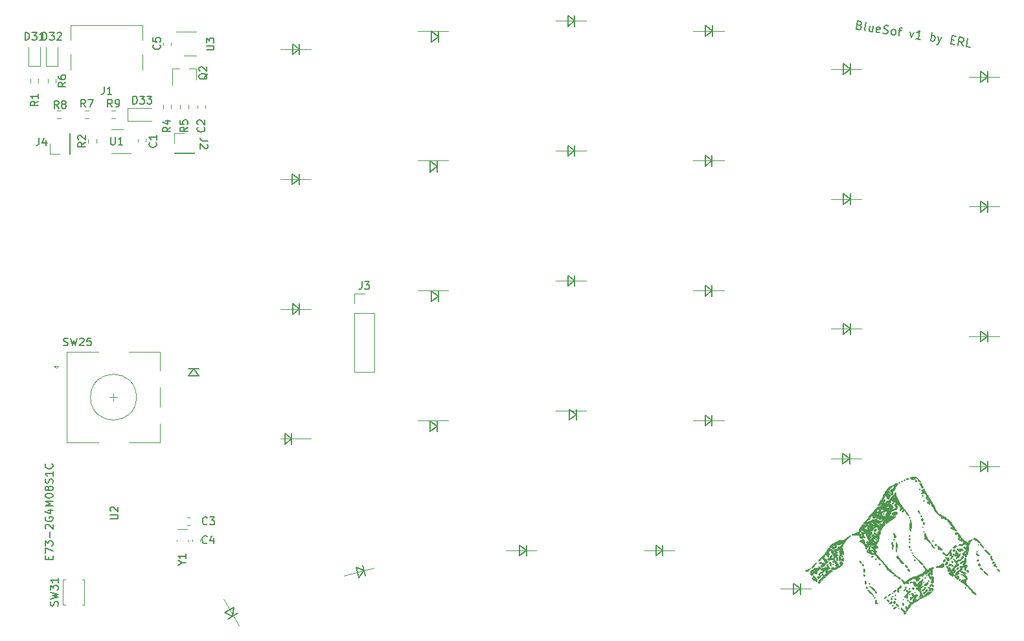
<source format=gto>
G04 #@! TF.GenerationSoftware,KiCad,Pcbnew,(5.1.8-0-10_14)*
G04 #@! TF.CreationDate,2020-12-13T09:21:38-07:00*
G04 #@! TF.ProjectId,BlueSof,426c7565-536f-4662-9e6b-696361645f70,rev?*
G04 #@! TF.SameCoordinates,Original*
G04 #@! TF.FileFunction,Legend,Top*
G04 #@! TF.FilePolarity,Positive*
%FSLAX46Y46*%
G04 Gerber Fmt 4.6, Leading zero omitted, Abs format (unit mm)*
G04 Created by KiCad (PCBNEW (5.1.8-0-10_14)) date 2020-12-13 09:21:38*
%MOMM*%
%LPD*%
G01*
G04 APERTURE LIST*
%ADD10C,0.200000*%
%ADD11C,0.120000*%
%ADD12C,0.010000*%
%ADD13C,0.150000*%
G04 APERTURE END LIST*
D10*
X195226187Y-46207986D02*
X195373201Y-46284305D01*
X195416743Y-46344235D01*
X195452091Y-46455901D01*
X195427508Y-46611109D01*
X195359384Y-46706387D01*
X195299453Y-46749929D01*
X195187787Y-46785277D01*
X194773899Y-46719723D01*
X194945977Y-45633266D01*
X195308129Y-45690626D01*
X195403407Y-45758750D01*
X195446949Y-45818680D01*
X195482297Y-45930346D01*
X195465908Y-46033819D01*
X195397784Y-46129097D01*
X195337853Y-46172638D01*
X195226187Y-46207986D01*
X194864035Y-46150627D01*
X196015564Y-46916384D02*
X195920286Y-46848259D01*
X195884938Y-46736593D01*
X196032434Y-45805344D01*
X197009796Y-46331380D02*
X196895077Y-47055685D01*
X196544171Y-46257633D02*
X196454035Y-46826729D01*
X196489383Y-46938395D01*
X196584661Y-47006520D01*
X196739869Y-47031102D01*
X196851535Y-46995755D01*
X196911465Y-46952213D01*
X197834520Y-47151444D02*
X197722854Y-47186792D01*
X197515910Y-47154015D01*
X197420632Y-47085891D01*
X197385284Y-46974225D01*
X197450838Y-46560336D01*
X197518962Y-46465058D01*
X197630628Y-46429710D01*
X197837573Y-46462487D01*
X197932850Y-46530612D01*
X197968198Y-46642278D01*
X197951810Y-46745750D01*
X197418061Y-46767280D01*
X198300145Y-47225192D02*
X198447159Y-47301511D01*
X198705839Y-47342482D01*
X198817505Y-47307134D01*
X198877436Y-47263592D01*
X198945560Y-47168314D01*
X198961948Y-47064842D01*
X198926601Y-46953176D01*
X198883059Y-46893245D01*
X198787781Y-46825121D01*
X198589031Y-46740608D01*
X198493753Y-46672484D01*
X198450211Y-46612554D01*
X198414863Y-46500887D01*
X198431252Y-46397415D01*
X198499376Y-46302137D01*
X198559306Y-46258595D01*
X198670973Y-46223248D01*
X198929653Y-46264219D01*
X199076667Y-46340537D01*
X199533616Y-47473589D02*
X199438338Y-47405464D01*
X199394796Y-47345534D01*
X199359448Y-47233868D01*
X199408614Y-46923451D01*
X199476738Y-46828173D01*
X199536668Y-46784631D01*
X199648334Y-46749284D01*
X199803543Y-46773866D01*
X199898821Y-46841991D01*
X199942362Y-46901921D01*
X199977710Y-47013587D01*
X199928545Y-47324004D01*
X199860421Y-47419282D01*
X199800490Y-47462823D01*
X199688824Y-47498171D01*
X199533616Y-47473589D01*
X200320903Y-46855808D02*
X200734792Y-46921362D01*
X200361393Y-47604696D02*
X200508888Y-46673447D01*
X200577013Y-46578169D01*
X200688679Y-46542821D01*
X200792151Y-46559209D01*
X201821249Y-47093440D02*
X201965211Y-47858715D01*
X202338609Y-47175381D01*
X203206876Y-48055376D02*
X202586043Y-47957046D01*
X202896460Y-48006211D02*
X203068537Y-46919753D01*
X202940483Y-47058573D01*
X202820622Y-47145657D01*
X202708956Y-47181005D01*
X204500277Y-48260230D02*
X204672355Y-47173773D01*
X204606802Y-47587662D02*
X204718468Y-47552314D01*
X204925412Y-47585091D01*
X205020690Y-47653215D01*
X205064232Y-47713145D01*
X205099580Y-47824812D01*
X205050415Y-48135228D01*
X204982290Y-48230506D01*
X204922360Y-48274048D01*
X204810694Y-48309396D01*
X204603749Y-48276619D01*
X204508471Y-48208494D01*
X205494509Y-47675227D02*
X205638470Y-48440503D01*
X206011869Y-47757169D02*
X205638470Y-48440503D01*
X205494027Y-48682794D01*
X205434097Y-48726336D01*
X205322431Y-48761684D01*
X207228952Y-48109037D02*
X207591105Y-48166397D01*
X207656177Y-48760076D02*
X207138816Y-48678134D01*
X207310894Y-47591677D01*
X207828255Y-47673619D01*
X208742634Y-48932154D02*
X208462423Y-48357434D01*
X208121801Y-48833823D02*
X208293879Y-47747366D01*
X208707768Y-47812920D01*
X208803045Y-47881044D01*
X208846587Y-47940974D01*
X208881935Y-48052641D01*
X208857352Y-48207849D01*
X208789228Y-48303127D01*
X208729298Y-48346669D01*
X208617631Y-48382016D01*
X208203743Y-48316463D01*
X209725619Y-49087843D02*
X209208258Y-49005901D01*
X209380336Y-47919444D01*
D11*
X113113621Y-123025000D02*
X112113621Y-121292949D01*
X113113621Y-123025000D02*
X114113621Y-124757051D01*
D12*
G36*
X202224581Y-120633106D02*
G01*
X202239333Y-120692333D01*
X202294279Y-120805451D01*
X202457430Y-120790150D01*
X202578427Y-120734437D01*
X202735919Y-120695311D01*
X202798432Y-120763419D01*
X202750189Y-120896327D01*
X202670440Y-120981924D01*
X202539495Y-121124016D01*
X202493333Y-121222372D01*
X202554340Y-121318952D01*
X202682285Y-121374847D01*
X202794556Y-121361966D01*
X202816273Y-121332178D01*
X202914914Y-121250379D01*
X202966055Y-121242666D01*
X203079273Y-121270107D01*
X203039761Y-121347876D01*
X202854184Y-121469145D01*
X202640004Y-121576698D01*
X202312358Y-121761011D01*
X202042913Y-121970515D01*
X201866627Y-122173879D01*
X201816103Y-122315111D01*
X201767301Y-122429766D01*
X201747571Y-122442111D01*
X201665889Y-122522638D01*
X201526211Y-122701235D01*
X201404837Y-122872500D01*
X201242637Y-123107518D01*
X201147385Y-123228968D01*
X201090917Y-123263378D01*
X201045067Y-123237278D01*
X201031611Y-123224055D01*
X201009795Y-123110251D01*
X201020460Y-123070613D01*
X200983455Y-122961999D01*
X200845293Y-122852917D01*
X200688417Y-122719458D01*
X200630666Y-122583026D01*
X200661540Y-122447080D01*
X200752497Y-122467644D01*
X200901037Y-122643883D01*
X200927000Y-122682000D01*
X201093501Y-122877939D01*
X201221248Y-122923820D01*
X201295399Y-122819367D01*
X201308000Y-122689055D01*
X201275575Y-122500006D01*
X201202166Y-122404313D01*
X201143594Y-122331181D01*
X201161244Y-122297069D01*
X201265761Y-122286343D01*
X201326344Y-122327811D01*
X201479311Y-122424505D01*
X201589861Y-122405469D01*
X201610868Y-122282424D01*
X201604333Y-122258666D01*
X201598413Y-122121343D01*
X201683294Y-122089333D01*
X201792952Y-122018553D01*
X201816000Y-121920000D01*
X201780543Y-121782419D01*
X201731333Y-121750666D01*
X201651925Y-121684230D01*
X201646666Y-121649066D01*
X201671657Y-121590162D01*
X201748266Y-121649066D01*
X201903810Y-121736605D01*
X202060465Y-121737221D01*
X202150497Y-121655148D01*
X202154666Y-121623666D01*
X202164602Y-121436234D01*
X202212986Y-121320784D01*
X202258598Y-121261787D01*
X202305206Y-121137662D01*
X202286443Y-121092453D01*
X202196822Y-121105421D01*
X202070307Y-121221500D01*
X201923204Y-121377889D01*
X201844115Y-121385718D01*
X201816715Y-121243261D01*
X201816000Y-121194627D01*
X201838922Y-121040994D01*
X201932860Y-121016910D01*
X201985333Y-121031000D01*
X202123644Y-121036503D01*
X202154666Y-120957035D01*
X202105249Y-120810450D01*
X202070000Y-120777000D01*
X201988235Y-120668519D01*
X202040041Y-120579943D01*
X202112333Y-120565333D01*
X202224581Y-120633106D01*
G37*
X202224581Y-120633106D02*
X202239333Y-120692333D01*
X202294279Y-120805451D01*
X202457430Y-120790150D01*
X202578427Y-120734437D01*
X202735919Y-120695311D01*
X202798432Y-120763419D01*
X202750189Y-120896327D01*
X202670440Y-120981924D01*
X202539495Y-121124016D01*
X202493333Y-121222372D01*
X202554340Y-121318952D01*
X202682285Y-121374847D01*
X202794556Y-121361966D01*
X202816273Y-121332178D01*
X202914914Y-121250379D01*
X202966055Y-121242666D01*
X203079273Y-121270107D01*
X203039761Y-121347876D01*
X202854184Y-121469145D01*
X202640004Y-121576698D01*
X202312358Y-121761011D01*
X202042913Y-121970515D01*
X201866627Y-122173879D01*
X201816103Y-122315111D01*
X201767301Y-122429766D01*
X201747571Y-122442111D01*
X201665889Y-122522638D01*
X201526211Y-122701235D01*
X201404837Y-122872500D01*
X201242637Y-123107518D01*
X201147385Y-123228968D01*
X201090917Y-123263378D01*
X201045067Y-123237278D01*
X201031611Y-123224055D01*
X201009795Y-123110251D01*
X201020460Y-123070613D01*
X200983455Y-122961999D01*
X200845293Y-122852917D01*
X200688417Y-122719458D01*
X200630666Y-122583026D01*
X200661540Y-122447080D01*
X200752497Y-122467644D01*
X200901037Y-122643883D01*
X200927000Y-122682000D01*
X201093501Y-122877939D01*
X201221248Y-122923820D01*
X201295399Y-122819367D01*
X201308000Y-122689055D01*
X201275575Y-122500006D01*
X201202166Y-122404313D01*
X201143594Y-122331181D01*
X201161244Y-122297069D01*
X201265761Y-122286343D01*
X201326344Y-122327811D01*
X201479311Y-122424505D01*
X201589861Y-122405469D01*
X201610868Y-122282424D01*
X201604333Y-122258666D01*
X201598413Y-122121343D01*
X201683294Y-122089333D01*
X201792952Y-122018553D01*
X201816000Y-121920000D01*
X201780543Y-121782419D01*
X201731333Y-121750666D01*
X201651925Y-121684230D01*
X201646666Y-121649066D01*
X201671657Y-121590162D01*
X201748266Y-121649066D01*
X201903810Y-121736605D01*
X202060465Y-121737221D01*
X202150497Y-121655148D01*
X202154666Y-121623666D01*
X202164602Y-121436234D01*
X202212986Y-121320784D01*
X202258598Y-121261787D01*
X202305206Y-121137662D01*
X202286443Y-121092453D01*
X202196822Y-121105421D01*
X202070307Y-121221500D01*
X201923204Y-121377889D01*
X201844115Y-121385718D01*
X201816715Y-121243261D01*
X201816000Y-121194627D01*
X201838922Y-121040994D01*
X201932860Y-121016910D01*
X201985333Y-121031000D01*
X202123644Y-121036503D01*
X202154666Y-120957035D01*
X202105249Y-120810450D01*
X202070000Y-120777000D01*
X201988235Y-120668519D01*
X202040041Y-120579943D01*
X202112333Y-120565333D01*
X202224581Y-120633106D01*
G36*
X200018897Y-122296008D02*
G01*
X199998982Y-122376467D01*
X199904819Y-122468515D01*
X199718399Y-122580750D01*
X199623552Y-122571530D01*
X199614666Y-122533032D01*
X199677653Y-122441411D01*
X199816994Y-122345382D01*
X199958257Y-122288589D01*
X200018897Y-122296008D01*
G37*
X200018897Y-122296008D02*
X199998982Y-122376467D01*
X199904819Y-122468515D01*
X199718399Y-122580750D01*
X199623552Y-122571530D01*
X199614666Y-122533032D01*
X199677653Y-122441411D01*
X199816994Y-122345382D01*
X199958257Y-122288589D01*
X200018897Y-122296008D01*
G36*
X200376666Y-122555000D02*
G01*
X200334333Y-122597333D01*
X200292000Y-122555000D01*
X200334333Y-122512666D01*
X200376666Y-122555000D01*
G37*
X200376666Y-122555000D02*
X200334333Y-122597333D01*
X200292000Y-122555000D01*
X200334333Y-122512666D01*
X200376666Y-122555000D01*
G36*
X199612206Y-122153762D02*
G01*
X199614666Y-122174000D01*
X199550237Y-122256206D01*
X199530000Y-122258666D01*
X199447793Y-122194237D01*
X199445333Y-122174000D01*
X199509762Y-122091793D01*
X199530000Y-122089333D01*
X199612206Y-122153762D01*
G37*
X199612206Y-122153762D02*
X199614666Y-122174000D01*
X199550237Y-122256206D01*
X199530000Y-122258666D01*
X199447793Y-122194237D01*
X199445333Y-122174000D01*
X199509762Y-122091793D01*
X199530000Y-122089333D01*
X199612206Y-122153762D01*
G36*
X200146492Y-122016865D02*
G01*
X200160968Y-122030873D01*
X200265886Y-122155276D01*
X200292000Y-122210285D01*
X200242320Y-122255834D01*
X200125901Y-122195432D01*
X200050625Y-122122876D01*
X199974147Y-121987601D01*
X200018805Y-121941672D01*
X200146492Y-122016865D01*
G37*
X200146492Y-122016865D02*
X200160968Y-122030873D01*
X200265886Y-122155276D01*
X200292000Y-122210285D01*
X200242320Y-122255834D01*
X200125901Y-122195432D01*
X200050625Y-122122876D01*
X199974147Y-121987601D01*
X200018805Y-121941672D01*
X200146492Y-122016865D01*
G36*
X200955792Y-121912419D02*
G01*
X200969333Y-122009663D01*
X200932914Y-122144507D01*
X200884666Y-122174000D01*
X200821560Y-122101394D01*
X200800000Y-121957336D01*
X200826876Y-121813285D01*
X200884666Y-121793000D01*
X200955792Y-121912419D01*
G37*
X200955792Y-121912419D02*
X200969333Y-122009663D01*
X200932914Y-122144507D01*
X200884666Y-122174000D01*
X200821560Y-122101394D01*
X200800000Y-121957336D01*
X200826876Y-121813285D01*
X200884666Y-121793000D01*
X200955792Y-121912419D01*
G36*
X197399837Y-121482106D02*
G01*
X197413333Y-121564400D01*
X197466938Y-121752209D01*
X197514933Y-121818400D01*
X197558620Y-121895875D01*
X197455424Y-121919739D01*
X197430266Y-121920000D01*
X197295641Y-121886347D01*
X197247127Y-121753619D01*
X197244000Y-121666000D01*
X197268524Y-121487658D01*
X197327613Y-121412019D01*
X197328666Y-121412000D01*
X197399837Y-121482106D01*
G37*
X197399837Y-121482106D02*
X197413333Y-121564400D01*
X197466938Y-121752209D01*
X197514933Y-121818400D01*
X197558620Y-121895875D01*
X197455424Y-121919739D01*
X197430266Y-121920000D01*
X197295641Y-121886347D01*
X197247127Y-121753619D01*
X197244000Y-121666000D01*
X197268524Y-121487658D01*
X197327613Y-121412019D01*
X197328666Y-121412000D01*
X197399837Y-121482106D01*
G36*
X199433179Y-121631388D02*
G01*
X199445333Y-121750666D01*
X199385464Y-121892170D01*
X199276000Y-121920000D01*
X199138228Y-121899663D01*
X199106666Y-121871619D01*
X199159206Y-121779238D01*
X199227619Y-121702285D01*
X199366871Y-121593224D01*
X199433179Y-121631388D01*
G37*
X199433179Y-121631388D02*
X199445333Y-121750666D01*
X199385464Y-121892170D01*
X199276000Y-121920000D01*
X199138228Y-121899663D01*
X199106666Y-121871619D01*
X199159206Y-121779238D01*
X199227619Y-121702285D01*
X199366871Y-121593224D01*
X199433179Y-121631388D01*
G36*
X199849601Y-121644812D02*
G01*
X199853708Y-121722483D01*
X199783004Y-121863614D01*
X199685176Y-121895148D01*
X199619340Y-121808369D01*
X199614666Y-121757722D01*
X199668451Y-121612174D01*
X199747874Y-121581333D01*
X199849601Y-121644812D01*
G37*
X199849601Y-121644812D02*
X199853708Y-121722483D01*
X199783004Y-121863614D01*
X199685176Y-121895148D01*
X199619340Y-121808369D01*
X199614666Y-121757722D01*
X199668451Y-121612174D01*
X199747874Y-121581333D01*
X199849601Y-121644812D01*
G36*
X198890679Y-121423401D02*
G01*
X199041662Y-121498630D01*
X199085539Y-121560166D01*
X199076966Y-121654069D01*
X198984765Y-121646161D01*
X198855867Y-121542466D01*
X198844562Y-121529234D01*
X198777932Y-121428400D01*
X198845051Y-121415416D01*
X198890679Y-121423401D01*
G37*
X198890679Y-121423401D02*
X199041662Y-121498630D01*
X199085539Y-121560166D01*
X199076966Y-121654069D01*
X198984765Y-121646161D01*
X198855867Y-121542466D01*
X198844562Y-121529234D01*
X198777932Y-121428400D01*
X198845051Y-121415416D01*
X198890679Y-121423401D01*
G36*
X201549816Y-121388860D02*
G01*
X201562000Y-121449336D01*
X201517795Y-121565178D01*
X201477333Y-121581333D01*
X201395090Y-121520565D01*
X201392666Y-121501663D01*
X201454210Y-121386996D01*
X201477333Y-121369666D01*
X201549816Y-121388860D01*
G37*
X201549816Y-121388860D02*
X201562000Y-121449336D01*
X201517795Y-121565178D01*
X201477333Y-121581333D01*
X201395090Y-121520565D01*
X201392666Y-121501663D01*
X201454210Y-121386996D01*
X201477333Y-121369666D01*
X201549816Y-121388860D01*
G36*
X199435781Y-121226576D02*
G01*
X199445333Y-121285000D01*
X199399615Y-121397671D01*
X199360666Y-121412000D01*
X199285552Y-121343423D01*
X199276000Y-121285000D01*
X199321717Y-121172328D01*
X199360666Y-121158000D01*
X199435781Y-121226576D01*
G37*
X199435781Y-121226576D02*
X199445333Y-121285000D01*
X199399615Y-121397671D01*
X199360666Y-121412000D01*
X199285552Y-121343423D01*
X199276000Y-121285000D01*
X199321717Y-121172328D01*
X199360666Y-121158000D01*
X199435781Y-121226576D01*
G36*
X199949887Y-121304127D02*
G01*
X199953333Y-121327333D01*
X199924446Y-121409798D01*
X199915996Y-121412000D01*
X199843710Y-121352671D01*
X199826333Y-121327333D01*
X199833046Y-121249314D01*
X199863669Y-121242666D01*
X199949887Y-121304127D01*
G37*
X199949887Y-121304127D02*
X199953333Y-121327333D01*
X199924446Y-121409798D01*
X199915996Y-121412000D01*
X199843710Y-121352671D01*
X199826333Y-121327333D01*
X199833046Y-121249314D01*
X199863669Y-121242666D01*
X199949887Y-121304127D01*
G36*
X200969333Y-121369666D02*
G01*
X200927000Y-121412000D01*
X200884666Y-121369666D01*
X200927000Y-121327333D01*
X200969333Y-121369666D01*
G37*
X200969333Y-121369666D02*
X200927000Y-121412000D01*
X200884666Y-121369666D01*
X200927000Y-121327333D01*
X200969333Y-121369666D01*
G36*
X197241539Y-121137762D02*
G01*
X197244000Y-121158000D01*
X197179570Y-121240206D01*
X197159333Y-121242666D01*
X197077126Y-121178237D01*
X197074666Y-121158000D01*
X197139095Y-121075793D01*
X197159333Y-121073333D01*
X197241539Y-121137762D01*
G37*
X197241539Y-121137762D02*
X197244000Y-121158000D01*
X197179570Y-121240206D01*
X197159333Y-121242666D01*
X197077126Y-121178237D01*
X197074666Y-121158000D01*
X197139095Y-121075793D01*
X197159333Y-121073333D01*
X197241539Y-121137762D01*
G36*
X198755472Y-120988273D02*
G01*
X198647047Y-121121714D01*
X198502962Y-121232117D01*
X198433162Y-121209578D01*
X198429333Y-121178366D01*
X198492802Y-121088636D01*
X198598666Y-121008315D01*
X198737984Y-120944180D01*
X198755472Y-120988273D01*
G37*
X198755472Y-120988273D02*
X198647047Y-121121714D01*
X198502962Y-121232117D01*
X198433162Y-121209578D01*
X198429333Y-121178366D01*
X198492802Y-121088636D01*
X198598666Y-121008315D01*
X198737984Y-120944180D01*
X198755472Y-120988273D01*
G36*
X201430692Y-120165674D02*
G01*
X201453598Y-120205354D01*
X201558997Y-120272981D01*
X201696007Y-120259675D01*
X201857104Y-120251006D01*
X201900666Y-120302154D01*
X201837418Y-120391576D01*
X201809952Y-120396000D01*
X201678516Y-120452358D01*
X201546567Y-120575734D01*
X201485095Y-120697576D01*
X201485847Y-120708964D01*
X201495439Y-120914389D01*
X201468431Y-121110798D01*
X201416562Y-121230972D01*
X201392666Y-121242666D01*
X201310460Y-121178237D01*
X201308000Y-121158000D01*
X201239423Y-121082885D01*
X201181000Y-121073333D01*
X201068258Y-121032427D01*
X201054000Y-120997725D01*
X201121378Y-120905168D01*
X201181000Y-120873382D01*
X201293567Y-120764176D01*
X201308000Y-120702046D01*
X201370014Y-120569640D01*
X201413833Y-120543824D01*
X201472978Y-120486144D01*
X201402838Y-120366687D01*
X201401768Y-120365389D01*
X201334284Y-120228725D01*
X201349859Y-120161120D01*
X201430692Y-120165674D01*
G37*
X201430692Y-120165674D02*
X201453598Y-120205354D01*
X201558997Y-120272981D01*
X201696007Y-120259675D01*
X201857104Y-120251006D01*
X201900666Y-120302154D01*
X201837418Y-120391576D01*
X201809952Y-120396000D01*
X201678516Y-120452358D01*
X201546567Y-120575734D01*
X201485095Y-120697576D01*
X201485847Y-120708964D01*
X201495439Y-120914389D01*
X201468431Y-121110798D01*
X201416562Y-121230972D01*
X201392666Y-121242666D01*
X201310460Y-121178237D01*
X201308000Y-121158000D01*
X201239423Y-121082885D01*
X201181000Y-121073333D01*
X201068258Y-121032427D01*
X201054000Y-120997725D01*
X201121378Y-120905168D01*
X201181000Y-120873382D01*
X201293567Y-120764176D01*
X201308000Y-120702046D01*
X201370014Y-120569640D01*
X201413833Y-120543824D01*
X201472978Y-120486144D01*
X201402838Y-120366687D01*
X201401768Y-120365389D01*
X201334284Y-120228725D01*
X201349859Y-120161120D01*
X201430692Y-120165674D01*
G36*
X203480410Y-118742859D02*
G01*
X203425579Y-118828567D01*
X203362683Y-119007394D01*
X203372954Y-119161110D01*
X203359445Y-119400271D01*
X203287663Y-119504908D01*
X203202407Y-119632437D01*
X203207524Y-119699079D01*
X203291679Y-119689676D01*
X203340000Y-119633999D01*
X203435915Y-119562707D01*
X203483563Y-119580240D01*
X203475365Y-119674483D01*
X203361166Y-119803026D01*
X203222312Y-119949811D01*
X203170666Y-120065340D01*
X203202229Y-120184814D01*
X203280155Y-120383414D01*
X203379302Y-120605592D01*
X203474528Y-120795799D01*
X203540689Y-120898485D01*
X203550265Y-120904000D01*
X203621777Y-120851804D01*
X203771789Y-120720246D01*
X203848000Y-120650000D01*
X204053114Y-120492239D01*
X204239069Y-120403269D01*
X204286334Y-120396000D01*
X204449936Y-120352413D01*
X204594213Y-120251500D01*
X204668417Y-120138027D01*
X204650821Y-120074468D01*
X204571693Y-120080956D01*
X204549019Y-120120833D01*
X204443981Y-120207584D01*
X204338577Y-120226666D01*
X204220848Y-120207599D01*
X204251255Y-120124762D01*
X204273529Y-120097020D01*
X204331593Y-119978839D01*
X204253196Y-119871496D01*
X204220396Y-119845713D01*
X204134513Y-119754453D01*
X204160503Y-119721359D01*
X204295367Y-119780145D01*
X204313666Y-119803333D01*
X204428122Y-119864332D01*
X204614996Y-119888000D01*
X204808562Y-119923227D01*
X204864000Y-120024747D01*
X204802276Y-120160615D01*
X204649228Y-120345995D01*
X204453041Y-120534421D01*
X204261899Y-120679432D01*
X204127788Y-120734666D01*
X204026173Y-120786234D01*
X204017333Y-120819333D01*
X203946420Y-120888123D01*
X203848000Y-120904000D01*
X203710419Y-120939456D01*
X203678666Y-120988666D01*
X203607754Y-121057456D01*
X203509333Y-121073333D01*
X203371752Y-121108789D01*
X203340000Y-121158000D01*
X203290373Y-121237779D01*
X203174903Y-121201198D01*
X203092255Y-121123204D01*
X203042683Y-120996215D01*
X203048454Y-120988666D01*
X203170666Y-120988666D01*
X203235095Y-121070873D01*
X203255333Y-121073333D01*
X203337539Y-121008904D01*
X203340000Y-120988666D01*
X203275570Y-120906460D01*
X203255333Y-120904000D01*
X203173126Y-120968429D01*
X203170666Y-120988666D01*
X203048454Y-120988666D01*
X203076184Y-120952399D01*
X203130416Y-120847881D01*
X203150266Y-120671881D01*
X203136139Y-120498058D01*
X203088441Y-120400068D01*
X203073115Y-120396000D01*
X203009668Y-120327099D01*
X203001333Y-120266904D01*
X202930531Y-120143834D01*
X202789666Y-120057333D01*
X202631873Y-119950584D01*
X202578000Y-119837395D01*
X202604685Y-119746669D01*
X202691623Y-119792231D01*
X202824832Y-119845475D01*
X202880221Y-119764441D01*
X202860841Y-119671704D01*
X202748714Y-119593917D01*
X202570341Y-119605898D01*
X202396469Y-119623701D01*
X202331975Y-119555043D01*
X202324000Y-119437913D01*
X202294243Y-119254488D01*
X202239333Y-119168333D01*
X202157933Y-119062163D01*
X202154666Y-119038993D01*
X202210402Y-118994884D01*
X202344799Y-119039601D01*
X202508644Y-119150970D01*
X202599703Y-119239530D01*
X202715441Y-119351303D01*
X202769037Y-119372407D01*
X202811922Y-119295333D01*
X203001333Y-119295333D01*
X203065762Y-119377539D01*
X203086000Y-119380000D01*
X203168206Y-119315570D01*
X203170666Y-119295333D01*
X203106237Y-119213126D01*
X203086000Y-119210666D01*
X203003793Y-119275095D01*
X203001333Y-119295333D01*
X202811922Y-119295333D01*
X202821224Y-119278616D01*
X202881258Y-119168333D01*
X203033004Y-118995380D01*
X203156425Y-118915423D01*
X203298463Y-118826968D01*
X203340000Y-118767256D01*
X203406184Y-118705727D01*
X203435033Y-118702666D01*
X203480410Y-118742859D01*
G37*
X203480410Y-118742859D02*
X203425579Y-118828567D01*
X203362683Y-119007394D01*
X203372954Y-119161110D01*
X203359445Y-119400271D01*
X203287663Y-119504908D01*
X203202407Y-119632437D01*
X203207524Y-119699079D01*
X203291679Y-119689676D01*
X203340000Y-119633999D01*
X203435915Y-119562707D01*
X203483563Y-119580240D01*
X203475365Y-119674483D01*
X203361166Y-119803026D01*
X203222312Y-119949811D01*
X203170666Y-120065340D01*
X203202229Y-120184814D01*
X203280155Y-120383414D01*
X203379302Y-120605592D01*
X203474528Y-120795799D01*
X203540689Y-120898485D01*
X203550265Y-120904000D01*
X203621777Y-120851804D01*
X203771789Y-120720246D01*
X203848000Y-120650000D01*
X204053114Y-120492239D01*
X204239069Y-120403269D01*
X204286334Y-120396000D01*
X204449936Y-120352413D01*
X204594213Y-120251500D01*
X204668417Y-120138027D01*
X204650821Y-120074468D01*
X204571693Y-120080956D01*
X204549019Y-120120833D01*
X204443981Y-120207584D01*
X204338577Y-120226666D01*
X204220848Y-120207599D01*
X204251255Y-120124762D01*
X204273529Y-120097020D01*
X204331593Y-119978839D01*
X204253196Y-119871496D01*
X204220396Y-119845713D01*
X204134513Y-119754453D01*
X204160503Y-119721359D01*
X204295367Y-119780145D01*
X204313666Y-119803333D01*
X204428122Y-119864332D01*
X204614996Y-119888000D01*
X204808562Y-119923227D01*
X204864000Y-120024747D01*
X204802276Y-120160615D01*
X204649228Y-120345995D01*
X204453041Y-120534421D01*
X204261899Y-120679432D01*
X204127788Y-120734666D01*
X204026173Y-120786234D01*
X204017333Y-120819333D01*
X203946420Y-120888123D01*
X203848000Y-120904000D01*
X203710419Y-120939456D01*
X203678666Y-120988666D01*
X203607754Y-121057456D01*
X203509333Y-121073333D01*
X203371752Y-121108789D01*
X203340000Y-121158000D01*
X203290373Y-121237779D01*
X203174903Y-121201198D01*
X203092255Y-121123204D01*
X203042683Y-120996215D01*
X203048454Y-120988666D01*
X203170666Y-120988666D01*
X203235095Y-121070873D01*
X203255333Y-121073333D01*
X203337539Y-121008904D01*
X203340000Y-120988666D01*
X203275570Y-120906460D01*
X203255333Y-120904000D01*
X203173126Y-120968429D01*
X203170666Y-120988666D01*
X203048454Y-120988666D01*
X203076184Y-120952399D01*
X203130416Y-120847881D01*
X203150266Y-120671881D01*
X203136139Y-120498058D01*
X203088441Y-120400068D01*
X203073115Y-120396000D01*
X203009668Y-120327099D01*
X203001333Y-120266904D01*
X202930531Y-120143834D01*
X202789666Y-120057333D01*
X202631873Y-119950584D01*
X202578000Y-119837395D01*
X202604685Y-119746669D01*
X202691623Y-119792231D01*
X202824832Y-119845475D01*
X202880221Y-119764441D01*
X202860841Y-119671704D01*
X202748714Y-119593917D01*
X202570341Y-119605898D01*
X202396469Y-119623701D01*
X202331975Y-119555043D01*
X202324000Y-119437913D01*
X202294243Y-119254488D01*
X202239333Y-119168333D01*
X202157933Y-119062163D01*
X202154666Y-119038993D01*
X202210402Y-118994884D01*
X202344799Y-119039601D01*
X202508644Y-119150970D01*
X202599703Y-119239530D01*
X202715441Y-119351303D01*
X202769037Y-119372407D01*
X202811922Y-119295333D01*
X203001333Y-119295333D01*
X203065762Y-119377539D01*
X203086000Y-119380000D01*
X203168206Y-119315570D01*
X203170666Y-119295333D01*
X203106237Y-119213126D01*
X203086000Y-119210666D01*
X203003793Y-119275095D01*
X203001333Y-119295333D01*
X202811922Y-119295333D01*
X202821224Y-119278616D01*
X202881258Y-119168333D01*
X203033004Y-118995380D01*
X203156425Y-118915423D01*
X203298463Y-118826968D01*
X203340000Y-118767256D01*
X203406184Y-118705727D01*
X203435033Y-118702666D01*
X203480410Y-118742859D01*
G36*
X199612206Y-120968429D02*
G01*
X199614666Y-120988666D01*
X199550237Y-121070873D01*
X199530000Y-121073333D01*
X199447793Y-121008904D01*
X199445333Y-120988666D01*
X199509762Y-120906460D01*
X199530000Y-120904000D01*
X199612206Y-120968429D01*
G37*
X199612206Y-120968429D02*
X199614666Y-120988666D01*
X199550237Y-121070873D01*
X199530000Y-121073333D01*
X199447793Y-121008904D01*
X199445333Y-120988666D01*
X199509762Y-120906460D01*
X199530000Y-120904000D01*
X199612206Y-120968429D01*
G36*
X197072206Y-120883762D02*
G01*
X197074666Y-120904000D01*
X197010237Y-120986206D01*
X196990000Y-120988666D01*
X196907793Y-120924237D01*
X196905333Y-120904000D01*
X196969762Y-120821793D01*
X196990000Y-120819333D01*
X197072206Y-120883762D01*
G37*
X197072206Y-120883762D02*
X197074666Y-120904000D01*
X197010237Y-120986206D01*
X196990000Y-120988666D01*
X196907793Y-120924237D01*
X196905333Y-120904000D01*
X196969762Y-120821793D01*
X196990000Y-120819333D01*
X197072206Y-120883762D01*
G36*
X199263472Y-120649607D02*
G01*
X199155047Y-120783047D01*
X199010962Y-120893450D01*
X198941162Y-120870912D01*
X198937333Y-120839699D01*
X199000802Y-120749969D01*
X199106666Y-120669648D01*
X199245984Y-120605513D01*
X199263472Y-120649607D01*
G37*
X199263472Y-120649607D02*
X199155047Y-120783047D01*
X199010962Y-120893450D01*
X198941162Y-120870912D01*
X198937333Y-120839699D01*
X199000802Y-120749969D01*
X199106666Y-120669648D01*
X199245984Y-120605513D01*
X199263472Y-120649607D01*
G36*
X199950873Y-120799095D02*
G01*
X199953333Y-120819333D01*
X199888904Y-120901539D01*
X199868666Y-120904000D01*
X199786460Y-120839570D01*
X199784000Y-120819333D01*
X199848429Y-120737126D01*
X199868666Y-120734666D01*
X199950873Y-120799095D01*
G37*
X199950873Y-120799095D02*
X199953333Y-120819333D01*
X199888904Y-120901539D01*
X199868666Y-120904000D01*
X199786460Y-120839570D01*
X199784000Y-120819333D01*
X199848429Y-120737126D01*
X199868666Y-120734666D01*
X199950873Y-120799095D01*
G36*
X196331241Y-120115973D02*
G01*
X196476658Y-120230066D01*
X196648581Y-120386527D01*
X196802890Y-120544275D01*
X196895466Y-120662231D01*
X196905333Y-120689511D01*
X196856563Y-120730048D01*
X196714590Y-120637889D01*
X196494927Y-120426642D01*
X196339314Y-120246847D01*
X196258228Y-120118578D01*
X196256449Y-120085328D01*
X196331241Y-120115973D01*
G37*
X196331241Y-120115973D02*
X196476658Y-120230066D01*
X196648581Y-120386527D01*
X196802890Y-120544275D01*
X196895466Y-120662231D01*
X196905333Y-120689511D01*
X196856563Y-120730048D01*
X196714590Y-120637889D01*
X196494927Y-120426642D01*
X196339314Y-120246847D01*
X196258228Y-120118578D01*
X196256449Y-120085328D01*
X196331241Y-120115973D01*
G36*
X201787777Y-120678222D02*
G01*
X201776155Y-120728556D01*
X201731333Y-120734666D01*
X201661643Y-120703688D01*
X201674888Y-120678222D01*
X201775368Y-120668089D01*
X201787777Y-120678222D01*
G37*
X201787777Y-120678222D02*
X201776155Y-120728556D01*
X201731333Y-120734666D01*
X201661643Y-120703688D01*
X201674888Y-120678222D01*
X201775368Y-120668089D01*
X201787777Y-120678222D01*
G36*
X208756123Y-115676293D02*
G01*
X208750106Y-115781872D01*
X208667117Y-115951969D01*
X208551483Y-116106998D01*
X208395694Y-116248742D01*
X208270698Y-116296512D01*
X208251544Y-116290209D01*
X208117206Y-116289997D01*
X207981429Y-116390942D01*
X207912577Y-116539923D01*
X207912000Y-116554033D01*
X207979996Y-116657228D01*
X208039000Y-116670666D01*
X208151607Y-116720396D01*
X208166000Y-116762928D01*
X208101419Y-116886285D01*
X207950779Y-117032002D01*
X207778734Y-117145240D01*
X207679166Y-117175849D01*
X207594354Y-117242557D01*
X207578185Y-117380751D01*
X207630833Y-117507043D01*
X207678410Y-117538248D01*
X207723549Y-117601687D01*
X207632045Y-117724716D01*
X207499359Y-117818771D01*
X207423586Y-117819142D01*
X207432990Y-117734987D01*
X207488666Y-117686666D01*
X207562461Y-117592927D01*
X207547698Y-117548143D01*
X207446717Y-117547705D01*
X207361200Y-117608513D01*
X207292789Y-117708359D01*
X207323624Y-117818650D01*
X207436567Y-117963307D01*
X207610100Y-118143132D01*
X207707645Y-118183002D01*
X207742132Y-118087070D01*
X207742666Y-118061619D01*
X207788381Y-117906715D01*
X207942639Y-117741396D01*
X208187166Y-117565457D01*
X208368072Y-117402809D01*
X208414429Y-117255001D01*
X208317339Y-117151144D01*
X208314166Y-117149834D01*
X208264212Y-117086880D01*
X208330241Y-117017926D01*
X208462402Y-116971204D01*
X208610840Y-116974944D01*
X208618858Y-116977291D01*
X208729406Y-116987035D01*
X208730299Y-116886350D01*
X208718986Y-116848358D01*
X208707916Y-116706558D01*
X208795294Y-116670666D01*
X208911505Y-116719275D01*
X208928000Y-116764391D01*
X208989838Y-116820333D01*
X209058204Y-116808152D01*
X209185116Y-116823149D01*
X209250105Y-116936103D01*
X209223263Y-117078691D01*
X209193242Y-117116624D01*
X209115978Y-117273593D01*
X209097333Y-117407266D01*
X209066070Y-117558090D01*
X209012666Y-117602000D01*
X208954018Y-117528226D01*
X208928069Y-117349612D01*
X208928000Y-117338941D01*
X208909170Y-117159455D01*
X208839380Y-117114901D01*
X208794075Y-117127274D01*
X208659107Y-117172103D01*
X208624741Y-117178666D01*
X208595924Y-117249904D01*
X208589333Y-117348000D01*
X208553877Y-117485580D01*
X208504666Y-117517333D01*
X208422460Y-117581762D01*
X208420000Y-117602000D01*
X208491837Y-117669128D01*
X208610500Y-117689359D01*
X208830119Y-117742531D01*
X208969920Y-117819702D01*
X209079078Y-117926372D01*
X209049453Y-118000831D01*
X209021767Y-118019708D01*
X208960741Y-118094324D01*
X209015661Y-118206452D01*
X209085680Y-118286330D01*
X209240218Y-118508225D01*
X209247077Y-118676765D01*
X209182000Y-118745000D01*
X209121691Y-118859111D01*
X209097333Y-119053576D01*
X209120189Y-119193463D01*
X209201890Y-119351744D01*
X209362136Y-119555598D01*
X209620628Y-119832204D01*
X209774666Y-119988070D01*
X210043969Y-120260569D01*
X210262526Y-120487114D01*
X210406330Y-120642454D01*
X210452000Y-120700490D01*
X210391058Y-120732106D01*
X210220304Y-120658839D01*
X210091484Y-120579568D01*
X209946706Y-120463309D01*
X209902189Y-120383139D01*
X209905688Y-120377867D01*
X209874237Y-120300207D01*
X209746483Y-120142031D01*
X209553697Y-119934174D01*
X209327148Y-119707471D01*
X209098107Y-119492756D01*
X208897843Y-119320864D01*
X208757628Y-119222630D01*
X208721996Y-119210666D01*
X208577876Y-119151134D01*
X208504666Y-119083666D01*
X208442425Y-118949262D01*
X208507864Y-118825813D01*
X208646667Y-118736942D01*
X208729898Y-118738489D01*
X208897769Y-118750129D01*
X209046591Y-118689456D01*
X209097333Y-118604880D01*
X209038787Y-118501554D01*
X208894850Y-118350743D01*
X208864500Y-118323812D01*
X208720561Y-118187221D01*
X208698783Y-118113237D01*
X208779833Y-118064814D01*
X208913914Y-117973407D01*
X208891147Y-117891559D01*
X208721823Y-117856000D01*
X208721330Y-117856000D01*
X208542057Y-117824782D01*
X208462333Y-117771333D01*
X208340246Y-117694399D01*
X208282297Y-117686666D01*
X208194143Y-117737576D01*
X208208333Y-117856000D01*
X208214652Y-117992313D01*
X208123324Y-118025333D01*
X207974385Y-118071166D01*
X207837292Y-118175641D01*
X207765661Y-118289225D01*
X207778771Y-118343660D01*
X207884838Y-118348697D01*
X208000517Y-118296577D01*
X208115870Y-118242134D01*
X208159770Y-118301942D01*
X208166000Y-118447949D01*
X208139907Y-118633747D01*
X208041779Y-118699671D01*
X207994009Y-118702666D01*
X207827695Y-118638040D01*
X207765913Y-118554500D01*
X207656672Y-118364391D01*
X207591553Y-118286768D01*
X207485340Y-118210458D01*
X207408997Y-118271537D01*
X207401083Y-118284052D01*
X207327322Y-118343122D01*
X207223493Y-118275935D01*
X207166002Y-118213117D01*
X207018201Y-118077182D01*
X206907235Y-118025333D01*
X206816192Y-117967217D01*
X206811333Y-117940666D01*
X206879909Y-117865552D01*
X206938333Y-117856000D01*
X207051005Y-117810282D01*
X207065333Y-117771333D01*
X206994178Y-117703301D01*
X206890294Y-117686666D01*
X206763105Y-117651447D01*
X206766168Y-117526254D01*
X206749584Y-117332410D01*
X206677127Y-117225889D01*
X206592707Y-117096702D01*
X206601178Y-117026468D01*
X206680306Y-117032956D01*
X206702980Y-117072833D01*
X206808353Y-117161409D01*
X206903055Y-117178666D01*
X207039470Y-117241904D01*
X207065333Y-117348000D01*
X207085193Y-117485775D01*
X207112575Y-117517333D01*
X207207711Y-117462567D01*
X207359097Y-117323858D01*
X207532864Y-117139588D01*
X207695146Y-116948141D01*
X207812074Y-116787900D01*
X207849783Y-116697247D01*
X207842674Y-116689891D01*
X207753432Y-116587993D01*
X207742666Y-116525375D01*
X207683040Y-116376969D01*
X207559759Y-116235560D01*
X207445882Y-116105630D01*
X207432222Y-116021555D01*
X207518954Y-116038937D01*
X207655645Y-116155685D01*
X207668861Y-116170259D01*
X207813650Y-116296683D01*
X207887605Y-116269906D01*
X207888121Y-116268500D01*
X207991094Y-116192436D01*
X208173055Y-116162666D01*
X208367687Y-116125385D01*
X208420000Y-116029619D01*
X208476287Y-115861034D01*
X208540952Y-115775619D01*
X208686095Y-115664464D01*
X208756123Y-115676293D01*
G37*
X208756123Y-115676293D02*
X208750106Y-115781872D01*
X208667117Y-115951969D01*
X208551483Y-116106998D01*
X208395694Y-116248742D01*
X208270698Y-116296512D01*
X208251544Y-116290209D01*
X208117206Y-116289997D01*
X207981429Y-116390942D01*
X207912577Y-116539923D01*
X207912000Y-116554033D01*
X207979996Y-116657228D01*
X208039000Y-116670666D01*
X208151607Y-116720396D01*
X208166000Y-116762928D01*
X208101419Y-116886285D01*
X207950779Y-117032002D01*
X207778734Y-117145240D01*
X207679166Y-117175849D01*
X207594354Y-117242557D01*
X207578185Y-117380751D01*
X207630833Y-117507043D01*
X207678410Y-117538248D01*
X207723549Y-117601687D01*
X207632045Y-117724716D01*
X207499359Y-117818771D01*
X207423586Y-117819142D01*
X207432990Y-117734987D01*
X207488666Y-117686666D01*
X207562461Y-117592927D01*
X207547698Y-117548143D01*
X207446717Y-117547705D01*
X207361200Y-117608513D01*
X207292789Y-117708359D01*
X207323624Y-117818650D01*
X207436567Y-117963307D01*
X207610100Y-118143132D01*
X207707645Y-118183002D01*
X207742132Y-118087070D01*
X207742666Y-118061619D01*
X207788381Y-117906715D01*
X207942639Y-117741396D01*
X208187166Y-117565457D01*
X208368072Y-117402809D01*
X208414429Y-117255001D01*
X208317339Y-117151144D01*
X208314166Y-117149834D01*
X208264212Y-117086880D01*
X208330241Y-117017926D01*
X208462402Y-116971204D01*
X208610840Y-116974944D01*
X208618858Y-116977291D01*
X208729406Y-116987035D01*
X208730299Y-116886350D01*
X208718986Y-116848358D01*
X208707916Y-116706558D01*
X208795294Y-116670666D01*
X208911505Y-116719275D01*
X208928000Y-116764391D01*
X208989838Y-116820333D01*
X209058204Y-116808152D01*
X209185116Y-116823149D01*
X209250105Y-116936103D01*
X209223263Y-117078691D01*
X209193242Y-117116624D01*
X209115978Y-117273593D01*
X209097333Y-117407266D01*
X209066070Y-117558090D01*
X209012666Y-117602000D01*
X208954018Y-117528226D01*
X208928069Y-117349612D01*
X208928000Y-117338941D01*
X208909170Y-117159455D01*
X208839380Y-117114901D01*
X208794075Y-117127274D01*
X208659107Y-117172103D01*
X208624741Y-117178666D01*
X208595924Y-117249904D01*
X208589333Y-117348000D01*
X208553877Y-117485580D01*
X208504666Y-117517333D01*
X208422460Y-117581762D01*
X208420000Y-117602000D01*
X208491837Y-117669128D01*
X208610500Y-117689359D01*
X208830119Y-117742531D01*
X208969920Y-117819702D01*
X209079078Y-117926372D01*
X209049453Y-118000831D01*
X209021767Y-118019708D01*
X208960741Y-118094324D01*
X209015661Y-118206452D01*
X209085680Y-118286330D01*
X209240218Y-118508225D01*
X209247077Y-118676765D01*
X209182000Y-118745000D01*
X209121691Y-118859111D01*
X209097333Y-119053576D01*
X209120189Y-119193463D01*
X209201890Y-119351744D01*
X209362136Y-119555598D01*
X209620628Y-119832204D01*
X209774666Y-119988070D01*
X210043969Y-120260569D01*
X210262526Y-120487114D01*
X210406330Y-120642454D01*
X210452000Y-120700490D01*
X210391058Y-120732106D01*
X210220304Y-120658839D01*
X210091484Y-120579568D01*
X209946706Y-120463309D01*
X209902189Y-120383139D01*
X209905688Y-120377867D01*
X209874237Y-120300207D01*
X209746483Y-120142031D01*
X209553697Y-119934174D01*
X209327148Y-119707471D01*
X209098107Y-119492756D01*
X208897843Y-119320864D01*
X208757628Y-119222630D01*
X208721996Y-119210666D01*
X208577876Y-119151134D01*
X208504666Y-119083666D01*
X208442425Y-118949262D01*
X208507864Y-118825813D01*
X208646667Y-118736942D01*
X208729898Y-118738489D01*
X208897769Y-118750129D01*
X209046591Y-118689456D01*
X209097333Y-118604880D01*
X209038787Y-118501554D01*
X208894850Y-118350743D01*
X208864500Y-118323812D01*
X208720561Y-118187221D01*
X208698783Y-118113237D01*
X208779833Y-118064814D01*
X208913914Y-117973407D01*
X208891147Y-117891559D01*
X208721823Y-117856000D01*
X208721330Y-117856000D01*
X208542057Y-117824782D01*
X208462333Y-117771333D01*
X208340246Y-117694399D01*
X208282297Y-117686666D01*
X208194143Y-117737576D01*
X208208333Y-117856000D01*
X208214652Y-117992313D01*
X208123324Y-118025333D01*
X207974385Y-118071166D01*
X207837292Y-118175641D01*
X207765661Y-118289225D01*
X207778771Y-118343660D01*
X207884838Y-118348697D01*
X208000517Y-118296577D01*
X208115870Y-118242134D01*
X208159770Y-118301942D01*
X208166000Y-118447949D01*
X208139907Y-118633747D01*
X208041779Y-118699671D01*
X207994009Y-118702666D01*
X207827695Y-118638040D01*
X207765913Y-118554500D01*
X207656672Y-118364391D01*
X207591553Y-118286768D01*
X207485340Y-118210458D01*
X207408997Y-118271537D01*
X207401083Y-118284052D01*
X207327322Y-118343122D01*
X207223493Y-118275935D01*
X207166002Y-118213117D01*
X207018201Y-118077182D01*
X206907235Y-118025333D01*
X206816192Y-117967217D01*
X206811333Y-117940666D01*
X206879909Y-117865552D01*
X206938333Y-117856000D01*
X207051005Y-117810282D01*
X207065333Y-117771333D01*
X206994178Y-117703301D01*
X206890294Y-117686666D01*
X206763105Y-117651447D01*
X206766168Y-117526254D01*
X206749584Y-117332410D01*
X206677127Y-117225889D01*
X206592707Y-117096702D01*
X206601178Y-117026468D01*
X206680306Y-117032956D01*
X206702980Y-117072833D01*
X206808353Y-117161409D01*
X206903055Y-117178666D01*
X207039470Y-117241904D01*
X207065333Y-117348000D01*
X207085193Y-117485775D01*
X207112575Y-117517333D01*
X207207711Y-117462567D01*
X207359097Y-117323858D01*
X207532864Y-117139588D01*
X207695146Y-116948141D01*
X207812074Y-116787900D01*
X207849783Y-116697247D01*
X207842674Y-116689891D01*
X207753432Y-116587993D01*
X207742666Y-116525375D01*
X207683040Y-116376969D01*
X207559759Y-116235560D01*
X207445882Y-116105630D01*
X207432222Y-116021555D01*
X207518954Y-116038937D01*
X207655645Y-116155685D01*
X207668861Y-116170259D01*
X207813650Y-116296683D01*
X207887605Y-116269906D01*
X207888121Y-116268500D01*
X207991094Y-116192436D01*
X208173055Y-116162666D01*
X208367687Y-116125385D01*
X208420000Y-116029619D01*
X208476287Y-115861034D01*
X208540952Y-115775619D01*
X208686095Y-115664464D01*
X208756123Y-115676293D01*
G36*
X204085161Y-120088545D02*
G01*
X204068211Y-120191716D01*
X203920656Y-120381146D01*
X203886906Y-120418031D01*
X203733792Y-120578803D01*
X203651513Y-120638929D01*
X203596240Y-120622366D01*
X203565777Y-120593555D01*
X203511534Y-120472728D01*
X203607051Y-120402591D01*
X203678666Y-120396000D01*
X203820170Y-120336131D01*
X203848000Y-120226666D01*
X203900939Y-120088762D01*
X203975000Y-120057333D01*
X204085161Y-120088545D01*
G37*
X204085161Y-120088545D02*
X204068211Y-120191716D01*
X203920656Y-120381146D01*
X203886906Y-120418031D01*
X203733792Y-120578803D01*
X203651513Y-120638929D01*
X203596240Y-120622366D01*
X203565777Y-120593555D01*
X203511534Y-120472728D01*
X203607051Y-120402591D01*
X203678666Y-120396000D01*
X203820170Y-120336131D01*
X203848000Y-120226666D01*
X203900939Y-120088762D01*
X203975000Y-120057333D01*
X204085161Y-120088545D01*
G36*
X197403781Y-120379909D02*
G01*
X197413333Y-120438333D01*
X197367615Y-120551005D01*
X197328666Y-120565333D01*
X197253552Y-120496756D01*
X197244000Y-120438333D01*
X197289717Y-120325661D01*
X197328666Y-120311333D01*
X197403781Y-120379909D01*
G37*
X197403781Y-120379909D02*
X197413333Y-120438333D01*
X197367615Y-120551005D01*
X197328666Y-120565333D01*
X197253552Y-120496756D01*
X197244000Y-120438333D01*
X197289717Y-120325661D01*
X197328666Y-120311333D01*
X197403781Y-120379909D01*
G36*
X199530000Y-120523000D02*
G01*
X199487666Y-120565333D01*
X199445333Y-120523000D01*
X199487666Y-120480666D01*
X199530000Y-120523000D01*
G37*
X199530000Y-120523000D02*
X199487666Y-120565333D01*
X199445333Y-120523000D01*
X199487666Y-120480666D01*
X199530000Y-120523000D01*
G36*
X202493333Y-120438333D02*
G01*
X202451000Y-120480666D01*
X202408666Y-120438333D01*
X202451000Y-120396000D01*
X202493333Y-120438333D01*
G37*
X202493333Y-120438333D02*
X202451000Y-120480666D01*
X202408666Y-120438333D01*
X202451000Y-120396000D01*
X202493333Y-120438333D01*
G36*
X199947819Y-120136582D02*
G01*
X199938408Y-120199305D01*
X199869037Y-120309796D01*
X199749936Y-120382697D01*
X199645212Y-120390563D01*
X199614666Y-120337907D01*
X199678470Y-120243908D01*
X199791213Y-120157143D01*
X199918653Y-120091111D01*
X199947819Y-120136582D01*
G37*
X199947819Y-120136582D02*
X199938408Y-120199305D01*
X199869037Y-120309796D01*
X199749936Y-120382697D01*
X199645212Y-120390563D01*
X199614666Y-120337907D01*
X199678470Y-120243908D01*
X199791213Y-120157143D01*
X199918653Y-120091111D01*
X199947819Y-120136582D01*
G36*
X200625752Y-119638853D02*
G01*
X200630666Y-119718666D01*
X200572449Y-119858658D01*
X200452274Y-119888000D01*
X200322386Y-119925270D01*
X200322617Y-120015000D01*
X200338893Y-120191169D01*
X200280780Y-120343369D01*
X200192569Y-120396000D01*
X200149203Y-120329853D01*
X200165000Y-120226666D01*
X200171595Y-120087672D01*
X200121195Y-120057333D01*
X200111600Y-120004677D01*
X200202140Y-119872089D01*
X200263381Y-119803333D01*
X200460546Y-119614530D01*
X200576162Y-119560896D01*
X200625752Y-119638853D01*
G37*
X200625752Y-119638853D02*
X200630666Y-119718666D01*
X200572449Y-119858658D01*
X200452274Y-119888000D01*
X200322386Y-119925270D01*
X200322617Y-120015000D01*
X200338893Y-120191169D01*
X200280780Y-120343369D01*
X200192569Y-120396000D01*
X200149203Y-120329853D01*
X200165000Y-120226666D01*
X200171595Y-120087672D01*
X200121195Y-120057333D01*
X200111600Y-120004677D01*
X200202140Y-119872089D01*
X200263381Y-119803333D01*
X200460546Y-119614530D01*
X200576162Y-119560896D01*
X200625752Y-119638853D01*
G36*
X196669250Y-119671628D02*
G01*
X196745395Y-119722899D01*
X197051036Y-119952107D01*
X197210536Y-120108728D01*
X197227948Y-120198375D01*
X197109073Y-120226666D01*
X196976826Y-120156251D01*
X196934528Y-120075166D01*
X196830243Y-119920966D01*
X196715099Y-119842332D01*
X196556331Y-119729598D01*
X196496872Y-119641019D01*
X196526311Y-119600840D01*
X196669250Y-119671628D01*
G37*
X196669250Y-119671628D02*
X196745395Y-119722899D01*
X197051036Y-119952107D01*
X197210536Y-120108728D01*
X197227948Y-120198375D01*
X197109073Y-120226666D01*
X196976826Y-120156251D01*
X196934528Y-120075166D01*
X196830243Y-119920966D01*
X196715099Y-119842332D01*
X196556331Y-119729598D01*
X196496872Y-119641019D01*
X196526311Y-119600840D01*
X196669250Y-119671628D01*
G36*
X201287713Y-119704634D02*
G01*
X201308000Y-119820303D01*
X201240665Y-120018778D01*
X201138666Y-120122351D01*
X201006534Y-120175694D01*
X200969333Y-120142717D01*
X201033318Y-120059926D01*
X201054000Y-120057333D01*
X201123472Y-119986644D01*
X201138666Y-119892996D01*
X201177544Y-119730915D01*
X201223333Y-119676333D01*
X201287713Y-119704634D01*
G37*
X201287713Y-119704634D02*
X201308000Y-119820303D01*
X201240665Y-120018778D01*
X201138666Y-120122351D01*
X201006534Y-120175694D01*
X200969333Y-120142717D01*
X201033318Y-120059926D01*
X201054000Y-120057333D01*
X201123472Y-119986644D01*
X201138666Y-119892996D01*
X201177544Y-119730915D01*
X201223333Y-119676333D01*
X201287713Y-119704634D01*
G36*
X203825112Y-119776475D02*
G01*
X203812776Y-119824500D01*
X203741628Y-119996208D01*
X203711179Y-120078500D01*
X203619628Y-120180303D01*
X203480950Y-120226937D01*
X203366914Y-120205021D01*
X203340000Y-120147705D01*
X203409877Y-120061722D01*
X203509333Y-120015000D01*
X203646626Y-119920915D01*
X203678666Y-119839961D01*
X203730116Y-119731060D01*
X203770388Y-119718666D01*
X203825112Y-119776475D01*
G37*
X203825112Y-119776475D02*
X203812776Y-119824500D01*
X203741628Y-119996208D01*
X203711179Y-120078500D01*
X203619628Y-120180303D01*
X203480950Y-120226937D01*
X203366914Y-120205021D01*
X203340000Y-120147705D01*
X203409877Y-120061722D01*
X203509333Y-120015000D01*
X203646626Y-119920915D01*
X203678666Y-119839961D01*
X203730116Y-119731060D01*
X203770388Y-119718666D01*
X203825112Y-119776475D01*
G36*
X201813539Y-119952429D02*
G01*
X201816000Y-119972666D01*
X201751570Y-120054873D01*
X201731333Y-120057333D01*
X201649126Y-119992904D01*
X201646666Y-119972666D01*
X201711095Y-119890460D01*
X201731333Y-119888000D01*
X201813539Y-119952429D01*
G37*
X201813539Y-119952429D02*
X201816000Y-119972666D01*
X201751570Y-120054873D01*
X201731333Y-120057333D01*
X201649126Y-119992904D01*
X201646666Y-119972666D01*
X201711095Y-119890460D01*
X201731333Y-119888000D01*
X201813539Y-119952429D01*
G36*
X202254938Y-119801899D02*
G01*
X202307881Y-119909166D01*
X202274860Y-120035080D01*
X202197000Y-120057333D01*
X202089859Y-119996575D01*
X202084958Y-119925861D01*
X202158225Y-119795811D01*
X202254938Y-119801899D01*
G37*
X202254938Y-119801899D02*
X202307881Y-119909166D01*
X202274860Y-120035080D01*
X202197000Y-120057333D01*
X202089859Y-119996575D01*
X202084958Y-119925861D01*
X202158225Y-119795811D01*
X202254938Y-119801899D01*
G36*
X196218447Y-119787243D02*
G01*
X196228000Y-119845666D01*
X196182282Y-119958338D01*
X196143333Y-119972666D01*
X196068218Y-119904090D01*
X196058666Y-119845666D01*
X196104384Y-119732994D01*
X196143333Y-119718666D01*
X196218447Y-119787243D01*
G37*
X196218447Y-119787243D02*
X196228000Y-119845666D01*
X196182282Y-119958338D01*
X196143333Y-119972666D01*
X196068218Y-119904090D01*
X196058666Y-119845666D01*
X196104384Y-119732994D01*
X196143333Y-119718666D01*
X196218447Y-119787243D01*
G36*
X209069111Y-119746888D02*
G01*
X209079244Y-119847368D01*
X209069111Y-119859777D01*
X209018776Y-119848155D01*
X209012666Y-119803333D01*
X209043644Y-119733643D01*
X209069111Y-119746888D01*
G37*
X209069111Y-119746888D02*
X209079244Y-119847368D01*
X209069111Y-119859777D01*
X209018776Y-119848155D01*
X209012666Y-119803333D01*
X209043644Y-119733643D01*
X209069111Y-119746888D01*
G36*
X204816006Y-119437723D02*
G01*
X204864000Y-119549333D01*
X204828543Y-119686913D01*
X204779333Y-119718666D01*
X204698035Y-119653490D01*
X204694666Y-119628294D01*
X204628779Y-119576423D01*
X204525866Y-119591497D01*
X204404939Y-119606398D01*
X204405354Y-119519376D01*
X204407924Y-119512536D01*
X204517445Y-119400927D01*
X204677275Y-119377910D01*
X204816006Y-119437723D01*
G37*
X204816006Y-119437723D02*
X204864000Y-119549333D01*
X204828543Y-119686913D01*
X204779333Y-119718666D01*
X204698035Y-119653490D01*
X204694666Y-119628294D01*
X204628779Y-119576423D01*
X204525866Y-119591497D01*
X204404939Y-119606398D01*
X204405354Y-119519376D01*
X204407924Y-119512536D01*
X204517445Y-119400927D01*
X204677275Y-119377910D01*
X204816006Y-119437723D01*
G36*
X204184182Y-119178853D02*
G01*
X204155152Y-119299500D01*
X204039029Y-119431070D01*
X204038500Y-119431473D01*
X203862077Y-119521051D01*
X203695206Y-119542848D01*
X203599596Y-119492254D01*
X203594000Y-119464666D01*
X203661796Y-119387826D01*
X203710633Y-119380000D01*
X203859013Y-119320268D01*
X203932666Y-119253000D01*
X204054887Y-119146566D01*
X204112366Y-119126000D01*
X204184182Y-119178853D01*
G37*
X204184182Y-119178853D02*
X204155152Y-119299500D01*
X204039029Y-119431070D01*
X204038500Y-119431473D01*
X203862077Y-119521051D01*
X203695206Y-119542848D01*
X203599596Y-119492254D01*
X203594000Y-119464666D01*
X203661796Y-119387826D01*
X203710633Y-119380000D01*
X203859013Y-119320268D01*
X203932666Y-119253000D01*
X204054887Y-119146566D01*
X204112366Y-119126000D01*
X204184182Y-119178853D01*
G36*
X195974000Y-118914333D02*
G01*
X196039538Y-119031040D01*
X196058666Y-119173330D01*
X196029047Y-119330038D01*
X195974000Y-119380000D01*
X195914997Y-119306314D01*
X195889366Y-119128295D01*
X195889333Y-119121003D01*
X195912263Y-118951746D01*
X195971095Y-118912663D01*
X195974000Y-118914333D01*
G37*
X195974000Y-118914333D02*
X196039538Y-119031040D01*
X196058666Y-119173330D01*
X196029047Y-119330038D01*
X195974000Y-119380000D01*
X195914997Y-119306314D01*
X195889366Y-119128295D01*
X195889333Y-119121003D01*
X195912263Y-118951746D01*
X195971095Y-118912663D01*
X195974000Y-118914333D01*
G36*
X196564206Y-119275095D02*
G01*
X196566666Y-119295333D01*
X196502237Y-119377539D01*
X196482000Y-119380000D01*
X196399793Y-119315570D01*
X196397333Y-119295333D01*
X196461762Y-119213126D01*
X196482000Y-119210666D01*
X196564206Y-119275095D01*
G37*
X196564206Y-119275095D02*
X196566666Y-119295333D01*
X196502237Y-119377539D01*
X196482000Y-119380000D01*
X196399793Y-119315570D01*
X196397333Y-119295333D01*
X196461762Y-119213126D01*
X196482000Y-119210666D01*
X196564206Y-119275095D01*
G36*
X203675598Y-116989608D02*
G01*
X203678666Y-117013181D01*
X203730952Y-117132584D01*
X203855614Y-117278228D01*
X204004362Y-117406299D01*
X204128906Y-117472981D01*
X204174023Y-117462623D01*
X204297877Y-117354985D01*
X204485905Y-117256108D01*
X204679737Y-117188533D01*
X204821002Y-117174804D01*
X204855533Y-117199434D01*
X204824941Y-117311265D01*
X204792033Y-117329655D01*
X204733292Y-117428248D01*
X204699152Y-117645959D01*
X204694666Y-117778388D01*
X204679194Y-118017553D01*
X204639697Y-118168083D01*
X204610000Y-118194666D01*
X204527793Y-118130237D01*
X204525333Y-118110000D01*
X204460904Y-118027793D01*
X204440666Y-118025333D01*
X204371876Y-118096245D01*
X204356000Y-118194666D01*
X204395915Y-118318613D01*
X204544432Y-118362253D01*
X204610000Y-118364000D01*
X204765799Y-118374918D01*
X204839853Y-118438208D01*
X204862484Y-118599673D01*
X204864000Y-118747657D01*
X204839403Y-119027710D01*
X204761305Y-119166550D01*
X204733348Y-119181450D01*
X204594805Y-119194383D01*
X204525025Y-119139383D01*
X204571170Y-119057896D01*
X204633818Y-118947128D01*
X204663318Y-118773884D01*
X204655488Y-118611603D01*
X204606144Y-118533726D01*
X204601043Y-118533333D01*
X204527475Y-118598025D01*
X204525333Y-118618000D01*
X204460904Y-118700206D01*
X204440666Y-118702666D01*
X204371876Y-118631754D01*
X204356000Y-118533333D01*
X204324301Y-118395695D01*
X204280391Y-118364000D01*
X204184399Y-118293238D01*
X204137293Y-118133374D01*
X204156048Y-117983000D01*
X204271510Y-117875917D01*
X204365058Y-117856000D01*
X204497642Y-117818758D01*
X204525333Y-117771333D01*
X204467180Y-117692273D01*
X204329201Y-117704268D01*
X204166116Y-117795558D01*
X204095257Y-117863773D01*
X203957751Y-117976730D01*
X203860133Y-117990499D01*
X203699015Y-117972673D01*
X203557615Y-118068811D01*
X203509333Y-118203725D01*
X203470064Y-118344569D01*
X203360067Y-118334606D01*
X203272266Y-118262400D01*
X203188371Y-118203495D01*
X203170666Y-118262400D01*
X203100357Y-118346364D01*
X203010391Y-118364000D01*
X202854516Y-118418347D01*
X202805059Y-118481417D01*
X202814985Y-118563884D01*
X202923001Y-118556208D01*
X203057634Y-118557206D01*
X203072077Y-118639569D01*
X202969568Y-118768734D01*
X202897827Y-118824865D01*
X202717273Y-118930088D01*
X202612897Y-118950341D01*
X202615318Y-118880487D01*
X202620734Y-118871350D01*
X202611510Y-118751004D01*
X202546964Y-118659536D01*
X202375580Y-118591948D01*
X202159718Y-118623972D01*
X201978491Y-118739466D01*
X201946227Y-118782110D01*
X201823914Y-118857462D01*
X201724723Y-118872000D01*
X201608794Y-118902773D01*
X201598998Y-119026140D01*
X201611824Y-119083370D01*
X201634124Y-119225904D01*
X201571444Y-119267180D01*
X201401770Y-119242120D01*
X201201312Y-119228617D01*
X201138666Y-119284750D01*
X201080218Y-119375297D01*
X201054000Y-119380000D01*
X200980684Y-119310689D01*
X200969333Y-119241764D01*
X200909485Y-119087811D01*
X200786425Y-118944893D01*
X200672548Y-118814964D01*
X200658888Y-118730888D01*
X200746230Y-118746495D01*
X200872893Y-118858425D01*
X201079582Y-119016353D01*
X201274833Y-119010490D01*
X201409032Y-118893166D01*
X201564599Y-118752499D01*
X201773666Y-118629288D01*
X201999963Y-118523829D01*
X202174684Y-118438788D01*
X202366521Y-118374087D01*
X202451000Y-118364000D01*
X202556729Y-118352464D01*
X202692058Y-118305585D01*
X202903824Y-118204957D01*
X203063684Y-118123218D01*
X203244426Y-118047350D01*
X203344898Y-118025333D01*
X203504086Y-117944319D01*
X203690296Y-117707858D01*
X203747183Y-117613008D01*
X203811012Y-117454155D01*
X203754655Y-117334197D01*
X203683683Y-117267684D01*
X203548688Y-117110769D01*
X203512302Y-116982052D01*
X203585857Y-116924875D01*
X203594000Y-116924666D01*
X203675598Y-116989608D01*
G37*
X203675598Y-116989608D02*
X203678666Y-117013181D01*
X203730952Y-117132584D01*
X203855614Y-117278228D01*
X204004362Y-117406299D01*
X204128906Y-117472981D01*
X204174023Y-117462623D01*
X204297877Y-117354985D01*
X204485905Y-117256108D01*
X204679737Y-117188533D01*
X204821002Y-117174804D01*
X204855533Y-117199434D01*
X204824941Y-117311265D01*
X204792033Y-117329655D01*
X204733292Y-117428248D01*
X204699152Y-117645959D01*
X204694666Y-117778388D01*
X204679194Y-118017553D01*
X204639697Y-118168083D01*
X204610000Y-118194666D01*
X204527793Y-118130237D01*
X204525333Y-118110000D01*
X204460904Y-118027793D01*
X204440666Y-118025333D01*
X204371876Y-118096245D01*
X204356000Y-118194666D01*
X204395915Y-118318613D01*
X204544432Y-118362253D01*
X204610000Y-118364000D01*
X204765799Y-118374918D01*
X204839853Y-118438208D01*
X204862484Y-118599673D01*
X204864000Y-118747657D01*
X204839403Y-119027710D01*
X204761305Y-119166550D01*
X204733348Y-119181450D01*
X204594805Y-119194383D01*
X204525025Y-119139383D01*
X204571170Y-119057896D01*
X204633818Y-118947128D01*
X204663318Y-118773884D01*
X204655488Y-118611603D01*
X204606144Y-118533726D01*
X204601043Y-118533333D01*
X204527475Y-118598025D01*
X204525333Y-118618000D01*
X204460904Y-118700206D01*
X204440666Y-118702666D01*
X204371876Y-118631754D01*
X204356000Y-118533333D01*
X204324301Y-118395695D01*
X204280391Y-118364000D01*
X204184399Y-118293238D01*
X204137293Y-118133374D01*
X204156048Y-117983000D01*
X204271510Y-117875917D01*
X204365058Y-117856000D01*
X204497642Y-117818758D01*
X204525333Y-117771333D01*
X204467180Y-117692273D01*
X204329201Y-117704268D01*
X204166116Y-117795558D01*
X204095257Y-117863773D01*
X203957751Y-117976730D01*
X203860133Y-117990499D01*
X203699015Y-117972673D01*
X203557615Y-118068811D01*
X203509333Y-118203725D01*
X203470064Y-118344569D01*
X203360067Y-118334606D01*
X203272266Y-118262400D01*
X203188371Y-118203495D01*
X203170666Y-118262400D01*
X203100357Y-118346364D01*
X203010391Y-118364000D01*
X202854516Y-118418347D01*
X202805059Y-118481417D01*
X202814985Y-118563884D01*
X202923001Y-118556208D01*
X203057634Y-118557206D01*
X203072077Y-118639569D01*
X202969568Y-118768734D01*
X202897827Y-118824865D01*
X202717273Y-118930088D01*
X202612897Y-118950341D01*
X202615318Y-118880487D01*
X202620734Y-118871350D01*
X202611510Y-118751004D01*
X202546964Y-118659536D01*
X202375580Y-118591948D01*
X202159718Y-118623972D01*
X201978491Y-118739466D01*
X201946227Y-118782110D01*
X201823914Y-118857462D01*
X201724723Y-118872000D01*
X201608794Y-118902773D01*
X201598998Y-119026140D01*
X201611824Y-119083370D01*
X201634124Y-119225904D01*
X201571444Y-119267180D01*
X201401770Y-119242120D01*
X201201312Y-119228617D01*
X201138666Y-119284750D01*
X201080218Y-119375297D01*
X201054000Y-119380000D01*
X200980684Y-119310689D01*
X200969333Y-119241764D01*
X200909485Y-119087811D01*
X200786425Y-118944893D01*
X200672548Y-118814964D01*
X200658888Y-118730888D01*
X200746230Y-118746495D01*
X200872893Y-118858425D01*
X201079582Y-119016353D01*
X201274833Y-119010490D01*
X201409032Y-118893166D01*
X201564599Y-118752499D01*
X201773666Y-118629288D01*
X201999963Y-118523829D01*
X202174684Y-118438788D01*
X202366521Y-118374087D01*
X202451000Y-118364000D01*
X202556729Y-118352464D01*
X202692058Y-118305585D01*
X202903824Y-118204957D01*
X203063684Y-118123218D01*
X203244426Y-118047350D01*
X203344898Y-118025333D01*
X203504086Y-117944319D01*
X203690296Y-117707858D01*
X203747183Y-117613008D01*
X203811012Y-117454155D01*
X203754655Y-117334197D01*
X203683683Y-117267684D01*
X203548688Y-117110769D01*
X203512302Y-116982052D01*
X203585857Y-116924875D01*
X203594000Y-116924666D01*
X203675598Y-116989608D01*
G36*
X191037009Y-116814096D02*
G01*
X191050337Y-116930000D01*
X191150927Y-117077637D01*
X191289542Y-117248320D01*
X191295326Y-117328266D01*
X191169221Y-117330554D01*
X191169166Y-117330544D01*
X191037280Y-117374992D01*
X190993944Y-117496166D01*
X191029408Y-117646023D01*
X191144009Y-117693551D01*
X191268137Y-117612537D01*
X191275000Y-117602000D01*
X191379891Y-117536604D01*
X191529577Y-117519584D01*
X191640740Y-117554069D01*
X191656000Y-117587693D01*
X191588748Y-117671966D01*
X191426742Y-117776831D01*
X191424124Y-117778193D01*
X191271482Y-117884384D01*
X191050536Y-118070884D01*
X190791458Y-118308127D01*
X190524419Y-118566548D01*
X190279588Y-118816580D01*
X190087138Y-119028658D01*
X189977240Y-119173217D01*
X189962666Y-119210330D01*
X189898445Y-119292811D01*
X189878000Y-119295333D01*
X189812661Y-119223647D01*
X189795249Y-119104833D01*
X189865454Y-118921392D01*
X190053118Y-118697170D01*
X190133916Y-118623045D01*
X190365883Y-118405126D01*
X190459703Y-118268463D01*
X190420097Y-118203413D01*
X190343666Y-118194666D01*
X190230994Y-118148949D01*
X190216666Y-118110000D01*
X190275683Y-118034960D01*
X190394648Y-118038777D01*
X190486431Y-118116392D01*
X190490069Y-118125875D01*
X190564085Y-118152011D01*
X190708791Y-118041208D01*
X190810472Y-117915270D01*
X190810084Y-117856556D01*
X190803627Y-117856000D01*
X190751778Y-117790084D01*
X190767000Y-117686666D01*
X190781489Y-117552429D01*
X190749063Y-117517333D01*
X190649765Y-117578656D01*
X190555333Y-117686666D01*
X190418330Y-117817978D01*
X190318928Y-117856000D01*
X190181530Y-117899876D01*
X190058022Y-117999537D01*
X189992471Y-118107029D01*
X190026922Y-118173751D01*
X190122913Y-118273656D01*
X190097932Y-118425941D01*
X190015731Y-118524427D01*
X189867323Y-118575918D01*
X189710393Y-118547362D01*
X189625539Y-118456209D01*
X189624000Y-118439608D01*
X189694992Y-118378152D01*
X189793333Y-118364000D01*
X189934268Y-118323196D01*
X189952361Y-118238279D01*
X189859238Y-118174301D01*
X189840485Y-118105623D01*
X189920111Y-117981351D01*
X190057536Y-117842661D01*
X190212182Y-117730729D01*
X190339818Y-117686666D01*
X190453217Y-117618281D01*
X190470666Y-117550608D01*
X190422003Y-117455512D01*
X190329269Y-117468809D01*
X190172069Y-117463046D01*
X190111156Y-117414367D01*
X190035813Y-117349720D01*
X189991498Y-117411500D01*
X189881249Y-117500283D01*
X189786277Y-117517333D01*
X189667924Y-117559246D01*
X189625679Y-117712448D01*
X189624000Y-117778388D01*
X189599126Y-117962144D01*
X189521804Y-117991735D01*
X189518166Y-117990110D01*
X189346457Y-117918961D01*
X189264166Y-117888513D01*
X189136595Y-117804006D01*
X189135324Y-117719219D01*
X189243000Y-117686666D01*
X189355671Y-117640949D01*
X189370000Y-117602000D01*
X189316423Y-117522727D01*
X189185621Y-117552879D01*
X189047208Y-117658696D01*
X188961492Y-117777836D01*
X189010922Y-117835085D01*
X189107782Y-117934293D01*
X189105781Y-118077118D01*
X189017281Y-118181769D01*
X188956574Y-118194666D01*
X188858724Y-118157834D01*
X188817109Y-118028727D01*
X188827007Y-117779431D01*
X188852718Y-117580833D01*
X188930862Y-117524166D01*
X188989000Y-117517333D01*
X189102216Y-117482865D01*
X189116660Y-117453833D01*
X189185282Y-117376274D01*
X189336246Y-117288728D01*
X189545034Y-117229920D01*
X189712735Y-117285523D01*
X189863406Y-117338091D01*
X189935197Y-117319024D01*
X189932688Y-117228462D01*
X189877999Y-117178666D01*
X189802988Y-117086045D01*
X189816414Y-117042696D01*
X189906193Y-117056604D01*
X190041878Y-117172573D01*
X190051562Y-117183543D01*
X190190142Y-117310716D01*
X190276843Y-117299079D01*
X190291702Y-117278916D01*
X190414222Y-117214613D01*
X190498602Y-117227190D01*
X190617830Y-117229650D01*
X190640000Y-117182019D01*
X190705020Y-117120983D01*
X190817691Y-117138986D01*
X190945148Y-117158382D01*
X190954618Y-117070784D01*
X190941247Y-117024816D01*
X190939098Y-116858279D01*
X190988304Y-116791710D01*
X191050818Y-116778113D01*
X191037009Y-116814096D01*
G37*
X191037009Y-116814096D02*
X191050337Y-116930000D01*
X191150927Y-117077637D01*
X191289542Y-117248320D01*
X191295326Y-117328266D01*
X191169221Y-117330554D01*
X191169166Y-117330544D01*
X191037280Y-117374992D01*
X190993944Y-117496166D01*
X191029408Y-117646023D01*
X191144009Y-117693551D01*
X191268137Y-117612537D01*
X191275000Y-117602000D01*
X191379891Y-117536604D01*
X191529577Y-117519584D01*
X191640740Y-117554069D01*
X191656000Y-117587693D01*
X191588748Y-117671966D01*
X191426742Y-117776831D01*
X191424124Y-117778193D01*
X191271482Y-117884384D01*
X191050536Y-118070884D01*
X190791458Y-118308127D01*
X190524419Y-118566548D01*
X190279588Y-118816580D01*
X190087138Y-119028658D01*
X189977240Y-119173217D01*
X189962666Y-119210330D01*
X189898445Y-119292811D01*
X189878000Y-119295333D01*
X189812661Y-119223647D01*
X189795249Y-119104833D01*
X189865454Y-118921392D01*
X190053118Y-118697170D01*
X190133916Y-118623045D01*
X190365883Y-118405126D01*
X190459703Y-118268463D01*
X190420097Y-118203413D01*
X190343666Y-118194666D01*
X190230994Y-118148949D01*
X190216666Y-118110000D01*
X190275683Y-118034960D01*
X190394648Y-118038777D01*
X190486431Y-118116392D01*
X190490069Y-118125875D01*
X190564085Y-118152011D01*
X190708791Y-118041208D01*
X190810472Y-117915270D01*
X190810084Y-117856556D01*
X190803627Y-117856000D01*
X190751778Y-117790084D01*
X190767000Y-117686666D01*
X190781489Y-117552429D01*
X190749063Y-117517333D01*
X190649765Y-117578656D01*
X190555333Y-117686666D01*
X190418330Y-117817978D01*
X190318928Y-117856000D01*
X190181530Y-117899876D01*
X190058022Y-117999537D01*
X189992471Y-118107029D01*
X190026922Y-118173751D01*
X190122913Y-118273656D01*
X190097932Y-118425941D01*
X190015731Y-118524427D01*
X189867323Y-118575918D01*
X189710393Y-118547362D01*
X189625539Y-118456209D01*
X189624000Y-118439608D01*
X189694992Y-118378152D01*
X189793333Y-118364000D01*
X189934268Y-118323196D01*
X189952361Y-118238279D01*
X189859238Y-118174301D01*
X189840485Y-118105623D01*
X189920111Y-117981351D01*
X190057536Y-117842661D01*
X190212182Y-117730729D01*
X190339818Y-117686666D01*
X190453217Y-117618281D01*
X190470666Y-117550608D01*
X190422003Y-117455512D01*
X190329269Y-117468809D01*
X190172069Y-117463046D01*
X190111156Y-117414367D01*
X190035813Y-117349720D01*
X189991498Y-117411500D01*
X189881249Y-117500283D01*
X189786277Y-117517333D01*
X189667924Y-117559246D01*
X189625679Y-117712448D01*
X189624000Y-117778388D01*
X189599126Y-117962144D01*
X189521804Y-117991735D01*
X189518166Y-117990110D01*
X189346457Y-117918961D01*
X189264166Y-117888513D01*
X189136595Y-117804006D01*
X189135324Y-117719219D01*
X189243000Y-117686666D01*
X189355671Y-117640949D01*
X189370000Y-117602000D01*
X189316423Y-117522727D01*
X189185621Y-117552879D01*
X189047208Y-117658696D01*
X188961492Y-117777836D01*
X189010922Y-117835085D01*
X189107782Y-117934293D01*
X189105781Y-118077118D01*
X189017281Y-118181769D01*
X188956574Y-118194666D01*
X188858724Y-118157834D01*
X188817109Y-118028727D01*
X188827007Y-117779431D01*
X188852718Y-117580833D01*
X188930862Y-117524166D01*
X188989000Y-117517333D01*
X189102216Y-117482865D01*
X189116660Y-117453833D01*
X189185282Y-117376274D01*
X189336246Y-117288728D01*
X189545034Y-117229920D01*
X189712735Y-117285523D01*
X189863406Y-117338091D01*
X189935197Y-117319024D01*
X189932688Y-117228462D01*
X189877999Y-117178666D01*
X189802988Y-117086045D01*
X189816414Y-117042696D01*
X189906193Y-117056604D01*
X190041878Y-117172573D01*
X190051562Y-117183543D01*
X190190142Y-117310716D01*
X190276843Y-117299079D01*
X190291702Y-117278916D01*
X190414222Y-117214613D01*
X190498602Y-117227190D01*
X190617830Y-117229650D01*
X190640000Y-117182019D01*
X190705020Y-117120983D01*
X190817691Y-117138986D01*
X190945148Y-117158382D01*
X190954618Y-117070784D01*
X190941247Y-117024816D01*
X190939098Y-116858279D01*
X190988304Y-116791710D01*
X191050818Y-116778113D01*
X191037009Y-116814096D01*
G36*
X202041230Y-119093499D02*
G01*
X202027666Y-119126000D01*
X201915507Y-119207505D01*
X201890673Y-119210666D01*
X201844769Y-119158500D01*
X201858333Y-119126000D01*
X201970492Y-119044494D01*
X201995326Y-119041333D01*
X202041230Y-119093499D01*
G37*
X202041230Y-119093499D02*
X202027666Y-119126000D01*
X201915507Y-119207505D01*
X201890673Y-119210666D01*
X201844769Y-119158500D01*
X201858333Y-119126000D01*
X201970492Y-119044494D01*
X201995326Y-119041333D01*
X202041230Y-119093499D01*
G36*
X203649562Y-119093203D02*
G01*
X203636333Y-119126000D01*
X203560251Y-119206770D01*
X203546669Y-119210666D01*
X203510304Y-119145160D01*
X203509333Y-119126000D01*
X203574421Y-119044586D01*
X203598996Y-119041333D01*
X203649562Y-119093203D01*
G37*
X203649562Y-119093203D02*
X203636333Y-119126000D01*
X203560251Y-119206770D01*
X203546669Y-119210666D01*
X203510304Y-119145160D01*
X203509333Y-119126000D01*
X203574421Y-119044586D01*
X203598996Y-119041333D01*
X203649562Y-119093203D01*
G36*
X189288444Y-118323572D02*
G01*
X189494978Y-118496682D01*
X189498630Y-118500327D01*
X189635565Y-118680819D01*
X189675914Y-118830507D01*
X189671812Y-118845918D01*
X189629183Y-118976429D01*
X189624000Y-119005924D01*
X189558467Y-119040415D01*
X189539333Y-119041333D01*
X189465675Y-118972157D01*
X189454666Y-118905274D01*
X189404039Y-118809608D01*
X189321375Y-118820365D01*
X189163051Y-118806672D01*
X189046965Y-118730393D01*
X188966141Y-118618000D01*
X189116000Y-118618000D01*
X189180429Y-118700206D01*
X189200666Y-118702666D01*
X189282873Y-118638237D01*
X189285333Y-118618000D01*
X189220904Y-118535793D01*
X189200666Y-118533333D01*
X189118460Y-118597762D01*
X189116000Y-118618000D01*
X188966141Y-118618000D01*
X188961404Y-118611414D01*
X189010922Y-118554248D01*
X189107049Y-118450567D01*
X189116000Y-118399277D01*
X189160113Y-118290574D01*
X189288444Y-118323572D01*
G37*
X189288444Y-118323572D02*
X189494978Y-118496682D01*
X189498630Y-118500327D01*
X189635565Y-118680819D01*
X189675914Y-118830507D01*
X189671812Y-118845918D01*
X189629183Y-118976429D01*
X189624000Y-119005924D01*
X189558467Y-119040415D01*
X189539333Y-119041333D01*
X189465675Y-118972157D01*
X189454666Y-118905274D01*
X189404039Y-118809608D01*
X189321375Y-118820365D01*
X189163051Y-118806672D01*
X189046965Y-118730393D01*
X188966141Y-118618000D01*
X189116000Y-118618000D01*
X189180429Y-118700206D01*
X189200666Y-118702666D01*
X189282873Y-118638237D01*
X189285333Y-118618000D01*
X189220904Y-118535793D01*
X189200666Y-118533333D01*
X189118460Y-118597762D01*
X189116000Y-118618000D01*
X188966141Y-118618000D01*
X188961404Y-118611414D01*
X189010922Y-118554248D01*
X189107049Y-118450567D01*
X189116000Y-118399277D01*
X189160113Y-118290574D01*
X189288444Y-118323572D01*
G36*
X204321631Y-118913045D02*
G01*
X204313666Y-118956666D01*
X204205423Y-119038103D01*
X204181669Y-119041333D01*
X204104280Y-118976754D01*
X204102000Y-118956666D01*
X204170915Y-118882362D01*
X204233996Y-118872000D01*
X204321631Y-118913045D01*
G37*
X204321631Y-118913045D02*
X204313666Y-118956666D01*
X204205423Y-119038103D01*
X204181669Y-119041333D01*
X204104280Y-118976754D01*
X204102000Y-118956666D01*
X204170915Y-118882362D01*
X204233996Y-118872000D01*
X204321631Y-118913045D01*
G36*
X208392274Y-118755881D02*
G01*
X208403772Y-118780983D01*
X208362901Y-118858185D01*
X208293000Y-118872000D01*
X208187626Y-118829040D01*
X208182227Y-118780983D01*
X208269636Y-118693508D01*
X208293000Y-118689966D01*
X208392274Y-118755881D01*
G37*
X208392274Y-118755881D02*
X208403772Y-118780983D01*
X208362901Y-118858185D01*
X208293000Y-118872000D01*
X208187626Y-118829040D01*
X208182227Y-118780983D01*
X208269636Y-118693508D01*
X208293000Y-118689966D01*
X208392274Y-118755881D01*
G36*
X200198459Y-106219723D02*
G01*
X200207333Y-106251669D01*
X200145777Y-106366303D01*
X200122443Y-106383804D01*
X200038121Y-106487525D01*
X199924178Y-106688180D01*
X199874389Y-106790967D01*
X199715160Y-107064446D01*
X199542323Y-107248183D01*
X199383662Y-107320792D01*
X199266964Y-107260886D01*
X199265949Y-107259303D01*
X199196950Y-107093832D01*
X199264179Y-107022808D01*
X199313532Y-107018666D01*
X199442357Y-106953970D01*
X199586051Y-106805348D01*
X199685111Y-106640999D01*
X199699333Y-106576494D01*
X199650668Y-106511077D01*
X199508503Y-106579808D01*
X199278580Y-106779633D01*
X199233207Y-106824392D01*
X198919481Y-107138118D01*
X199109734Y-107292176D01*
X199229337Y-107417175D01*
X199247777Y-107498444D01*
X199165391Y-107477698D01*
X199037684Y-107355822D01*
X199031405Y-107348160D01*
X198898017Y-107227545D01*
X198800006Y-107212984D01*
X198796996Y-107215680D01*
X198812849Y-107306052D01*
X198932929Y-107455747D01*
X199022541Y-107539216D01*
X199196897Y-107713794D01*
X199234104Y-107817884D01*
X199212500Y-107836091D01*
X199123700Y-107946730D01*
X199106666Y-108041722D01*
X199049297Y-108171487D01*
X198928522Y-108197509D01*
X198821340Y-108110703D01*
X198807676Y-108077000D01*
X198730534Y-107838647D01*
X198672471Y-107742048D01*
X198597922Y-107768685D01*
X198471321Y-107900037D01*
X198470190Y-107901258D01*
X198321482Y-108102000D01*
X198261506Y-108269194D01*
X198300540Y-108364195D01*
X198344666Y-108373333D01*
X198426079Y-108308245D01*
X198429333Y-108283669D01*
X198482148Y-108235251D01*
X198521377Y-108250892D01*
X198567632Y-108335424D01*
X198521377Y-108399822D01*
X198448023Y-108536458D01*
X198433642Y-108691772D01*
X198480832Y-108789790D01*
X198507791Y-108796666D01*
X198768000Y-108796666D01*
X198832429Y-108878873D01*
X198852666Y-108881333D01*
X198934873Y-108816904D01*
X198937333Y-108796666D01*
X199106666Y-108796666D01*
X199175426Y-108871348D01*
X199236323Y-108881333D01*
X199371652Y-108950776D01*
X199420648Y-109029500D01*
X199514523Y-109194127D01*
X199566157Y-109247612D01*
X199603911Y-109325918D01*
X199551166Y-109360501D01*
X199453122Y-109448749D01*
X199445333Y-109481055D01*
X199506040Y-109552644D01*
X199647805Y-109540829D01*
X199810095Y-109455081D01*
X199852791Y-109417303D01*
X199938507Y-109298163D01*
X199889077Y-109240914D01*
X199814582Y-109150202D01*
X199785778Y-108994127D01*
X199806244Y-108850636D01*
X199868666Y-108796666D01*
X199943781Y-108728090D01*
X199953333Y-108669666D01*
X199924585Y-108555825D01*
X199832879Y-108588430D01*
X199699026Y-108733166D01*
X199569262Y-108848035D01*
X199476240Y-108855563D01*
X199474672Y-108761931D01*
X199525016Y-108715079D01*
X199595293Y-108638732D01*
X199534103Y-108535424D01*
X199507445Y-108508016D01*
X199361766Y-108389295D01*
X199291187Y-108414178D01*
X199276000Y-108542666D01*
X199240543Y-108680247D01*
X199191333Y-108712000D01*
X199109126Y-108776429D01*
X199106666Y-108796666D01*
X198937333Y-108796666D01*
X198872904Y-108714460D01*
X198852666Y-108712000D01*
X198770460Y-108776429D01*
X198768000Y-108796666D01*
X198507791Y-108796666D01*
X198589105Y-108726812D01*
X198613625Y-108655995D01*
X198705849Y-108538340D01*
X198897349Y-108430709D01*
X198937333Y-108416140D01*
X199161208Y-108302812D01*
X199253705Y-108141225D01*
X199258624Y-108110134D01*
X199354067Y-107924553D01*
X199635107Y-107924553D01*
X199698941Y-108052986D01*
X199711958Y-108068209D01*
X199844286Y-108179668D01*
X199936976Y-108194992D01*
X199953333Y-108155619D01*
X199900562Y-108064109D01*
X199822301Y-107976206D01*
X199688930Y-107888368D01*
X199635107Y-107924553D01*
X199354067Y-107924553D01*
X199365545Y-107902236D01*
X199533791Y-107792559D01*
X199724308Y-107658076D01*
X199784000Y-107519570D01*
X199820839Y-107385890D01*
X199868666Y-107357333D01*
X199932187Y-107429824D01*
X199953333Y-107570148D01*
X199981676Y-107797905D01*
X200024781Y-107929982D01*
X200203346Y-108286155D01*
X200364946Y-108588124D01*
X200489966Y-108800364D01*
X200550079Y-108881333D01*
X200623230Y-108972147D01*
X200750456Y-109148510D01*
X200800062Y-109220000D01*
X200967492Y-109443644D01*
X201126105Y-109624791D01*
X201155816Y-109653264D01*
X201274664Y-109796375D01*
X201308000Y-109886097D01*
X201366115Y-109977141D01*
X201392666Y-109982000D01*
X201467781Y-110050576D01*
X201477333Y-110109000D01*
X201523050Y-110221671D01*
X201562000Y-110236000D01*
X201644206Y-110300429D01*
X201646666Y-110320666D01*
X201611293Y-110405132D01*
X201512956Y-110346354D01*
X201363324Y-110153083D01*
X201308000Y-110066666D01*
X201144757Y-109833239D01*
X201029168Y-109731573D01*
X200972904Y-109770421D01*
X200969333Y-109812666D01*
X200899604Y-109883141D01*
X200821166Y-109894640D01*
X200719328Y-109883666D01*
X200754894Y-109831126D01*
X200821166Y-109779473D01*
X200939547Y-109667920D01*
X200969333Y-109612832D01*
X200905863Y-109560563D01*
X200769922Y-109566670D01*
X200643216Y-109619503D01*
X200606980Y-109664500D01*
X200532633Y-109721724D01*
X200497296Y-109702982D01*
X200480357Y-109588517D01*
X200530091Y-109468009D01*
X200582705Y-109338234D01*
X200533423Y-109218819D01*
X200408690Y-109090860D01*
X200213790Y-108928986D01*
X200110138Y-108903707D01*
X200080931Y-109021236D01*
X200097645Y-109205894D01*
X200113888Y-109421859D01*
X200060688Y-109537700D01*
X199901059Y-109619489D01*
X199856756Y-109636219D01*
X199565490Y-109752476D01*
X199398596Y-109847614D01*
X199318355Y-109949508D01*
X199291278Y-110054146D01*
X199238735Y-110198583D01*
X199185444Y-110236000D01*
X199108915Y-110300604D01*
X199106666Y-110320666D01*
X199180074Y-110380758D01*
X199353611Y-110405333D01*
X199544615Y-110437900D01*
X199643498Y-110511166D01*
X199701077Y-110565972D01*
X199772950Y-110492451D01*
X199872702Y-110415735D01*
X199919970Y-110428414D01*
X199903078Y-110512242D01*
X199799632Y-110641646D01*
X199661175Y-110764210D01*
X199539251Y-110827516D01*
X199526393Y-110828666D01*
X199433002Y-110880926D01*
X199261841Y-111014725D01*
X199137182Y-111123035D01*
X198869976Y-111335460D01*
X198691624Y-111412928D01*
X198606048Y-111354192D01*
X198598666Y-111294333D01*
X198552949Y-111181661D01*
X198514000Y-111167333D01*
X198438410Y-111225759D01*
X198443534Y-111344451D01*
X198522865Y-111438534D01*
X198535166Y-111443506D01*
X198551576Y-111517252D01*
X198435083Y-111670234D01*
X198365833Y-111738531D01*
X198197279Y-111925579D01*
X198100077Y-112088739D01*
X198090666Y-112132635D01*
X198047426Y-112250574D01*
X198006000Y-112268000D01*
X197946098Y-112341456D01*
X197921333Y-112517003D01*
X197895234Y-112712531D01*
X197836666Y-112818333D01*
X197787003Y-112927106D01*
X197756542Y-113144281D01*
X197752000Y-113278629D01*
X197721896Y-113594359D01*
X197636655Y-113781253D01*
X197625000Y-113792000D01*
X197517409Y-113936147D01*
X197498000Y-114014033D01*
X197448784Y-114119884D01*
X197413333Y-114130666D01*
X197331126Y-114195095D01*
X197328666Y-114215333D01*
X197392297Y-114280388D01*
X197432489Y-114278833D01*
X197522547Y-114333413D01*
X197566414Y-114456069D01*
X197566305Y-114597456D01*
X197475888Y-114614147D01*
X197420257Y-114598531D01*
X197290117Y-114584703D01*
X197246397Y-114686615D01*
X197244000Y-114759961D01*
X197275795Y-114921726D01*
X197339250Y-114977333D01*
X197397429Y-115050274D01*
X197383799Y-115230833D01*
X197375144Y-115436725D01*
X197478709Y-115576281D01*
X197542549Y-115621571D01*
X197692820Y-115745447D01*
X197752000Y-115842101D01*
X197807878Y-115950286D01*
X197946102Y-116112509D01*
X197984833Y-116151238D01*
X198175656Y-116346636D01*
X198432929Y-116623297D01*
X198713358Y-116933532D01*
X198973647Y-117229648D01*
X199115234Y-117396422D01*
X199258175Y-117542291D01*
X199475648Y-117736996D01*
X199618814Y-117856000D01*
X199866290Y-118062028D01*
X200089087Y-118258657D01*
X200177898Y-118342833D01*
X200337232Y-118476273D01*
X200455913Y-118533304D01*
X200457484Y-118533333D01*
X200542792Y-118595451D01*
X200546000Y-118618000D01*
X200495329Y-118699549D01*
X200363653Y-118665360D01*
X200181475Y-118527130D01*
X200104323Y-118448637D01*
X199886579Y-118269207D01*
X199723323Y-118246560D01*
X199625684Y-118270381D01*
X199678506Y-118220550D01*
X199698920Y-118205996D01*
X199773971Y-118124972D01*
X199717722Y-118037788D01*
X199656587Y-117989035D01*
X199499144Y-117889670D01*
X199412931Y-117858692D01*
X199304265Y-117799553D01*
X199201264Y-117701956D01*
X199030915Y-117555773D01*
X198916166Y-117492947D01*
X198790811Y-117385694D01*
X198768000Y-117308323D01*
X198723099Y-117193957D01*
X198683333Y-117178666D01*
X198608077Y-117110151D01*
X198598666Y-117052530D01*
X198541161Y-116945992D01*
X198384965Y-116751754D01*
X198154563Y-116498318D01*
X197900166Y-116239403D01*
X197626401Y-115963640D01*
X197406050Y-115729229D01*
X197262548Y-115561969D01*
X197218653Y-115489079D01*
X197162113Y-115454892D01*
X197031362Y-115464796D01*
X196796146Y-115436536D01*
X196685958Y-115362720D01*
X196534021Y-115268328D01*
X196434940Y-115263764D01*
X196292935Y-115244197D01*
X196232729Y-115194698D01*
X196188668Y-115062000D01*
X196228000Y-115062000D01*
X196292429Y-115144206D01*
X196312666Y-115146666D01*
X196736000Y-115146666D01*
X196795868Y-115288170D01*
X196905333Y-115316000D01*
X197043015Y-115287578D01*
X197074666Y-115248266D01*
X197013676Y-115126036D01*
X196886978Y-115009859D01*
X196803733Y-114977333D01*
X196748660Y-115048387D01*
X196736000Y-115146666D01*
X196312666Y-115146666D01*
X196394873Y-115082237D01*
X196397333Y-115062000D01*
X196332904Y-114979793D01*
X196312666Y-114977333D01*
X196230460Y-115041762D01*
X196228000Y-115062000D01*
X196188668Y-115062000D01*
X196184189Y-115048511D01*
X196215233Y-114892680D01*
X196284125Y-114830032D01*
X196535475Y-114830032D01*
X196601410Y-114873847D01*
X196707492Y-114854428D01*
X196858203Y-114846588D01*
X196905333Y-114891053D01*
X196968773Y-114974570D01*
X196990000Y-114977333D01*
X197072376Y-114932682D01*
X197074666Y-114919290D01*
X197022357Y-114823437D01*
X196895320Y-114669337D01*
X196884166Y-114657296D01*
X196762882Y-114520358D01*
X196755651Y-114472606D01*
X196858563Y-114481744D01*
X196863000Y-114482506D01*
X197006002Y-114455795D01*
X197059309Y-114321770D01*
X197068909Y-114199072D01*
X197020511Y-114179141D01*
X196873639Y-114253968D01*
X196833329Y-114277050D01*
X196611121Y-114483244D01*
X196545012Y-114663155D01*
X196535475Y-114830032D01*
X196284125Y-114830032D01*
X196306978Y-114809251D01*
X196321725Y-114808000D01*
X196378578Y-114735491D01*
X196397333Y-114596333D01*
X196426315Y-114437218D01*
X196482000Y-114384666D01*
X196563241Y-114319448D01*
X196566666Y-114293952D01*
X196497672Y-114140793D01*
X196340673Y-114008201D01*
X196191714Y-113961333D01*
X196075214Y-113917434D01*
X196058666Y-113876666D01*
X196118715Y-113800610D01*
X196253132Y-113811980D01*
X196378988Y-113892188D01*
X196490771Y-113966841D01*
X196530704Y-113920452D01*
X196519037Y-113876666D01*
X196905333Y-113876666D01*
X196969762Y-113958873D01*
X196990000Y-113961333D01*
X197072206Y-113896904D01*
X197074666Y-113876666D01*
X197010237Y-113794460D01*
X196990000Y-113792000D01*
X196907793Y-113856429D01*
X196905333Y-113876666D01*
X196519037Y-113876666D01*
X196495138Y-113786974D01*
X196406569Y-113635638D01*
X196286416Y-113431521D01*
X196228855Y-113264192D01*
X196228000Y-113249763D01*
X196184684Y-113131989D01*
X196143333Y-113114666D01*
X196079687Y-113042210D01*
X196058666Y-112903000D01*
X196046614Y-112860666D01*
X196228000Y-112860666D01*
X196292429Y-112942873D01*
X196312666Y-112945333D01*
X196394873Y-112880904D01*
X196397333Y-112860666D01*
X196332904Y-112778460D01*
X196312666Y-112776000D01*
X196230460Y-112840429D01*
X196228000Y-112860666D01*
X196046614Y-112860666D01*
X196010739Y-112734664D01*
X195903514Y-112696883D01*
X195791828Y-112795122D01*
X195758396Y-112873071D01*
X195758489Y-113050842D01*
X195858524Y-113144040D01*
X195943923Y-113207089D01*
X195901143Y-113250268D01*
X195727505Y-113293069D01*
X195430221Y-113323342D01*
X195262946Y-113258858D01*
X195212000Y-113100192D01*
X195172768Y-112979635D01*
X195026363Y-112950003D01*
X194979166Y-112952684D01*
X194636448Y-112964190D01*
X194370965Y-112943825D01*
X194218609Y-112895805D01*
X194196000Y-112860666D01*
X194268300Y-112796467D01*
X194402669Y-112776000D01*
X194581942Y-112744782D01*
X194661666Y-112691333D01*
X194734684Y-112645345D01*
X195144349Y-112645345D01*
X195156824Y-112750464D01*
X195254333Y-112776000D01*
X195357761Y-112846586D01*
X195381333Y-112945333D01*
X195416789Y-113082913D01*
X195466000Y-113114666D01*
X195531575Y-113042763D01*
X195550666Y-112919933D01*
X195509482Y-112721620D01*
X195450477Y-112625011D01*
X195394997Y-112508284D01*
X195412748Y-112462363D01*
X195502027Y-112465402D01*
X195545804Y-112514132D01*
X195656548Y-112577692D01*
X195769673Y-112525143D01*
X195804666Y-112427339D01*
X195772676Y-112399763D01*
X196499937Y-112399763D01*
X196532424Y-112432027D01*
X196577466Y-112434640D01*
X196745555Y-112497749D01*
X196820269Y-112563855D01*
X196871268Y-112674404D01*
X196801832Y-112789236D01*
X196724803Y-112858468D01*
X196596388Y-112984546D01*
X196595131Y-113065170D01*
X196651333Y-113112946D01*
X196733122Y-113196693D01*
X196663998Y-113273017D01*
X196661652Y-113274533D01*
X196592135Y-113395731D01*
X196613654Y-113460863D01*
X196680068Y-113524943D01*
X196700557Y-113487793D01*
X197001148Y-113487793D01*
X197037689Y-113585053D01*
X197138166Y-113674140D01*
X197275559Y-113769571D01*
X197361487Y-113762858D01*
X197469937Y-113662824D01*
X197554594Y-113506733D01*
X197551214Y-113408824D01*
X197459188Y-113312577D01*
X197332684Y-113285815D01*
X197249145Y-113338660D01*
X197244000Y-113368666D01*
X197175423Y-113443781D01*
X197117000Y-113453333D01*
X197001148Y-113487793D01*
X196700557Y-113487793D01*
X196721863Y-113449163D01*
X196815864Y-113296531D01*
X196854528Y-113262833D01*
X196888755Y-113179182D01*
X196820666Y-113114666D01*
X196736251Y-113034035D01*
X196803215Y-112958270D01*
X196820666Y-112946629D01*
X196978862Y-112870351D01*
X197106232Y-112912993D01*
X197199650Y-112997746D01*
X197329959Y-113099967D01*
X197371836Y-113081500D01*
X197317573Y-112970511D01*
X197234592Y-112870074D01*
X197129119Y-112721403D01*
X197118275Y-112624067D01*
X197120077Y-112622235D01*
X197197871Y-112630222D01*
X197220313Y-112670166D01*
X197322512Y-112743008D01*
X197517533Y-112773339D01*
X197526222Y-112773307D01*
X197699984Y-112764420D01*
X197725706Y-112728062D01*
X197640259Y-112653820D01*
X197533660Y-112558785D01*
X197564944Y-112495341D01*
X197640259Y-112450119D01*
X197741942Y-112361126D01*
X197693917Y-112261880D01*
X197688500Y-112256339D01*
X197594882Y-112085113D01*
X197582666Y-112006125D01*
X197533226Y-111849950D01*
X197413395Y-111818542D01*
X197265910Y-111910663D01*
X197186078Y-112017589D01*
X197034977Y-112196631D01*
X196903847Y-112225195D01*
X196736317Y-112239046D01*
X196604558Y-112307243D01*
X196499937Y-112399763D01*
X195772676Y-112399763D01*
X195752190Y-112382105D01*
X195717634Y-112396461D01*
X195609477Y-112376718D01*
X195471346Y-112253814D01*
X195470922Y-112253291D01*
X195339479Y-112134994D01*
X195244206Y-112123202D01*
X195242906Y-112124436D01*
X195241339Y-112218068D01*
X195291683Y-112264920D01*
X195360577Y-112341004D01*
X195299837Y-112445208D01*
X195268064Y-112478030D01*
X195144349Y-112645345D01*
X194734684Y-112645345D01*
X194783728Y-112614457D01*
X194842044Y-112606666D01*
X195015106Y-112546872D01*
X195143074Y-112409177D01*
X195169339Y-112256110D01*
X195166589Y-112248179D01*
X195186077Y-112108514D01*
X195244294Y-112014000D01*
X195720000Y-112014000D01*
X195790912Y-112082790D01*
X195889333Y-112098666D01*
X196026913Y-112134122D01*
X196058666Y-112183333D01*
X196123095Y-112265539D01*
X196143333Y-112268000D01*
X196202780Y-112194427D01*
X196227993Y-112017160D01*
X196228000Y-112014000D01*
X196397333Y-112014000D01*
X196461762Y-112096206D01*
X196482000Y-112098666D01*
X196564206Y-112034237D01*
X196566666Y-112014000D01*
X196502237Y-111931793D01*
X196482000Y-111929333D01*
X196399793Y-111993762D01*
X196397333Y-112014000D01*
X196228000Y-112014000D01*
X196204714Y-111844666D01*
X196905333Y-111844666D01*
X196969762Y-111926873D01*
X196990000Y-111929333D01*
X197072206Y-111864904D01*
X197074666Y-111844666D01*
X197010237Y-111762460D01*
X196990000Y-111760000D01*
X196907793Y-111824429D01*
X196905333Y-111844666D01*
X196204714Y-111844666D01*
X196203475Y-111835658D01*
X196144386Y-111760019D01*
X196143333Y-111760000D01*
X196061126Y-111824429D01*
X196058666Y-111844666D01*
X195987754Y-111913456D01*
X195889333Y-111929333D01*
X195751752Y-111964789D01*
X195720000Y-112014000D01*
X195244294Y-112014000D01*
X195294993Y-111931693D01*
X195301250Y-111924388D01*
X195448680Y-111742425D01*
X195545668Y-111602209D01*
X195627410Y-111530857D01*
X195768786Y-111571939D01*
X195799502Y-111587902D01*
X195957016Y-111649141D01*
X196032062Y-111645492D01*
X196040052Y-111547529D01*
X195952415Y-111457205D01*
X196234307Y-111457205D01*
X196244781Y-111540170D01*
X196370597Y-111633250D01*
X196460833Y-111668649D01*
X196479604Y-111606088D01*
X196482000Y-111548333D01*
X196414227Y-111436084D01*
X196355000Y-111421333D01*
X196234307Y-111457205D01*
X195952415Y-111457205D01*
X195947225Y-111451856D01*
X195842003Y-111421333D01*
X195737322Y-111397594D01*
X195753186Y-111313868D01*
X195776877Y-111286913D01*
X196750032Y-111286913D01*
X196773158Y-111379715D01*
X196841833Y-111464019D01*
X196977861Y-111574405D01*
X197062577Y-111560756D01*
X197074666Y-111506000D01*
X197009087Y-111425257D01*
X196980941Y-111421333D01*
X196923404Y-111360100D01*
X196934296Y-111298645D01*
X196930539Y-111212736D01*
X196858688Y-111223036D01*
X196750032Y-111286913D01*
X195776877Y-111286913D01*
X195850085Y-111203619D01*
X196058666Y-111203619D01*
X196120343Y-111255215D01*
X196254203Y-111242314D01*
X196383488Y-111180983D01*
X196427403Y-111126427D01*
X196533369Y-111041816D01*
X196605795Y-111050819D01*
X196716475Y-111048778D01*
X196736000Y-111007058D01*
X196809363Y-110940553D01*
X196982944Y-110913333D01*
X197172065Y-110880903D01*
X197267878Y-110807500D01*
X197338206Y-110774470D01*
X197475365Y-110892166D01*
X197632279Y-111006499D01*
X197824606Y-111072868D01*
X197995166Y-111081440D01*
X198086775Y-111022377D01*
X198090666Y-110998000D01*
X198155095Y-110915793D01*
X198175333Y-110913333D01*
X198258051Y-110949725D01*
X198198403Y-111050612D01*
X198004872Y-111203554D01*
X197954708Y-111236796D01*
X197758451Y-111355225D01*
X197639954Y-111383726D01*
X197537884Y-111328947D01*
X197490089Y-111287174D01*
X197363070Y-111196410D01*
X197335574Y-111240167D01*
X197409705Y-111414464D01*
X197416312Y-111426899D01*
X197533455Y-111558705D01*
X197618104Y-111590666D01*
X197729386Y-111661574D01*
X197776532Y-111760000D01*
X197847743Y-111897347D01*
X197905480Y-111929333D01*
X197955327Y-111862113D01*
X197945865Y-111760000D01*
X197878850Y-111622744D01*
X197826791Y-111590666D01*
X197754110Y-111525949D01*
X197752000Y-111506000D01*
X197822912Y-111437209D01*
X197921333Y-111421333D01*
X198058913Y-111456789D01*
X198090666Y-111506000D01*
X198156245Y-111586742D01*
X198184391Y-111590666D01*
X198238852Y-111528272D01*
X198224683Y-111451422D01*
X198235097Y-111283910D01*
X198310053Y-111158802D01*
X198402149Y-111031117D01*
X198372453Y-110941555D01*
X198711555Y-110941555D01*
X198723177Y-110991889D01*
X198768000Y-110998000D01*
X198837690Y-110967021D01*
X198824444Y-110941555D01*
X198723964Y-110931422D01*
X198711555Y-110941555D01*
X198372453Y-110941555D01*
X198368427Y-110929416D01*
X198303280Y-110859851D01*
X198173720Y-110772222D01*
X199134888Y-110772222D01*
X199146511Y-110822556D01*
X199191333Y-110828666D01*
X199261023Y-110797688D01*
X199247777Y-110772222D01*
X199147298Y-110762089D01*
X199134888Y-110772222D01*
X198173720Y-110772222D01*
X198161055Y-110763656D01*
X198015138Y-110803590D01*
X197998334Y-110813804D01*
X197833446Y-110901197D01*
X197764055Y-110878389D01*
X197752000Y-110777274D01*
X197703336Y-110682178D01*
X197610602Y-110695475D01*
X197456991Y-110689973D01*
X197398935Y-110641034D01*
X197322819Y-110578127D01*
X197252544Y-110650504D01*
X197129275Y-110739715D01*
X197005669Y-110701510D01*
X196933881Y-110569464D01*
X196936373Y-110518222D01*
X198965555Y-110518222D01*
X198977177Y-110568556D01*
X199022000Y-110574666D01*
X199091690Y-110543688D01*
X199078444Y-110518222D01*
X198977964Y-110508089D01*
X198965555Y-110518222D01*
X196936373Y-110518222D01*
X196939733Y-110449133D01*
X196939837Y-110447666D01*
X198006000Y-110447666D01*
X198048333Y-110490000D01*
X198090666Y-110447666D01*
X198048333Y-110405333D01*
X198006000Y-110447666D01*
X196939837Y-110447666D01*
X196948922Y-110320666D01*
X197752000Y-110320666D01*
X197816429Y-110402873D01*
X197836666Y-110405333D01*
X197918873Y-110340904D01*
X197921333Y-110320666D01*
X197856904Y-110238460D01*
X197836666Y-110236000D01*
X197754460Y-110300429D01*
X197752000Y-110320666D01*
X196948922Y-110320666D01*
X196950394Y-110300102D01*
X196895478Y-110271192D01*
X196806705Y-110343935D01*
X196715798Y-110499863D01*
X196680341Y-110600149D01*
X196575290Y-110808906D01*
X196442652Y-110900716D01*
X196268292Y-110974599D01*
X196116917Y-111096589D01*
X196058666Y-111203619D01*
X195850085Y-111203619D01*
X195895991Y-111151390D01*
X195953105Y-111095469D01*
X196161920Y-110873522D01*
X196374907Y-110617072D01*
X196407132Y-110574666D01*
X196615269Y-110313017D01*
X196828365Y-110066666D01*
X197117000Y-110066666D01*
X197123712Y-110144685D01*
X197154336Y-110151333D01*
X197413333Y-110151333D01*
X197481909Y-110226447D01*
X197540333Y-110236000D01*
X197545693Y-110233825D01*
X198098650Y-110233825D01*
X198194909Y-110354453D01*
X198212682Y-110367958D01*
X198414135Y-110474571D01*
X198553662Y-110466078D01*
X198598666Y-110363000D01*
X198635449Y-110250205D01*
X198666553Y-110236000D01*
X198713569Y-110161449D01*
X198741173Y-109978174D01*
X198742839Y-109939666D01*
X198729257Y-109743927D01*
X198684982Y-109645940D01*
X198674953Y-109643333D01*
X199022000Y-109643333D01*
X199082767Y-109725576D01*
X199101669Y-109728000D01*
X199216337Y-109666455D01*
X199233666Y-109643333D01*
X199214472Y-109570850D01*
X199153996Y-109558666D01*
X199038154Y-109602871D01*
X199022000Y-109643333D01*
X198674953Y-109643333D01*
X198606354Y-109711614D01*
X198598666Y-109764444D01*
X198526890Y-109871361D01*
X198416813Y-109912611D01*
X198225276Y-110002391D01*
X198141646Y-110092792D01*
X198098650Y-110233825D01*
X197545693Y-110233825D01*
X197653005Y-110190282D01*
X197667333Y-110151333D01*
X197598756Y-110076218D01*
X197540333Y-110066666D01*
X197427661Y-110112384D01*
X197413333Y-110151333D01*
X197154336Y-110151333D01*
X197240554Y-110089872D01*
X197244000Y-110066666D01*
X197215113Y-109984201D01*
X197206663Y-109982000D01*
X197134377Y-110041328D01*
X197117000Y-110066666D01*
X196828365Y-110066666D01*
X196849163Y-110042623D01*
X196895060Y-109992749D01*
X197071845Y-109785784D01*
X197432005Y-109785784D01*
X197450728Y-109875930D01*
X197573608Y-109897333D01*
X197734126Y-109831613D01*
X197788050Y-109756175D01*
X197793103Y-109689414D01*
X197951456Y-109689414D01*
X197982462Y-109856184D01*
X198102198Y-109879486D01*
X198296152Y-109768515D01*
X198410197Y-109664730D01*
X198390270Y-109599589D01*
X198221062Y-109543126D01*
X198175333Y-109531991D01*
X198017215Y-109519321D01*
X197958901Y-109614760D01*
X197951456Y-109689414D01*
X197793103Y-109689414D01*
X197800920Y-109586153D01*
X197716022Y-109509779D01*
X197585431Y-109559107D01*
X197543343Y-109605550D01*
X197432005Y-109785784D01*
X197071845Y-109785784D01*
X197096940Y-109756406D01*
X197270690Y-109519725D01*
X197305954Y-109463582D01*
X197481028Y-109270027D01*
X197508673Y-109262905D01*
X198716221Y-109262905D01*
X198725666Y-109304666D01*
X198806128Y-109381940D01*
X198912044Y-109335997D01*
X198995793Y-109258301D01*
X199074279Y-109132311D01*
X199062821Y-109067801D01*
X198983693Y-109074289D01*
X198961019Y-109114166D01*
X198854552Y-109210056D01*
X198798281Y-109220000D01*
X198716221Y-109262905D01*
X197508673Y-109262905D01*
X197675221Y-109220000D01*
X197864106Y-109178768D01*
X198013266Y-109081270D01*
X198053723Y-109008333D01*
X198344666Y-109008333D01*
X198387000Y-109050666D01*
X198556333Y-109050666D01*
X198563046Y-109128685D01*
X198593669Y-109135333D01*
X198679887Y-109073872D01*
X198683333Y-109050666D01*
X198654446Y-108968201D01*
X198645996Y-108966000D01*
X198573710Y-109025328D01*
X198556333Y-109050666D01*
X198387000Y-109050666D01*
X198429333Y-109008333D01*
X198387000Y-108966000D01*
X198344666Y-109008333D01*
X198053723Y-109008333D01*
X198076761Y-108966800D01*
X198048807Y-108900453D01*
X197967990Y-108905043D01*
X197945019Y-108944833D01*
X197839832Y-109032383D01*
X197739179Y-109050666D01*
X197633088Y-109042822D01*
X197623304Y-108991350D01*
X197711030Y-108854338D01*
X197746234Y-108804763D01*
X197856438Y-108627333D01*
X198090666Y-108627333D01*
X198155095Y-108709539D01*
X198175333Y-108712000D01*
X198257539Y-108647570D01*
X198260000Y-108627333D01*
X198195570Y-108545126D01*
X198175333Y-108542666D01*
X198093126Y-108607095D01*
X198090666Y-108627333D01*
X197856438Y-108627333D01*
X197863823Y-108615444D01*
X197920429Y-108476792D01*
X197921333Y-108466096D01*
X197966547Y-108376807D01*
X197984833Y-108372672D01*
X198062375Y-108302245D01*
X198155881Y-108137226D01*
X198232536Y-107945177D01*
X198260000Y-107806120D01*
X198299712Y-107704589D01*
X198324693Y-107696000D01*
X198394871Y-107625703D01*
X198494176Y-107449162D01*
X198532974Y-107364567D01*
X198750743Y-106998081D01*
X199044595Y-106687514D01*
X199371477Y-106471028D01*
X199631600Y-106390761D01*
X199735996Y-106331544D01*
X199796700Y-106277833D01*
X199939171Y-106195961D01*
X200097033Y-106175066D01*
X200198459Y-106219723D01*
G37*
X200198459Y-106219723D02*
X200207333Y-106251669D01*
X200145777Y-106366303D01*
X200122443Y-106383804D01*
X200038121Y-106487525D01*
X199924178Y-106688180D01*
X199874389Y-106790967D01*
X199715160Y-107064446D01*
X199542323Y-107248183D01*
X199383662Y-107320792D01*
X199266964Y-107260886D01*
X199265949Y-107259303D01*
X199196950Y-107093832D01*
X199264179Y-107022808D01*
X199313532Y-107018666D01*
X199442357Y-106953970D01*
X199586051Y-106805348D01*
X199685111Y-106640999D01*
X199699333Y-106576494D01*
X199650668Y-106511077D01*
X199508503Y-106579808D01*
X199278580Y-106779633D01*
X199233207Y-106824392D01*
X198919481Y-107138118D01*
X199109734Y-107292176D01*
X199229337Y-107417175D01*
X199247777Y-107498444D01*
X199165391Y-107477698D01*
X199037684Y-107355822D01*
X199031405Y-107348160D01*
X198898017Y-107227545D01*
X198800006Y-107212984D01*
X198796996Y-107215680D01*
X198812849Y-107306052D01*
X198932929Y-107455747D01*
X199022541Y-107539216D01*
X199196897Y-107713794D01*
X199234104Y-107817884D01*
X199212500Y-107836091D01*
X199123700Y-107946730D01*
X199106666Y-108041722D01*
X199049297Y-108171487D01*
X198928522Y-108197509D01*
X198821340Y-108110703D01*
X198807676Y-108077000D01*
X198730534Y-107838647D01*
X198672471Y-107742048D01*
X198597922Y-107768685D01*
X198471321Y-107900037D01*
X198470190Y-107901258D01*
X198321482Y-108102000D01*
X198261506Y-108269194D01*
X198300540Y-108364195D01*
X198344666Y-108373333D01*
X198426079Y-108308245D01*
X198429333Y-108283669D01*
X198482148Y-108235251D01*
X198521377Y-108250892D01*
X198567632Y-108335424D01*
X198521377Y-108399822D01*
X198448023Y-108536458D01*
X198433642Y-108691772D01*
X198480832Y-108789790D01*
X198507791Y-108796666D01*
X198768000Y-108796666D01*
X198832429Y-108878873D01*
X198852666Y-108881333D01*
X198934873Y-108816904D01*
X198937333Y-108796666D01*
X199106666Y-108796666D01*
X199175426Y-108871348D01*
X199236323Y-108881333D01*
X199371652Y-108950776D01*
X199420648Y-109029500D01*
X199514523Y-109194127D01*
X199566157Y-109247612D01*
X199603911Y-109325918D01*
X199551166Y-109360501D01*
X199453122Y-109448749D01*
X199445333Y-109481055D01*
X199506040Y-109552644D01*
X199647805Y-109540829D01*
X199810095Y-109455081D01*
X199852791Y-109417303D01*
X199938507Y-109298163D01*
X199889077Y-109240914D01*
X199814582Y-109150202D01*
X199785778Y-108994127D01*
X199806244Y-108850636D01*
X199868666Y-108796666D01*
X199943781Y-108728090D01*
X199953333Y-108669666D01*
X199924585Y-108555825D01*
X199832879Y-108588430D01*
X199699026Y-108733166D01*
X199569262Y-108848035D01*
X199476240Y-108855563D01*
X199474672Y-108761931D01*
X199525016Y-108715079D01*
X199595293Y-108638732D01*
X199534103Y-108535424D01*
X199507445Y-108508016D01*
X199361766Y-108389295D01*
X199291187Y-108414178D01*
X199276000Y-108542666D01*
X199240543Y-108680247D01*
X199191333Y-108712000D01*
X199109126Y-108776429D01*
X199106666Y-108796666D01*
X198937333Y-108796666D01*
X198872904Y-108714460D01*
X198852666Y-108712000D01*
X198770460Y-108776429D01*
X198768000Y-108796666D01*
X198507791Y-108796666D01*
X198589105Y-108726812D01*
X198613625Y-108655995D01*
X198705849Y-108538340D01*
X198897349Y-108430709D01*
X198937333Y-108416140D01*
X199161208Y-108302812D01*
X199253705Y-108141225D01*
X199258624Y-108110134D01*
X199354067Y-107924553D01*
X199635107Y-107924553D01*
X199698941Y-108052986D01*
X199711958Y-108068209D01*
X199844286Y-108179668D01*
X199936976Y-108194992D01*
X199953333Y-108155619D01*
X199900562Y-108064109D01*
X199822301Y-107976206D01*
X199688930Y-107888368D01*
X199635107Y-107924553D01*
X199354067Y-107924553D01*
X199365545Y-107902236D01*
X199533791Y-107792559D01*
X199724308Y-107658076D01*
X199784000Y-107519570D01*
X199820839Y-107385890D01*
X199868666Y-107357333D01*
X199932187Y-107429824D01*
X199953333Y-107570148D01*
X199981676Y-107797905D01*
X200024781Y-107929982D01*
X200203346Y-108286155D01*
X200364946Y-108588124D01*
X200489966Y-108800364D01*
X200550079Y-108881333D01*
X200623230Y-108972147D01*
X200750456Y-109148510D01*
X200800062Y-109220000D01*
X200967492Y-109443644D01*
X201126105Y-109624791D01*
X201155816Y-109653264D01*
X201274664Y-109796375D01*
X201308000Y-109886097D01*
X201366115Y-109977141D01*
X201392666Y-109982000D01*
X201467781Y-110050576D01*
X201477333Y-110109000D01*
X201523050Y-110221671D01*
X201562000Y-110236000D01*
X201644206Y-110300429D01*
X201646666Y-110320666D01*
X201611293Y-110405132D01*
X201512956Y-110346354D01*
X201363324Y-110153083D01*
X201308000Y-110066666D01*
X201144757Y-109833239D01*
X201029168Y-109731573D01*
X200972904Y-109770421D01*
X200969333Y-109812666D01*
X200899604Y-109883141D01*
X200821166Y-109894640D01*
X200719328Y-109883666D01*
X200754894Y-109831126D01*
X200821166Y-109779473D01*
X200939547Y-109667920D01*
X200969333Y-109612832D01*
X200905863Y-109560563D01*
X200769922Y-109566670D01*
X200643216Y-109619503D01*
X200606980Y-109664500D01*
X200532633Y-109721724D01*
X200497296Y-109702982D01*
X200480357Y-109588517D01*
X200530091Y-109468009D01*
X200582705Y-109338234D01*
X200533423Y-109218819D01*
X200408690Y-109090860D01*
X200213790Y-108928986D01*
X200110138Y-108903707D01*
X200080931Y-109021236D01*
X200097645Y-109205894D01*
X200113888Y-109421859D01*
X200060688Y-109537700D01*
X199901059Y-109619489D01*
X199856756Y-109636219D01*
X199565490Y-109752476D01*
X199398596Y-109847614D01*
X199318355Y-109949508D01*
X199291278Y-110054146D01*
X199238735Y-110198583D01*
X199185444Y-110236000D01*
X199108915Y-110300604D01*
X199106666Y-110320666D01*
X199180074Y-110380758D01*
X199353611Y-110405333D01*
X199544615Y-110437900D01*
X199643498Y-110511166D01*
X199701077Y-110565972D01*
X199772950Y-110492451D01*
X199872702Y-110415735D01*
X199919970Y-110428414D01*
X199903078Y-110512242D01*
X199799632Y-110641646D01*
X199661175Y-110764210D01*
X199539251Y-110827516D01*
X199526393Y-110828666D01*
X199433002Y-110880926D01*
X199261841Y-111014725D01*
X199137182Y-111123035D01*
X198869976Y-111335460D01*
X198691624Y-111412928D01*
X198606048Y-111354192D01*
X198598666Y-111294333D01*
X198552949Y-111181661D01*
X198514000Y-111167333D01*
X198438410Y-111225759D01*
X198443534Y-111344451D01*
X198522865Y-111438534D01*
X198535166Y-111443506D01*
X198551576Y-111517252D01*
X198435083Y-111670234D01*
X198365833Y-111738531D01*
X198197279Y-111925579D01*
X198100077Y-112088739D01*
X198090666Y-112132635D01*
X198047426Y-112250574D01*
X198006000Y-112268000D01*
X197946098Y-112341456D01*
X197921333Y-112517003D01*
X197895234Y-112712531D01*
X197836666Y-112818333D01*
X197787003Y-112927106D01*
X197756542Y-113144281D01*
X197752000Y-113278629D01*
X197721896Y-113594359D01*
X197636655Y-113781253D01*
X197625000Y-113792000D01*
X197517409Y-113936147D01*
X197498000Y-114014033D01*
X197448784Y-114119884D01*
X197413333Y-114130666D01*
X197331126Y-114195095D01*
X197328666Y-114215333D01*
X197392297Y-114280388D01*
X197432489Y-114278833D01*
X197522547Y-114333413D01*
X197566414Y-114456069D01*
X197566305Y-114597456D01*
X197475888Y-114614147D01*
X197420257Y-114598531D01*
X197290117Y-114584703D01*
X197246397Y-114686615D01*
X197244000Y-114759961D01*
X197275795Y-114921726D01*
X197339250Y-114977333D01*
X197397429Y-115050274D01*
X197383799Y-115230833D01*
X197375144Y-115436725D01*
X197478709Y-115576281D01*
X197542549Y-115621571D01*
X197692820Y-115745447D01*
X197752000Y-115842101D01*
X197807878Y-115950286D01*
X197946102Y-116112509D01*
X197984833Y-116151238D01*
X198175656Y-116346636D01*
X198432929Y-116623297D01*
X198713358Y-116933532D01*
X198973647Y-117229648D01*
X199115234Y-117396422D01*
X199258175Y-117542291D01*
X199475648Y-117736996D01*
X199618814Y-117856000D01*
X199866290Y-118062028D01*
X200089087Y-118258657D01*
X200177898Y-118342833D01*
X200337232Y-118476273D01*
X200455913Y-118533304D01*
X200457484Y-118533333D01*
X200542792Y-118595451D01*
X200546000Y-118618000D01*
X200495329Y-118699549D01*
X200363653Y-118665360D01*
X200181475Y-118527130D01*
X200104323Y-118448637D01*
X199886579Y-118269207D01*
X199723323Y-118246560D01*
X199625684Y-118270381D01*
X199678506Y-118220550D01*
X199698920Y-118205996D01*
X199773971Y-118124972D01*
X199717722Y-118037788D01*
X199656587Y-117989035D01*
X199499144Y-117889670D01*
X199412931Y-117858692D01*
X199304265Y-117799553D01*
X199201264Y-117701956D01*
X199030915Y-117555773D01*
X198916166Y-117492947D01*
X198790811Y-117385694D01*
X198768000Y-117308323D01*
X198723099Y-117193957D01*
X198683333Y-117178666D01*
X198608077Y-117110151D01*
X198598666Y-117052530D01*
X198541161Y-116945992D01*
X198384965Y-116751754D01*
X198154563Y-116498318D01*
X197900166Y-116239403D01*
X197626401Y-115963640D01*
X197406050Y-115729229D01*
X197262548Y-115561969D01*
X197218653Y-115489079D01*
X197162113Y-115454892D01*
X197031362Y-115464796D01*
X196796146Y-115436536D01*
X196685958Y-115362720D01*
X196534021Y-115268328D01*
X196434940Y-115263764D01*
X196292935Y-115244197D01*
X196232729Y-115194698D01*
X196188668Y-115062000D01*
X196228000Y-115062000D01*
X196292429Y-115144206D01*
X196312666Y-115146666D01*
X196736000Y-115146666D01*
X196795868Y-115288170D01*
X196905333Y-115316000D01*
X197043015Y-115287578D01*
X197074666Y-115248266D01*
X197013676Y-115126036D01*
X196886978Y-115009859D01*
X196803733Y-114977333D01*
X196748660Y-115048387D01*
X196736000Y-115146666D01*
X196312666Y-115146666D01*
X196394873Y-115082237D01*
X196397333Y-115062000D01*
X196332904Y-114979793D01*
X196312666Y-114977333D01*
X196230460Y-115041762D01*
X196228000Y-115062000D01*
X196188668Y-115062000D01*
X196184189Y-115048511D01*
X196215233Y-114892680D01*
X196284125Y-114830032D01*
X196535475Y-114830032D01*
X196601410Y-114873847D01*
X196707492Y-114854428D01*
X196858203Y-114846588D01*
X196905333Y-114891053D01*
X196968773Y-114974570D01*
X196990000Y-114977333D01*
X197072376Y-114932682D01*
X197074666Y-114919290D01*
X197022357Y-114823437D01*
X196895320Y-114669337D01*
X196884166Y-114657296D01*
X196762882Y-114520358D01*
X196755651Y-114472606D01*
X196858563Y-114481744D01*
X196863000Y-114482506D01*
X197006002Y-114455795D01*
X197059309Y-114321770D01*
X197068909Y-114199072D01*
X197020511Y-114179141D01*
X196873639Y-114253968D01*
X196833329Y-114277050D01*
X196611121Y-114483244D01*
X196545012Y-114663155D01*
X196535475Y-114830032D01*
X196284125Y-114830032D01*
X196306978Y-114809251D01*
X196321725Y-114808000D01*
X196378578Y-114735491D01*
X196397333Y-114596333D01*
X196426315Y-114437218D01*
X196482000Y-114384666D01*
X196563241Y-114319448D01*
X196566666Y-114293952D01*
X196497672Y-114140793D01*
X196340673Y-114008201D01*
X196191714Y-113961333D01*
X196075214Y-113917434D01*
X196058666Y-113876666D01*
X196118715Y-113800610D01*
X196253132Y-113811980D01*
X196378988Y-113892188D01*
X196490771Y-113966841D01*
X196530704Y-113920452D01*
X196519037Y-113876666D01*
X196905333Y-113876666D01*
X196969762Y-113958873D01*
X196990000Y-113961333D01*
X197072206Y-113896904D01*
X197074666Y-113876666D01*
X197010237Y-113794460D01*
X196990000Y-113792000D01*
X196907793Y-113856429D01*
X196905333Y-113876666D01*
X196519037Y-113876666D01*
X196495138Y-113786974D01*
X196406569Y-113635638D01*
X196286416Y-113431521D01*
X196228855Y-113264192D01*
X196228000Y-113249763D01*
X196184684Y-113131989D01*
X196143333Y-113114666D01*
X196079687Y-113042210D01*
X196058666Y-112903000D01*
X196046614Y-112860666D01*
X196228000Y-112860666D01*
X196292429Y-112942873D01*
X196312666Y-112945333D01*
X196394873Y-112880904D01*
X196397333Y-112860666D01*
X196332904Y-112778460D01*
X196312666Y-112776000D01*
X196230460Y-112840429D01*
X196228000Y-112860666D01*
X196046614Y-112860666D01*
X196010739Y-112734664D01*
X195903514Y-112696883D01*
X195791828Y-112795122D01*
X195758396Y-112873071D01*
X195758489Y-113050842D01*
X195858524Y-113144040D01*
X195943923Y-113207089D01*
X195901143Y-113250268D01*
X195727505Y-113293069D01*
X195430221Y-113323342D01*
X195262946Y-113258858D01*
X195212000Y-113100192D01*
X195172768Y-112979635D01*
X195026363Y-112950003D01*
X194979166Y-112952684D01*
X194636448Y-112964190D01*
X194370965Y-112943825D01*
X194218609Y-112895805D01*
X194196000Y-112860666D01*
X194268300Y-112796467D01*
X194402669Y-112776000D01*
X194581942Y-112744782D01*
X194661666Y-112691333D01*
X194734684Y-112645345D01*
X195144349Y-112645345D01*
X195156824Y-112750464D01*
X195254333Y-112776000D01*
X195357761Y-112846586D01*
X195381333Y-112945333D01*
X195416789Y-113082913D01*
X195466000Y-113114666D01*
X195531575Y-113042763D01*
X195550666Y-112919933D01*
X195509482Y-112721620D01*
X195450477Y-112625011D01*
X195394997Y-112508284D01*
X195412748Y-112462363D01*
X195502027Y-112465402D01*
X195545804Y-112514132D01*
X195656548Y-112577692D01*
X195769673Y-112525143D01*
X195804666Y-112427339D01*
X195772676Y-112399763D01*
X196499937Y-112399763D01*
X196532424Y-112432027D01*
X196577466Y-112434640D01*
X196745555Y-112497749D01*
X196820269Y-112563855D01*
X196871268Y-112674404D01*
X196801832Y-112789236D01*
X196724803Y-112858468D01*
X196596388Y-112984546D01*
X196595131Y-113065170D01*
X196651333Y-113112946D01*
X196733122Y-113196693D01*
X196663998Y-113273017D01*
X196661652Y-113274533D01*
X196592135Y-113395731D01*
X196613654Y-113460863D01*
X196680068Y-113524943D01*
X196700557Y-113487793D01*
X197001148Y-113487793D01*
X197037689Y-113585053D01*
X197138166Y-113674140D01*
X197275559Y-113769571D01*
X197361487Y-113762858D01*
X197469937Y-113662824D01*
X197554594Y-113506733D01*
X197551214Y-113408824D01*
X197459188Y-113312577D01*
X197332684Y-113285815D01*
X197249145Y-113338660D01*
X197244000Y-113368666D01*
X197175423Y-113443781D01*
X197117000Y-113453333D01*
X197001148Y-113487793D01*
X196700557Y-113487793D01*
X196721863Y-113449163D01*
X196815864Y-113296531D01*
X196854528Y-113262833D01*
X196888755Y-113179182D01*
X196820666Y-113114666D01*
X196736251Y-113034035D01*
X196803215Y-112958270D01*
X196820666Y-112946629D01*
X196978862Y-112870351D01*
X197106232Y-112912993D01*
X197199650Y-112997746D01*
X197329959Y-113099967D01*
X197371836Y-113081500D01*
X197317573Y-112970511D01*
X197234592Y-112870074D01*
X197129119Y-112721403D01*
X197118275Y-112624067D01*
X197120077Y-112622235D01*
X197197871Y-112630222D01*
X197220313Y-112670166D01*
X197322512Y-112743008D01*
X197517533Y-112773339D01*
X197526222Y-112773307D01*
X197699984Y-112764420D01*
X197725706Y-112728062D01*
X197640259Y-112653820D01*
X197533660Y-112558785D01*
X197564944Y-112495341D01*
X197640259Y-112450119D01*
X197741942Y-112361126D01*
X197693917Y-112261880D01*
X197688500Y-112256339D01*
X197594882Y-112085113D01*
X197582666Y-112006125D01*
X197533226Y-111849950D01*
X197413395Y-111818542D01*
X197265910Y-111910663D01*
X197186078Y-112017589D01*
X197034977Y-112196631D01*
X196903847Y-112225195D01*
X196736317Y-112239046D01*
X196604558Y-112307243D01*
X196499937Y-112399763D01*
X195772676Y-112399763D01*
X195752190Y-112382105D01*
X195717634Y-112396461D01*
X195609477Y-112376718D01*
X195471346Y-112253814D01*
X195470922Y-112253291D01*
X195339479Y-112134994D01*
X195244206Y-112123202D01*
X195242906Y-112124436D01*
X195241339Y-112218068D01*
X195291683Y-112264920D01*
X195360577Y-112341004D01*
X195299837Y-112445208D01*
X195268064Y-112478030D01*
X195144349Y-112645345D01*
X194734684Y-112645345D01*
X194783728Y-112614457D01*
X194842044Y-112606666D01*
X195015106Y-112546872D01*
X195143074Y-112409177D01*
X195169339Y-112256110D01*
X195166589Y-112248179D01*
X195186077Y-112108514D01*
X195244294Y-112014000D01*
X195720000Y-112014000D01*
X195790912Y-112082790D01*
X195889333Y-112098666D01*
X196026913Y-112134122D01*
X196058666Y-112183333D01*
X196123095Y-112265539D01*
X196143333Y-112268000D01*
X196202780Y-112194427D01*
X196227993Y-112017160D01*
X196228000Y-112014000D01*
X196397333Y-112014000D01*
X196461762Y-112096206D01*
X196482000Y-112098666D01*
X196564206Y-112034237D01*
X196566666Y-112014000D01*
X196502237Y-111931793D01*
X196482000Y-111929333D01*
X196399793Y-111993762D01*
X196397333Y-112014000D01*
X196228000Y-112014000D01*
X196204714Y-111844666D01*
X196905333Y-111844666D01*
X196969762Y-111926873D01*
X196990000Y-111929333D01*
X197072206Y-111864904D01*
X197074666Y-111844666D01*
X197010237Y-111762460D01*
X196990000Y-111760000D01*
X196907793Y-111824429D01*
X196905333Y-111844666D01*
X196204714Y-111844666D01*
X196203475Y-111835658D01*
X196144386Y-111760019D01*
X196143333Y-111760000D01*
X196061126Y-111824429D01*
X196058666Y-111844666D01*
X195987754Y-111913456D01*
X195889333Y-111929333D01*
X195751752Y-111964789D01*
X195720000Y-112014000D01*
X195244294Y-112014000D01*
X195294993Y-111931693D01*
X195301250Y-111924388D01*
X195448680Y-111742425D01*
X195545668Y-111602209D01*
X195627410Y-111530857D01*
X195768786Y-111571939D01*
X195799502Y-111587902D01*
X195957016Y-111649141D01*
X196032062Y-111645492D01*
X196040052Y-111547529D01*
X195952415Y-111457205D01*
X196234307Y-111457205D01*
X196244781Y-111540170D01*
X196370597Y-111633250D01*
X196460833Y-111668649D01*
X196479604Y-111606088D01*
X196482000Y-111548333D01*
X196414227Y-111436084D01*
X196355000Y-111421333D01*
X196234307Y-111457205D01*
X195952415Y-111457205D01*
X195947225Y-111451856D01*
X195842003Y-111421333D01*
X195737322Y-111397594D01*
X195753186Y-111313868D01*
X195776877Y-111286913D01*
X196750032Y-111286913D01*
X196773158Y-111379715D01*
X196841833Y-111464019D01*
X196977861Y-111574405D01*
X197062577Y-111560756D01*
X197074666Y-111506000D01*
X197009087Y-111425257D01*
X196980941Y-111421333D01*
X196923404Y-111360100D01*
X196934296Y-111298645D01*
X196930539Y-111212736D01*
X196858688Y-111223036D01*
X196750032Y-111286913D01*
X195776877Y-111286913D01*
X195850085Y-111203619D01*
X196058666Y-111203619D01*
X196120343Y-111255215D01*
X196254203Y-111242314D01*
X196383488Y-111180983D01*
X196427403Y-111126427D01*
X196533369Y-111041816D01*
X196605795Y-111050819D01*
X196716475Y-111048778D01*
X196736000Y-111007058D01*
X196809363Y-110940553D01*
X196982944Y-110913333D01*
X197172065Y-110880903D01*
X197267878Y-110807500D01*
X197338206Y-110774470D01*
X197475365Y-110892166D01*
X197632279Y-111006499D01*
X197824606Y-111072868D01*
X197995166Y-111081440D01*
X198086775Y-111022377D01*
X198090666Y-110998000D01*
X198155095Y-110915793D01*
X198175333Y-110913333D01*
X198258051Y-110949725D01*
X198198403Y-111050612D01*
X198004872Y-111203554D01*
X197954708Y-111236796D01*
X197758451Y-111355225D01*
X197639954Y-111383726D01*
X197537884Y-111328947D01*
X197490089Y-111287174D01*
X197363070Y-111196410D01*
X197335574Y-111240167D01*
X197409705Y-111414464D01*
X197416312Y-111426899D01*
X197533455Y-111558705D01*
X197618104Y-111590666D01*
X197729386Y-111661574D01*
X197776532Y-111760000D01*
X197847743Y-111897347D01*
X197905480Y-111929333D01*
X197955327Y-111862113D01*
X197945865Y-111760000D01*
X197878850Y-111622744D01*
X197826791Y-111590666D01*
X197754110Y-111525949D01*
X197752000Y-111506000D01*
X197822912Y-111437209D01*
X197921333Y-111421333D01*
X198058913Y-111456789D01*
X198090666Y-111506000D01*
X198156245Y-111586742D01*
X198184391Y-111590666D01*
X198238852Y-111528272D01*
X198224683Y-111451422D01*
X198235097Y-111283910D01*
X198310053Y-111158802D01*
X198402149Y-111031117D01*
X198372453Y-110941555D01*
X198711555Y-110941555D01*
X198723177Y-110991889D01*
X198768000Y-110998000D01*
X198837690Y-110967021D01*
X198824444Y-110941555D01*
X198723964Y-110931422D01*
X198711555Y-110941555D01*
X198372453Y-110941555D01*
X198368427Y-110929416D01*
X198303280Y-110859851D01*
X198173720Y-110772222D01*
X199134888Y-110772222D01*
X199146511Y-110822556D01*
X199191333Y-110828666D01*
X199261023Y-110797688D01*
X199247777Y-110772222D01*
X199147298Y-110762089D01*
X199134888Y-110772222D01*
X198173720Y-110772222D01*
X198161055Y-110763656D01*
X198015138Y-110803590D01*
X197998334Y-110813804D01*
X197833446Y-110901197D01*
X197764055Y-110878389D01*
X197752000Y-110777274D01*
X197703336Y-110682178D01*
X197610602Y-110695475D01*
X197456991Y-110689973D01*
X197398935Y-110641034D01*
X197322819Y-110578127D01*
X197252544Y-110650504D01*
X197129275Y-110739715D01*
X197005669Y-110701510D01*
X196933881Y-110569464D01*
X196936373Y-110518222D01*
X198965555Y-110518222D01*
X198977177Y-110568556D01*
X199022000Y-110574666D01*
X199091690Y-110543688D01*
X199078444Y-110518222D01*
X198977964Y-110508089D01*
X198965555Y-110518222D01*
X196936373Y-110518222D01*
X196939733Y-110449133D01*
X196939837Y-110447666D01*
X198006000Y-110447666D01*
X198048333Y-110490000D01*
X198090666Y-110447666D01*
X198048333Y-110405333D01*
X198006000Y-110447666D01*
X196939837Y-110447666D01*
X196948922Y-110320666D01*
X197752000Y-110320666D01*
X197816429Y-110402873D01*
X197836666Y-110405333D01*
X197918873Y-110340904D01*
X197921333Y-110320666D01*
X197856904Y-110238460D01*
X197836666Y-110236000D01*
X197754460Y-110300429D01*
X197752000Y-110320666D01*
X196948922Y-110320666D01*
X196950394Y-110300102D01*
X196895478Y-110271192D01*
X196806705Y-110343935D01*
X196715798Y-110499863D01*
X196680341Y-110600149D01*
X196575290Y-110808906D01*
X196442652Y-110900716D01*
X196268292Y-110974599D01*
X196116917Y-111096589D01*
X196058666Y-111203619D01*
X195850085Y-111203619D01*
X195895991Y-111151390D01*
X195953105Y-111095469D01*
X196161920Y-110873522D01*
X196374907Y-110617072D01*
X196407132Y-110574666D01*
X196615269Y-110313017D01*
X196828365Y-110066666D01*
X197117000Y-110066666D01*
X197123712Y-110144685D01*
X197154336Y-110151333D01*
X197413333Y-110151333D01*
X197481909Y-110226447D01*
X197540333Y-110236000D01*
X197545693Y-110233825D01*
X198098650Y-110233825D01*
X198194909Y-110354453D01*
X198212682Y-110367958D01*
X198414135Y-110474571D01*
X198553662Y-110466078D01*
X198598666Y-110363000D01*
X198635449Y-110250205D01*
X198666553Y-110236000D01*
X198713569Y-110161449D01*
X198741173Y-109978174D01*
X198742839Y-109939666D01*
X198729257Y-109743927D01*
X198684982Y-109645940D01*
X198674953Y-109643333D01*
X199022000Y-109643333D01*
X199082767Y-109725576D01*
X199101669Y-109728000D01*
X199216337Y-109666455D01*
X199233666Y-109643333D01*
X199214472Y-109570850D01*
X199153996Y-109558666D01*
X199038154Y-109602871D01*
X199022000Y-109643333D01*
X198674953Y-109643333D01*
X198606354Y-109711614D01*
X198598666Y-109764444D01*
X198526890Y-109871361D01*
X198416813Y-109912611D01*
X198225276Y-110002391D01*
X198141646Y-110092792D01*
X198098650Y-110233825D01*
X197545693Y-110233825D01*
X197653005Y-110190282D01*
X197667333Y-110151333D01*
X197598756Y-110076218D01*
X197540333Y-110066666D01*
X197427661Y-110112384D01*
X197413333Y-110151333D01*
X197154336Y-110151333D01*
X197240554Y-110089872D01*
X197244000Y-110066666D01*
X197215113Y-109984201D01*
X197206663Y-109982000D01*
X197134377Y-110041328D01*
X197117000Y-110066666D01*
X196828365Y-110066666D01*
X196849163Y-110042623D01*
X196895060Y-109992749D01*
X197071845Y-109785784D01*
X197432005Y-109785784D01*
X197450728Y-109875930D01*
X197573608Y-109897333D01*
X197734126Y-109831613D01*
X197788050Y-109756175D01*
X197793103Y-109689414D01*
X197951456Y-109689414D01*
X197982462Y-109856184D01*
X198102198Y-109879486D01*
X198296152Y-109768515D01*
X198410197Y-109664730D01*
X198390270Y-109599589D01*
X198221062Y-109543126D01*
X198175333Y-109531991D01*
X198017215Y-109519321D01*
X197958901Y-109614760D01*
X197951456Y-109689414D01*
X197793103Y-109689414D01*
X197800920Y-109586153D01*
X197716022Y-109509779D01*
X197585431Y-109559107D01*
X197543343Y-109605550D01*
X197432005Y-109785784D01*
X197071845Y-109785784D01*
X197096940Y-109756406D01*
X197270690Y-109519725D01*
X197305954Y-109463582D01*
X197481028Y-109270027D01*
X197508673Y-109262905D01*
X198716221Y-109262905D01*
X198725666Y-109304666D01*
X198806128Y-109381940D01*
X198912044Y-109335997D01*
X198995793Y-109258301D01*
X199074279Y-109132311D01*
X199062821Y-109067801D01*
X198983693Y-109074289D01*
X198961019Y-109114166D01*
X198854552Y-109210056D01*
X198798281Y-109220000D01*
X198716221Y-109262905D01*
X197508673Y-109262905D01*
X197675221Y-109220000D01*
X197864106Y-109178768D01*
X198013266Y-109081270D01*
X198053723Y-109008333D01*
X198344666Y-109008333D01*
X198387000Y-109050666D01*
X198556333Y-109050666D01*
X198563046Y-109128685D01*
X198593669Y-109135333D01*
X198679887Y-109073872D01*
X198683333Y-109050666D01*
X198654446Y-108968201D01*
X198645996Y-108966000D01*
X198573710Y-109025328D01*
X198556333Y-109050666D01*
X198387000Y-109050666D01*
X198429333Y-109008333D01*
X198387000Y-108966000D01*
X198344666Y-109008333D01*
X198053723Y-109008333D01*
X198076761Y-108966800D01*
X198048807Y-108900453D01*
X197967990Y-108905043D01*
X197945019Y-108944833D01*
X197839832Y-109032383D01*
X197739179Y-109050666D01*
X197633088Y-109042822D01*
X197623304Y-108991350D01*
X197711030Y-108854338D01*
X197746234Y-108804763D01*
X197856438Y-108627333D01*
X198090666Y-108627333D01*
X198155095Y-108709539D01*
X198175333Y-108712000D01*
X198257539Y-108647570D01*
X198260000Y-108627333D01*
X198195570Y-108545126D01*
X198175333Y-108542666D01*
X198093126Y-108607095D01*
X198090666Y-108627333D01*
X197856438Y-108627333D01*
X197863823Y-108615444D01*
X197920429Y-108476792D01*
X197921333Y-108466096D01*
X197966547Y-108376807D01*
X197984833Y-108372672D01*
X198062375Y-108302245D01*
X198155881Y-108137226D01*
X198232536Y-107945177D01*
X198260000Y-107806120D01*
X198299712Y-107704589D01*
X198324693Y-107696000D01*
X198394871Y-107625703D01*
X198494176Y-107449162D01*
X198532974Y-107364567D01*
X198750743Y-106998081D01*
X199044595Y-106687514D01*
X199371477Y-106471028D01*
X199631600Y-106390761D01*
X199735996Y-106331544D01*
X199796700Y-106277833D01*
X199939171Y-106195961D01*
X200097033Y-106175066D01*
X200198459Y-106219723D01*
G36*
X203845539Y-118513095D02*
G01*
X203848000Y-118533333D01*
X203783570Y-118615539D01*
X203763333Y-118618000D01*
X203681126Y-118553570D01*
X203678666Y-118533333D01*
X203743095Y-118451126D01*
X203763333Y-118448666D01*
X203845539Y-118513095D01*
G37*
X203845539Y-118513095D02*
X203848000Y-118533333D01*
X203783570Y-118615539D01*
X203763333Y-118618000D01*
X203681126Y-118553570D01*
X203678666Y-118533333D01*
X203743095Y-118451126D01*
X203763333Y-118448666D01*
X203845539Y-118513095D01*
G36*
X195879781Y-118178576D02*
G01*
X195889333Y-118237000D01*
X195843615Y-118349671D01*
X195804666Y-118364000D01*
X195729552Y-118295423D01*
X195720000Y-118237000D01*
X195765717Y-118124328D01*
X195804666Y-118110000D01*
X195879781Y-118178576D01*
G37*
X195879781Y-118178576D02*
X195889333Y-118237000D01*
X195843615Y-118349671D01*
X195804666Y-118364000D01*
X195729552Y-118295423D01*
X195720000Y-118237000D01*
X195765717Y-118124328D01*
X195804666Y-118110000D01*
X195879781Y-118178576D01*
G36*
X204017333Y-118237000D02*
G01*
X203975000Y-118279333D01*
X203932666Y-118237000D01*
X203975000Y-118194666D01*
X204017333Y-118237000D01*
G37*
X204017333Y-118237000D02*
X203975000Y-118279333D01*
X203932666Y-118237000D01*
X203975000Y-118194666D01*
X204017333Y-118237000D01*
G36*
X208586873Y-118089762D02*
G01*
X208589333Y-118110000D01*
X208524904Y-118192206D01*
X208504666Y-118194666D01*
X208422460Y-118130237D01*
X208420000Y-118110000D01*
X208484429Y-118027793D01*
X208504666Y-118025333D01*
X208586873Y-118089762D01*
G37*
X208586873Y-118089762D02*
X208589333Y-118110000D01*
X208524904Y-118192206D01*
X208504666Y-118194666D01*
X208422460Y-118130237D01*
X208420000Y-118110000D01*
X208484429Y-118027793D01*
X208504666Y-118025333D01*
X208586873Y-118089762D01*
G36*
X211469754Y-117676423D02*
G01*
X211616267Y-117781769D01*
X211782700Y-117922638D01*
X211919221Y-118056846D01*
X211975999Y-118142209D01*
X211976000Y-118142316D01*
X211927114Y-118188348D01*
X211785595Y-118102298D01*
X211602887Y-117933238D01*
X211458504Y-117771930D01*
X211391619Y-117665164D01*
X211392993Y-117648784D01*
X211469754Y-117676423D01*
G37*
X211469754Y-117676423D02*
X211616267Y-117781769D01*
X211782700Y-117922638D01*
X211919221Y-118056846D01*
X211975999Y-118142209D01*
X211976000Y-118142316D01*
X211927114Y-118188348D01*
X211785595Y-118102298D01*
X211602887Y-117933238D01*
X211458504Y-117771930D01*
X211391619Y-117665164D01*
X211392993Y-117648784D01*
X211469754Y-117676423D01*
G36*
X195804666Y-117305666D02*
G01*
X195870805Y-117422668D01*
X195889333Y-117559666D01*
X195857373Y-117736958D01*
X195804666Y-117813666D01*
X195747308Y-117777604D01*
X195720724Y-117604300D01*
X195720000Y-117559666D01*
X195739765Y-117364358D01*
X195792206Y-117300585D01*
X195804666Y-117305666D01*
G37*
X195804666Y-117305666D02*
X195870805Y-117422668D01*
X195889333Y-117559666D01*
X195857373Y-117736958D01*
X195804666Y-117813666D01*
X195747308Y-117777604D01*
X195720724Y-117604300D01*
X195720000Y-117559666D01*
X195739765Y-117364358D01*
X195792206Y-117300585D01*
X195804666Y-117305666D01*
G36*
X209420754Y-117584164D02*
G01*
X209432248Y-117733554D01*
X209392633Y-117842644D01*
X209360391Y-117856000D01*
X209265765Y-117789488D01*
X209245863Y-117750166D01*
X209230839Y-117596305D01*
X209280758Y-117486438D01*
X209358564Y-117479469D01*
X209420754Y-117584164D01*
G37*
X209420754Y-117584164D02*
X209432248Y-117733554D01*
X209392633Y-117842644D01*
X209360391Y-117856000D01*
X209265765Y-117789488D01*
X209245863Y-117750166D01*
X209230839Y-117596305D01*
X209280758Y-117486438D01*
X209358564Y-117479469D01*
X209420754Y-117584164D01*
G36*
X213277907Y-117383869D02*
G01*
X213389597Y-117483456D01*
X213473541Y-117610987D01*
X213484978Y-117689398D01*
X213418891Y-117696978D01*
X213302778Y-117595927D01*
X213205481Y-117452335D01*
X213193572Y-117372205D01*
X213277907Y-117383869D01*
G37*
X213277907Y-117383869D02*
X213389597Y-117483456D01*
X213473541Y-117610987D01*
X213484978Y-117689398D01*
X213418891Y-117696978D01*
X213302778Y-117595927D01*
X213205481Y-117452335D01*
X213193572Y-117372205D01*
X213277907Y-117383869D01*
G36*
X188564534Y-117365515D02*
G01*
X188594891Y-117485938D01*
X188578783Y-117556015D01*
X188482185Y-117642083D01*
X188321969Y-117683690D01*
X188170490Y-117673887D01*
X188100105Y-117605725D01*
X188100000Y-117602000D01*
X188170593Y-117532241D01*
X188262277Y-117517333D01*
X188415270Y-117469242D01*
X188462353Y-117411500D01*
X188532935Y-117350104D01*
X188564534Y-117365515D01*
G37*
X188564534Y-117365515D02*
X188594891Y-117485938D01*
X188578783Y-117556015D01*
X188482185Y-117642083D01*
X188321969Y-117683690D01*
X188170490Y-117673887D01*
X188100105Y-117605725D01*
X188100000Y-117602000D01*
X188170593Y-117532241D01*
X188262277Y-117517333D01*
X188415270Y-117469242D01*
X188462353Y-117411500D01*
X188532935Y-117350104D01*
X188564534Y-117365515D01*
G36*
X201635945Y-117412266D02*
G01*
X201704028Y-117543500D01*
X201711002Y-117649359D01*
X201706515Y-117655040D01*
X201632252Y-117630399D01*
X201577522Y-117583655D01*
X201485979Y-117446024D01*
X201507668Y-117358320D01*
X201552941Y-117348000D01*
X201635945Y-117412266D01*
G37*
X201635945Y-117412266D02*
X201704028Y-117543500D01*
X201711002Y-117649359D01*
X201706515Y-117655040D01*
X201632252Y-117630399D01*
X201577522Y-117583655D01*
X201485979Y-117446024D01*
X201507668Y-117358320D01*
X201552941Y-117348000D01*
X201635945Y-117412266D01*
G36*
X194018110Y-112993221D02*
G01*
X193980798Y-113065396D01*
X193845183Y-113218118D01*
X193639704Y-113419635D01*
X193619009Y-113438846D01*
X193400212Y-113658821D01*
X193242925Y-113850857D01*
X193180084Y-113974561D01*
X193180000Y-113977247D01*
X193119622Y-114142115D01*
X193059148Y-114210230D01*
X192986783Y-114361881D01*
X192967231Y-114608441D01*
X192999099Y-114884396D01*
X193078475Y-115119441D01*
X193114872Y-115322391D01*
X193090647Y-115443000D01*
X193036597Y-115534582D01*
X193016617Y-115506500D01*
X192957208Y-115407955D01*
X192926000Y-115400666D01*
X192850419Y-115459148D01*
X192855597Y-115578219D01*
X192935088Y-115673313D01*
X192947166Y-115678353D01*
X193001976Y-115752507D01*
X192977908Y-115791242D01*
X192890242Y-115801984D01*
X192865019Y-115760500D01*
X192781657Y-115659529D01*
X192698312Y-115699883D01*
X192672000Y-115814941D01*
X192729590Y-115963122D01*
X192857322Y-116040290D01*
X192987633Y-116014949D01*
X193020509Y-115977407D01*
X193087731Y-115926695D01*
X193140614Y-116012818D01*
X193149649Y-116184932D01*
X193066286Y-116304604D01*
X192940839Y-116339748D01*
X192823621Y-116258280D01*
X192806055Y-116226166D01*
X192750452Y-116163902D01*
X192707277Y-116226166D01*
X192613884Y-116323841D01*
X192580277Y-116332000D01*
X192523880Y-116259629D01*
X192504489Y-116082524D01*
X192519947Y-115860692D01*
X192568099Y-115654139D01*
X192607699Y-115568851D01*
X192669003Y-115403507D01*
X192607237Y-115232080D01*
X192596164Y-115214011D01*
X192528912Y-115058975D01*
X192575798Y-114995289D01*
X192665386Y-114915179D01*
X192638815Y-114829779D01*
X192566166Y-114810692D01*
X192420690Y-114860490D01*
X192291412Y-114941035D01*
X192180109Y-115046116D01*
X192204511Y-115122190D01*
X192249079Y-115156455D01*
X192325416Y-115239450D01*
X192269833Y-115287167D01*
X192169640Y-115378016D01*
X192222093Y-115474207D01*
X192312166Y-115512484D01*
X192398780Y-115549273D01*
X192334654Y-115591237D01*
X192269833Y-115613233D01*
X192121816Y-115702810D01*
X192079333Y-115787334D01*
X192013562Y-115920704D01*
X191943230Y-115976419D01*
X191883299Y-116036723D01*
X191909803Y-116129251D01*
X192038384Y-116285851D01*
X192154897Y-116407380D01*
X192343344Y-116619483D01*
X192469637Y-116799644D01*
X192502666Y-116885753D01*
X192555193Y-116996121D01*
X192597916Y-117009333D01*
X192656627Y-116937285D01*
X192645802Y-116772512D01*
X192630540Y-116530848D01*
X192687031Y-116392014D01*
X192797877Y-116381200D01*
X192875983Y-116439221D01*
X192983701Y-116578726D01*
X193010666Y-116653073D01*
X192954908Y-116769926D01*
X192822104Y-116920143D01*
X192663963Y-117056226D01*
X192532192Y-117130679D01*
X192491845Y-117129645D01*
X192403506Y-117153541D01*
X192366010Y-117215633D01*
X192247752Y-117331305D01*
X192171874Y-117348000D01*
X192000212Y-117389122D01*
X191948100Y-117423201D01*
X191811070Y-117450294D01*
X191677166Y-117410263D01*
X191515930Y-117301264D01*
X191506330Y-117217884D01*
X191640937Y-117193071D01*
X191723487Y-117204864D01*
X191939827Y-117217261D01*
X192092859Y-117173585D01*
X192145894Y-117093997D01*
X192079333Y-117009333D01*
X191995000Y-116928189D01*
X192059390Y-116848121D01*
X192079333Y-116833554D01*
X192156032Y-116748106D01*
X192100500Y-116699498D01*
X192004519Y-116587691D01*
X191994666Y-116530905D01*
X191942460Y-116444506D01*
X191825333Y-116459000D01*
X191688982Y-116467097D01*
X191656000Y-116422372D01*
X191717061Y-116335596D01*
X191740666Y-116332000D01*
X191822943Y-116274827D01*
X191825333Y-116257203D01*
X191753962Y-116186133D01*
X191592208Y-116139673D01*
X191418611Y-116130633D01*
X191311710Y-116171825D01*
X191310780Y-116173270D01*
X191206444Y-116212700D01*
X191065209Y-116173632D01*
X190980676Y-116085469D01*
X190978666Y-116068941D01*
X191049589Y-116007290D01*
X191146386Y-115993333D01*
X191304045Y-115917489D01*
X191367232Y-115781666D01*
X191446560Y-115605192D01*
X191547125Y-115584522D01*
X191617148Y-115660299D01*
X191602545Y-115774036D01*
X191516311Y-115869273D01*
X191419414Y-115954219D01*
X191460700Y-115985438D01*
X191592500Y-115990640D01*
X191763603Y-115965373D01*
X191821964Y-115852460D01*
X191825333Y-115778126D01*
X191768206Y-115555972D01*
X191656000Y-115381161D01*
X191532588Y-115213491D01*
X191486666Y-115088368D01*
X191415959Y-114998568D01*
X191315720Y-114977333D01*
X191196081Y-115006845D01*
X191184153Y-115127056D01*
X191197898Y-115189000D01*
X191218911Y-115405346D01*
X191192670Y-115623965D01*
X191131608Y-115782341D01*
X191071595Y-115824000D01*
X190993865Y-115753559D01*
X190954134Y-115654666D01*
X190870140Y-115528971D01*
X190748311Y-115487113D01*
X190655105Y-115539511D01*
X190640000Y-115605408D01*
X190610299Y-115791593D01*
X190588608Y-115859408D01*
X190587033Y-115972408D01*
X190627093Y-115993333D01*
X190743463Y-116048411D01*
X190905884Y-116182479D01*
X190920771Y-116197135D01*
X191124573Y-116400937D01*
X190945786Y-116603289D01*
X190751800Y-116793850D01*
X190535718Y-116964371D01*
X190340463Y-117085679D01*
X190208955Y-117128602D01*
X190185942Y-117119720D01*
X190129953Y-116977100D01*
X190206118Y-116863402D01*
X190301333Y-116840000D01*
X190438913Y-116804543D01*
X190470666Y-116755333D01*
X190396237Y-116699371D01*
X190213223Y-116671397D01*
X190174333Y-116670666D01*
X189978465Y-116649401D01*
X189880559Y-116597111D01*
X189878000Y-116586000D01*
X189949990Y-116520184D01*
X190131200Y-116505519D01*
X190369487Y-116541810D01*
X190519230Y-116588368D01*
X190694691Y-116639706D01*
X190784608Y-116638946D01*
X190773416Y-116546733D01*
X190692050Y-116378525D01*
X190572191Y-116193601D01*
X190497880Y-116102440D01*
X190349959Y-116009058D01*
X190206147Y-116007373D01*
X190132896Y-116095778D01*
X190132000Y-116111274D01*
X190072577Y-116219793D01*
X189947287Y-116304609D01*
X189835598Y-116315113D01*
X189824739Y-116306962D01*
X189866411Y-116237830D01*
X190002385Y-116077121D01*
X190207757Y-115853524D01*
X190322527Y-115733469D01*
X190556591Y-115487568D01*
X190597392Y-115443000D01*
X191063333Y-115443000D01*
X191105666Y-115485333D01*
X191148000Y-115443000D01*
X191105666Y-115400666D01*
X191063333Y-115443000D01*
X190597392Y-115443000D01*
X190738191Y-115289204D01*
X190840387Y-115168157D01*
X190853313Y-115146666D01*
X190897445Y-115057371D01*
X191006510Y-114873505D01*
X191100632Y-114723333D01*
X191161330Y-114638666D01*
X191317333Y-114638666D01*
X191377827Y-114781463D01*
X191469733Y-114808000D01*
X191685553Y-114881795D01*
X191811901Y-115067267D01*
X191825333Y-115163600D01*
X191864281Y-115291707D01*
X191910000Y-115316000D01*
X191978790Y-115245087D01*
X191994666Y-115146666D01*
X191959210Y-115009086D01*
X191910000Y-114977333D01*
X191827793Y-114912904D01*
X191825333Y-114892666D01*
X191898905Y-114833219D01*
X192076173Y-114808006D01*
X192079333Y-114808000D01*
X192265253Y-114781389D01*
X192330712Y-114682378D01*
X192333333Y-114638666D01*
X192388021Y-114499336D01*
X192464181Y-114469333D01*
X192592229Y-114420243D01*
X192753234Y-114302447D01*
X192899572Y-114160153D01*
X192983615Y-114037570D01*
X192981771Y-113988882D01*
X192891768Y-114003981D01*
X192732069Y-114102183D01*
X192704287Y-114123442D01*
X192507221Y-114239988D01*
X192386561Y-114217761D01*
X192255056Y-114135190D01*
X192181767Y-114210525D01*
X192164000Y-114384666D01*
X192136331Y-114571944D01*
X192036143Y-114636815D01*
X192001722Y-114638666D01*
X191847213Y-114686929D01*
X191798836Y-114744500D01*
X191730152Y-114775022D01*
X191617646Y-114659833D01*
X191465130Y-114501553D01*
X191359610Y-114489697D01*
X191317486Y-114625422D01*
X191317333Y-114638666D01*
X191161330Y-114638666D01*
X191308362Y-114433574D01*
X191435373Y-114291888D01*
X191703346Y-114291888D01*
X191705832Y-114404507D01*
X191714746Y-114415190D01*
X191835069Y-114466378D01*
X191957407Y-114447924D01*
X191994666Y-114393725D01*
X191930198Y-114301736D01*
X191800786Y-114257123D01*
X191703346Y-114291888D01*
X191435373Y-114291888D01*
X191518491Y-114199167D01*
X191701797Y-114048086D01*
X191829058Y-114008303D01*
X191841816Y-114013854D01*
X191925452Y-113986830D01*
X191961989Y-113924366D01*
X192077278Y-113820516D01*
X192210394Y-113792000D01*
X192386067Y-113759410D01*
X192460333Y-113707333D01*
X192572696Y-113650519D01*
X192778674Y-113623116D01*
X192809562Y-113622666D01*
X193116054Y-113585461D01*
X193395739Y-113456484D01*
X193703752Y-113209693D01*
X193724304Y-113190602D01*
X193890407Y-113052112D01*
X194001117Y-112990592D01*
X194018110Y-112993221D01*
G37*
X194018110Y-112993221D02*
X193980798Y-113065396D01*
X193845183Y-113218118D01*
X193639704Y-113419635D01*
X193619009Y-113438846D01*
X193400212Y-113658821D01*
X193242925Y-113850857D01*
X193180084Y-113974561D01*
X193180000Y-113977247D01*
X193119622Y-114142115D01*
X193059148Y-114210230D01*
X192986783Y-114361881D01*
X192967231Y-114608441D01*
X192999099Y-114884396D01*
X193078475Y-115119441D01*
X193114872Y-115322391D01*
X193090647Y-115443000D01*
X193036597Y-115534582D01*
X193016617Y-115506500D01*
X192957208Y-115407955D01*
X192926000Y-115400666D01*
X192850419Y-115459148D01*
X192855597Y-115578219D01*
X192935088Y-115673313D01*
X192947166Y-115678353D01*
X193001976Y-115752507D01*
X192977908Y-115791242D01*
X192890242Y-115801984D01*
X192865019Y-115760500D01*
X192781657Y-115659529D01*
X192698312Y-115699883D01*
X192672000Y-115814941D01*
X192729590Y-115963122D01*
X192857322Y-116040290D01*
X192987633Y-116014949D01*
X193020509Y-115977407D01*
X193087731Y-115926695D01*
X193140614Y-116012818D01*
X193149649Y-116184932D01*
X193066286Y-116304604D01*
X192940839Y-116339748D01*
X192823621Y-116258280D01*
X192806055Y-116226166D01*
X192750452Y-116163902D01*
X192707277Y-116226166D01*
X192613884Y-116323841D01*
X192580277Y-116332000D01*
X192523880Y-116259629D01*
X192504489Y-116082524D01*
X192519947Y-115860692D01*
X192568099Y-115654139D01*
X192607699Y-115568851D01*
X192669003Y-115403507D01*
X192607237Y-115232080D01*
X192596164Y-115214011D01*
X192528912Y-115058975D01*
X192575798Y-114995289D01*
X192665386Y-114915179D01*
X192638815Y-114829779D01*
X192566166Y-114810692D01*
X192420690Y-114860490D01*
X192291412Y-114941035D01*
X192180109Y-115046116D01*
X192204511Y-115122190D01*
X192249079Y-115156455D01*
X192325416Y-115239450D01*
X192269833Y-115287167D01*
X192169640Y-115378016D01*
X192222093Y-115474207D01*
X192312166Y-115512484D01*
X192398780Y-115549273D01*
X192334654Y-115591237D01*
X192269833Y-115613233D01*
X192121816Y-115702810D01*
X192079333Y-115787334D01*
X192013562Y-115920704D01*
X191943230Y-115976419D01*
X191883299Y-116036723D01*
X191909803Y-116129251D01*
X192038384Y-116285851D01*
X192154897Y-116407380D01*
X192343344Y-116619483D01*
X192469637Y-116799644D01*
X192502666Y-116885753D01*
X192555193Y-116996121D01*
X192597916Y-117009333D01*
X192656627Y-116937285D01*
X192645802Y-116772512D01*
X192630540Y-116530848D01*
X192687031Y-116392014D01*
X192797877Y-116381200D01*
X192875983Y-116439221D01*
X192983701Y-116578726D01*
X193010666Y-116653073D01*
X192954908Y-116769926D01*
X192822104Y-116920143D01*
X192663963Y-117056226D01*
X192532192Y-117130679D01*
X192491845Y-117129645D01*
X192403506Y-117153541D01*
X192366010Y-117215633D01*
X192247752Y-117331305D01*
X192171874Y-117348000D01*
X192000212Y-117389122D01*
X191948100Y-117423201D01*
X191811070Y-117450294D01*
X191677166Y-117410263D01*
X191515930Y-117301264D01*
X191506330Y-117217884D01*
X191640937Y-117193071D01*
X191723487Y-117204864D01*
X191939827Y-117217261D01*
X192092859Y-117173585D01*
X192145894Y-117093997D01*
X192079333Y-117009333D01*
X191995000Y-116928189D01*
X192059390Y-116848121D01*
X192079333Y-116833554D01*
X192156032Y-116748106D01*
X192100500Y-116699498D01*
X192004519Y-116587691D01*
X191994666Y-116530905D01*
X191942460Y-116444506D01*
X191825333Y-116459000D01*
X191688982Y-116467097D01*
X191656000Y-116422372D01*
X191717061Y-116335596D01*
X191740666Y-116332000D01*
X191822943Y-116274827D01*
X191825333Y-116257203D01*
X191753962Y-116186133D01*
X191592208Y-116139673D01*
X191418611Y-116130633D01*
X191311710Y-116171825D01*
X191310780Y-116173270D01*
X191206444Y-116212700D01*
X191065209Y-116173632D01*
X190980676Y-116085469D01*
X190978666Y-116068941D01*
X191049589Y-116007290D01*
X191146386Y-115993333D01*
X191304045Y-115917489D01*
X191367232Y-115781666D01*
X191446560Y-115605192D01*
X191547125Y-115584522D01*
X191617148Y-115660299D01*
X191602545Y-115774036D01*
X191516311Y-115869273D01*
X191419414Y-115954219D01*
X191460700Y-115985438D01*
X191592500Y-115990640D01*
X191763603Y-115965373D01*
X191821964Y-115852460D01*
X191825333Y-115778126D01*
X191768206Y-115555972D01*
X191656000Y-115381161D01*
X191532588Y-115213491D01*
X191486666Y-115088368D01*
X191415959Y-114998568D01*
X191315720Y-114977333D01*
X191196081Y-115006845D01*
X191184153Y-115127056D01*
X191197898Y-115189000D01*
X191218911Y-115405346D01*
X191192670Y-115623965D01*
X191131608Y-115782341D01*
X191071595Y-115824000D01*
X190993865Y-115753559D01*
X190954134Y-115654666D01*
X190870140Y-115528971D01*
X190748311Y-115487113D01*
X190655105Y-115539511D01*
X190640000Y-115605408D01*
X190610299Y-115791593D01*
X190588608Y-115859408D01*
X190587033Y-115972408D01*
X190627093Y-115993333D01*
X190743463Y-116048411D01*
X190905884Y-116182479D01*
X190920771Y-116197135D01*
X191124573Y-116400937D01*
X190945786Y-116603289D01*
X190751800Y-116793850D01*
X190535718Y-116964371D01*
X190340463Y-117085679D01*
X190208955Y-117128602D01*
X190185942Y-117119720D01*
X190129953Y-116977100D01*
X190206118Y-116863402D01*
X190301333Y-116840000D01*
X190438913Y-116804543D01*
X190470666Y-116755333D01*
X190396237Y-116699371D01*
X190213223Y-116671397D01*
X190174333Y-116670666D01*
X189978465Y-116649401D01*
X189880559Y-116597111D01*
X189878000Y-116586000D01*
X189949990Y-116520184D01*
X190131200Y-116505519D01*
X190369487Y-116541810D01*
X190519230Y-116588368D01*
X190694691Y-116639706D01*
X190784608Y-116638946D01*
X190773416Y-116546733D01*
X190692050Y-116378525D01*
X190572191Y-116193601D01*
X190497880Y-116102440D01*
X190349959Y-116009058D01*
X190206147Y-116007373D01*
X190132896Y-116095778D01*
X190132000Y-116111274D01*
X190072577Y-116219793D01*
X189947287Y-116304609D01*
X189835598Y-116315113D01*
X189824739Y-116306962D01*
X189866411Y-116237830D01*
X190002385Y-116077121D01*
X190207757Y-115853524D01*
X190322527Y-115733469D01*
X190556591Y-115487568D01*
X190597392Y-115443000D01*
X191063333Y-115443000D01*
X191105666Y-115485333D01*
X191148000Y-115443000D01*
X191105666Y-115400666D01*
X191063333Y-115443000D01*
X190597392Y-115443000D01*
X190738191Y-115289204D01*
X190840387Y-115168157D01*
X190853313Y-115146666D01*
X190897445Y-115057371D01*
X191006510Y-114873505D01*
X191100632Y-114723333D01*
X191161330Y-114638666D01*
X191317333Y-114638666D01*
X191377827Y-114781463D01*
X191469733Y-114808000D01*
X191685553Y-114881795D01*
X191811901Y-115067267D01*
X191825333Y-115163600D01*
X191864281Y-115291707D01*
X191910000Y-115316000D01*
X191978790Y-115245087D01*
X191994666Y-115146666D01*
X191959210Y-115009086D01*
X191910000Y-114977333D01*
X191827793Y-114912904D01*
X191825333Y-114892666D01*
X191898905Y-114833219D01*
X192076173Y-114808006D01*
X192079333Y-114808000D01*
X192265253Y-114781389D01*
X192330712Y-114682378D01*
X192333333Y-114638666D01*
X192388021Y-114499336D01*
X192464181Y-114469333D01*
X192592229Y-114420243D01*
X192753234Y-114302447D01*
X192899572Y-114160153D01*
X192983615Y-114037570D01*
X192981771Y-113988882D01*
X192891768Y-114003981D01*
X192732069Y-114102183D01*
X192704287Y-114123442D01*
X192507221Y-114239988D01*
X192386561Y-114217761D01*
X192255056Y-114135190D01*
X192181767Y-114210525D01*
X192164000Y-114384666D01*
X192136331Y-114571944D01*
X192036143Y-114636815D01*
X192001722Y-114638666D01*
X191847213Y-114686929D01*
X191798836Y-114744500D01*
X191730152Y-114775022D01*
X191617646Y-114659833D01*
X191465130Y-114501553D01*
X191359610Y-114489697D01*
X191317486Y-114625422D01*
X191317333Y-114638666D01*
X191161330Y-114638666D01*
X191308362Y-114433574D01*
X191435373Y-114291888D01*
X191703346Y-114291888D01*
X191705832Y-114404507D01*
X191714746Y-114415190D01*
X191835069Y-114466378D01*
X191957407Y-114447924D01*
X191994666Y-114393725D01*
X191930198Y-114301736D01*
X191800786Y-114257123D01*
X191703346Y-114291888D01*
X191435373Y-114291888D01*
X191518491Y-114199167D01*
X191701797Y-114048086D01*
X191829058Y-114008303D01*
X191841816Y-114013854D01*
X191925452Y-113986830D01*
X191961989Y-113924366D01*
X192077278Y-113820516D01*
X192210394Y-113792000D01*
X192386067Y-113759410D01*
X192460333Y-113707333D01*
X192572696Y-113650519D01*
X192778674Y-113623116D01*
X192809562Y-113622666D01*
X193116054Y-113585461D01*
X193395739Y-113456484D01*
X193703752Y-113209693D01*
X193724304Y-113190602D01*
X193890407Y-113052112D01*
X194001117Y-112990592D01*
X194018110Y-112993221D01*
G36*
X211153159Y-117275532D02*
G01*
X211167634Y-117289539D01*
X211272553Y-117413942D01*
X211298666Y-117468952D01*
X211248986Y-117514500D01*
X211132567Y-117454099D01*
X211057292Y-117381542D01*
X210980813Y-117246268D01*
X211025472Y-117200339D01*
X211153159Y-117275532D01*
G37*
X211153159Y-117275532D02*
X211167634Y-117289539D01*
X211272553Y-117413942D01*
X211298666Y-117468952D01*
X211248986Y-117514500D01*
X211132567Y-117454099D01*
X211057292Y-117381542D01*
X210980813Y-117246268D01*
X211025472Y-117200339D01*
X211153159Y-117275532D01*
G36*
X208138773Y-117228020D02*
G01*
X208123989Y-117329570D01*
X208012541Y-117413263D01*
X207926175Y-117376414D01*
X207912000Y-117312722D01*
X207980169Y-117196090D01*
X208046055Y-117178666D01*
X208138773Y-117228020D01*
G37*
X208138773Y-117228020D02*
X208123989Y-117329570D01*
X208012541Y-117413263D01*
X207926175Y-117376414D01*
X207912000Y-117312722D01*
X207980169Y-117196090D01*
X208046055Y-117178666D01*
X208138773Y-117228020D01*
G36*
X188777333Y-117305666D02*
G01*
X188735000Y-117348000D01*
X188692666Y-117305666D01*
X188735000Y-117263333D01*
X188777333Y-117305666D01*
G37*
X188777333Y-117305666D02*
X188735000Y-117348000D01*
X188692666Y-117305666D01*
X188735000Y-117263333D01*
X188777333Y-117305666D01*
G36*
X189560163Y-116591608D02*
G01*
X189474448Y-116714615D01*
X189288879Y-116933030D01*
X189264166Y-116960699D01*
X189152460Y-117108960D01*
X189116000Y-117194631D01*
X189051121Y-117261426D01*
X189031333Y-117263333D01*
X188951133Y-117214864D01*
X188949359Y-117199833D01*
X189023061Y-117055320D01*
X189225973Y-116837215D01*
X189412200Y-116670666D01*
X189541066Y-116573720D01*
X189560163Y-116591608D01*
G37*
X189560163Y-116591608D02*
X189474448Y-116714615D01*
X189288879Y-116933030D01*
X189264166Y-116960699D01*
X189152460Y-117108960D01*
X189116000Y-117194631D01*
X189051121Y-117261426D01*
X189031333Y-117263333D01*
X188951133Y-117214864D01*
X188949359Y-117199833D01*
X189023061Y-117055320D01*
X189225973Y-116837215D01*
X189412200Y-116670666D01*
X189541066Y-116573720D01*
X189560163Y-116591608D01*
G36*
X201331728Y-116936815D02*
G01*
X201346301Y-116950873D01*
X201451220Y-117075276D01*
X201477333Y-117130285D01*
X201425559Y-117179708D01*
X201309616Y-117131632D01*
X201221635Y-117049620D01*
X201152701Y-116912411D01*
X201202856Y-116864150D01*
X201331728Y-116936815D01*
G37*
X201331728Y-116936815D02*
X201346301Y-116950873D01*
X201451220Y-117075276D01*
X201477333Y-117130285D01*
X201425559Y-117179708D01*
X201309616Y-117131632D01*
X201221635Y-117049620D01*
X201152701Y-116912411D01*
X201202856Y-116864150D01*
X201331728Y-116936815D01*
G36*
X206204997Y-116803211D02*
G01*
X206218666Y-116911993D01*
X206210377Y-117045843D01*
X206158923Y-117119507D01*
X206024429Y-117153125D01*
X205767018Y-117166838D01*
X205710666Y-117168563D01*
X205421016Y-117163750D01*
X205243054Y-117132371D01*
X205202666Y-117096569D01*
X205276211Y-117035255D01*
X205453345Y-117009337D01*
X205455949Y-117009333D01*
X205706445Y-116946000D01*
X205814982Y-116840000D01*
X205966545Y-116689026D01*
X206111393Y-116679410D01*
X206204997Y-116803211D01*
G37*
X206204997Y-116803211D02*
X206218666Y-116911993D01*
X206210377Y-117045843D01*
X206158923Y-117119507D01*
X206024429Y-117153125D01*
X205767018Y-117166838D01*
X205710666Y-117168563D01*
X205421016Y-117163750D01*
X205243054Y-117132371D01*
X205202666Y-117096569D01*
X205276211Y-117035255D01*
X205453345Y-117009337D01*
X205455949Y-117009333D01*
X205706445Y-116946000D01*
X205814982Y-116840000D01*
X205966545Y-116689026D01*
X206111393Y-116679410D01*
X206204997Y-116803211D01*
G36*
X212965273Y-116713635D02*
G01*
X212992000Y-116840000D01*
X213027456Y-116977580D01*
X213076666Y-117009333D01*
X213158873Y-117073762D01*
X213161333Y-117094000D01*
X213096904Y-117176206D01*
X213076666Y-117178666D01*
X212995045Y-117113742D01*
X212992000Y-117090288D01*
X212928544Y-117024470D01*
X212883664Y-117026788D01*
X212770809Y-117002794D01*
X212771742Y-116857453D01*
X212791707Y-116798555D01*
X212881870Y-116679956D01*
X212965273Y-116713635D01*
G37*
X212965273Y-116713635D02*
X212992000Y-116840000D01*
X213027456Y-116977580D01*
X213076666Y-117009333D01*
X213158873Y-117073762D01*
X213161333Y-117094000D01*
X213096904Y-117176206D01*
X213076666Y-117178666D01*
X212995045Y-117113742D01*
X212992000Y-117090288D01*
X212928544Y-117024470D01*
X212883664Y-117026788D01*
X212770809Y-117002794D01*
X212771742Y-116857453D01*
X212791707Y-116798555D01*
X212881870Y-116679956D01*
X212965273Y-116713635D01*
G36*
X191471995Y-116565553D02*
G01*
X191486666Y-116621408D01*
X191516366Y-116807593D01*
X191538058Y-116875408D01*
X191536978Y-116988261D01*
X191493629Y-117009333D01*
X191396436Y-116938985D01*
X191315237Y-116792154D01*
X191248122Y-116600847D01*
X191250881Y-116519697D01*
X191330719Y-116501552D01*
X191359666Y-116501333D01*
X191471995Y-116565553D01*
G37*
X191471995Y-116565553D02*
X191486666Y-116621408D01*
X191516366Y-116807593D01*
X191538058Y-116875408D01*
X191536978Y-116988261D01*
X191493629Y-117009333D01*
X191396436Y-116938985D01*
X191315237Y-116792154D01*
X191248122Y-116600847D01*
X191250881Y-116519697D01*
X191330719Y-116501552D01*
X191359666Y-116501333D01*
X191471995Y-116565553D01*
G36*
X195710447Y-116823909D02*
G01*
X195720000Y-116882333D01*
X195674282Y-116995005D01*
X195635333Y-117009333D01*
X195560218Y-116940756D01*
X195550666Y-116882333D01*
X195596384Y-116769661D01*
X195635333Y-116755333D01*
X195710447Y-116823909D01*
G37*
X195710447Y-116823909D02*
X195720000Y-116882333D01*
X195674282Y-116995005D01*
X195635333Y-117009333D01*
X195560218Y-116940756D01*
X195550666Y-116882333D01*
X195596384Y-116769661D01*
X195635333Y-116755333D01*
X195710447Y-116823909D01*
G36*
X207083144Y-116705940D02*
G01*
X207235926Y-116773142D01*
X207407912Y-116881763D01*
X207413333Y-116960340D01*
X207403208Y-116967489D01*
X207275900Y-116966766D01*
X207235968Y-116926772D01*
X207145112Y-116865375D01*
X206991434Y-116918904D01*
X206856349Y-116968620D01*
X206812629Y-116948812D01*
X206854446Y-116825739D01*
X206889881Y-116762333D01*
X206964197Y-116691786D01*
X207083144Y-116705940D01*
G37*
X207083144Y-116705940D02*
X207235926Y-116773142D01*
X207407912Y-116881763D01*
X207413333Y-116960340D01*
X207403208Y-116967489D01*
X207275900Y-116966766D01*
X207235968Y-116926772D01*
X207145112Y-116865375D01*
X206991434Y-116918904D01*
X206856349Y-116968620D01*
X206812629Y-116948812D01*
X206854446Y-116825739D01*
X206889881Y-116762333D01*
X206964197Y-116691786D01*
X207083144Y-116705940D01*
G36*
X210881183Y-116631949D02*
G01*
X210944195Y-116736919D01*
X210956400Y-116886403D01*
X210917078Y-116995742D01*
X210884391Y-117009333D01*
X210792882Y-116941639D01*
X210757117Y-116874692D01*
X210738839Y-116715054D01*
X210798296Y-116621726D01*
X210881183Y-116631949D01*
G37*
X210881183Y-116631949D02*
X210944195Y-116736919D01*
X210956400Y-116886403D01*
X210917078Y-116995742D01*
X210884391Y-117009333D01*
X210792882Y-116941639D01*
X210757117Y-116874692D01*
X210738839Y-116715054D01*
X210798296Y-116621726D01*
X210881183Y-116631949D01*
G36*
X191822873Y-116735095D02*
G01*
X191825333Y-116755333D01*
X191760904Y-116837539D01*
X191740666Y-116840000D01*
X191658460Y-116775570D01*
X191656000Y-116755333D01*
X191720429Y-116673126D01*
X191740666Y-116670666D01*
X191822873Y-116735095D01*
G37*
X191822873Y-116735095D02*
X191825333Y-116755333D01*
X191760904Y-116837539D01*
X191740666Y-116840000D01*
X191658460Y-116775570D01*
X191656000Y-116755333D01*
X191720429Y-116673126D01*
X191740666Y-116670666D01*
X191822873Y-116735095D01*
G36*
X197920362Y-116736172D02*
G01*
X197921333Y-116755333D01*
X197856245Y-116836746D01*
X197831669Y-116840000D01*
X197781103Y-116788130D01*
X197794333Y-116755333D01*
X197870415Y-116674562D01*
X197883996Y-116670666D01*
X197920362Y-116736172D01*
G37*
X197920362Y-116736172D02*
X197921333Y-116755333D01*
X197856245Y-116836746D01*
X197831669Y-116840000D01*
X197781103Y-116788130D01*
X197794333Y-116755333D01*
X197870415Y-116674562D01*
X197883996Y-116670666D01*
X197920362Y-116736172D01*
G36*
X202252662Y-115553643D02*
G01*
X202409420Y-115687046D01*
X202623734Y-115884062D01*
X202865621Y-116115539D01*
X203105101Y-116352327D01*
X203312191Y-116565274D01*
X203456909Y-116725229D01*
X203509333Y-116802145D01*
X203479142Y-116834815D01*
X203380056Y-116777774D01*
X203199304Y-116620542D01*
X202924114Y-116352640D01*
X202761100Y-116188137D01*
X202509533Y-115924568D01*
X202315533Y-115706204D01*
X202201951Y-115559750D01*
X202183442Y-115513002D01*
X202252662Y-115553643D01*
G37*
X202252662Y-115553643D02*
X202409420Y-115687046D01*
X202623734Y-115884062D01*
X202865621Y-116115539D01*
X203105101Y-116352327D01*
X203312191Y-116565274D01*
X203456909Y-116725229D01*
X203509333Y-116802145D01*
X203479142Y-116834815D01*
X203380056Y-116777774D01*
X203199304Y-116620542D01*
X202924114Y-116352640D01*
X202761100Y-116188137D01*
X202509533Y-115924568D01*
X202315533Y-115706204D01*
X202201951Y-115559750D01*
X202183442Y-115513002D01*
X202252662Y-115553643D01*
G36*
X206702160Y-116474609D02*
G01*
X206712805Y-116605269D01*
X206650402Y-116743894D01*
X206527865Y-116825733D01*
X206523813Y-116826555D01*
X206408901Y-116818236D01*
X206417979Y-116714662D01*
X206465628Y-116550786D01*
X206472666Y-116494408D01*
X206541735Y-116426281D01*
X206605555Y-116416666D01*
X206702160Y-116474609D01*
G37*
X206702160Y-116474609D02*
X206712805Y-116605269D01*
X206650402Y-116743894D01*
X206527865Y-116825733D01*
X206523813Y-116826555D01*
X206408901Y-116818236D01*
X206417979Y-116714662D01*
X206465628Y-116550786D01*
X206472666Y-116494408D01*
X206541735Y-116426281D01*
X206605555Y-116416666D01*
X206702160Y-116474609D01*
G36*
X200273667Y-115754215D02*
G01*
X200280019Y-115782980D01*
X200355907Y-115928257D01*
X200517032Y-116129246D01*
X200639852Y-116256159D01*
X200823128Y-116440582D01*
X200942751Y-116576937D01*
X200969333Y-116621695D01*
X200907421Y-116668250D01*
X200763220Y-116638599D01*
X200609500Y-116552806D01*
X200489781Y-116419618D01*
X200461333Y-116337785D01*
X200400117Y-116189853D01*
X200264936Y-116049412D01*
X200137670Y-115993333D01*
X200080502Y-115921294D01*
X200068123Y-115781733D01*
X200115623Y-115626155D01*
X200199994Y-115617076D01*
X200273667Y-115754215D01*
G37*
X200273667Y-115754215D02*
X200280019Y-115782980D01*
X200355907Y-115928257D01*
X200517032Y-116129246D01*
X200639852Y-116256159D01*
X200823128Y-116440582D01*
X200942751Y-116576937D01*
X200969333Y-116621695D01*
X200907421Y-116668250D01*
X200763220Y-116638599D01*
X200609500Y-116552806D01*
X200489781Y-116419618D01*
X200461333Y-116337785D01*
X200400117Y-116189853D01*
X200264936Y-116049412D01*
X200137670Y-115993333D01*
X200080502Y-115921294D01*
X200068123Y-115781733D01*
X200115623Y-115626155D01*
X200199994Y-115617076D01*
X200273667Y-115754215D01*
G36*
X209060964Y-115900146D02*
G01*
X209091619Y-116094842D01*
X209097333Y-116247333D01*
X209082524Y-116527779D01*
X209032290Y-116653648D01*
X208937925Y-116637578D01*
X208869356Y-116578156D01*
X208738075Y-116529202D01*
X208603989Y-116578156D01*
X208420701Y-116660642D01*
X208343605Y-116646062D01*
X208335333Y-116602933D01*
X208408825Y-116461148D01*
X208584910Y-116357536D01*
X208733266Y-116332000D01*
X208873374Y-116300770D01*
X208924205Y-116174310D01*
X208928000Y-116078000D01*
X208952524Y-115899658D01*
X209011613Y-115824019D01*
X209012666Y-115824000D01*
X209060964Y-115900146D01*
G37*
X209060964Y-115900146D02*
X209091619Y-116094842D01*
X209097333Y-116247333D01*
X209082524Y-116527779D01*
X209032290Y-116653648D01*
X208937925Y-116637578D01*
X208869356Y-116578156D01*
X208738075Y-116529202D01*
X208603989Y-116578156D01*
X208420701Y-116660642D01*
X208343605Y-116646062D01*
X208335333Y-116602933D01*
X208408825Y-116461148D01*
X208584910Y-116357536D01*
X208733266Y-116332000D01*
X208873374Y-116300770D01*
X208924205Y-116174310D01*
X208928000Y-116078000D01*
X208952524Y-115899658D01*
X209011613Y-115824019D01*
X209012666Y-115824000D01*
X209060964Y-115900146D01*
G36*
X212774746Y-116407627D02*
G01*
X212794651Y-116551626D01*
X212780333Y-116586000D01*
X212682744Y-116661800D01*
X212588979Y-116653525D01*
X212569963Y-116607166D01*
X212612469Y-116466932D01*
X212698773Y-116384268D01*
X212774746Y-116407627D01*
G37*
X212774746Y-116407627D02*
X212794651Y-116551626D01*
X212780333Y-116586000D01*
X212682744Y-116661800D01*
X212588979Y-116653525D01*
X212569963Y-116607166D01*
X212612469Y-116466932D01*
X212698773Y-116384268D01*
X212774746Y-116407627D01*
G36*
X195380164Y-116399378D02*
G01*
X195411951Y-116459000D01*
X195444889Y-116565747D01*
X195442176Y-116579315D01*
X195359419Y-116546648D01*
X195317833Y-116529926D01*
X195225241Y-116446163D01*
X195226992Y-116356503D01*
X195287608Y-116332000D01*
X195380164Y-116399378D01*
G37*
X195380164Y-116399378D02*
X195411951Y-116459000D01*
X195444889Y-116565747D01*
X195442176Y-116579315D01*
X195359419Y-116546648D01*
X195317833Y-116529926D01*
X195225241Y-116446163D01*
X195226992Y-116356503D01*
X195287608Y-116332000D01*
X195380164Y-116399378D01*
G36*
X207394447Y-116400576D02*
G01*
X207404000Y-116459000D01*
X207358282Y-116571671D01*
X207319333Y-116586000D01*
X207244218Y-116517423D01*
X207234666Y-116459000D01*
X207280384Y-116346328D01*
X207319333Y-116332000D01*
X207394447Y-116400576D01*
G37*
X207394447Y-116400576D02*
X207404000Y-116459000D01*
X207358282Y-116571671D01*
X207319333Y-116586000D01*
X207244218Y-116517423D01*
X207234666Y-116459000D01*
X207280384Y-116346328D01*
X207319333Y-116332000D01*
X207394447Y-116400576D01*
G36*
X206374144Y-116113326D02*
G01*
X206372061Y-116217967D01*
X206280558Y-116365134D01*
X206253311Y-116394117D01*
X206155628Y-116477089D01*
X206136389Y-116420764D01*
X206147477Y-116331201D01*
X206210210Y-116163320D01*
X206282166Y-116098742D01*
X206374144Y-116113326D01*
G37*
X206374144Y-116113326D02*
X206372061Y-116217967D01*
X206280558Y-116365134D01*
X206253311Y-116394117D01*
X206155628Y-116477089D01*
X206136389Y-116420764D01*
X206147477Y-116331201D01*
X206210210Y-116163320D01*
X206282166Y-116098742D01*
X206374144Y-116113326D01*
G36*
X192306298Y-115891043D02*
G01*
X192333289Y-116062410D01*
X192333333Y-116070944D01*
X192309420Y-116252312D01*
X192251586Y-116331845D01*
X192248666Y-116332000D01*
X192179876Y-116261087D01*
X192164000Y-116162666D01*
X192161115Y-115993067D01*
X192157650Y-115931950D01*
X192216237Y-115851651D01*
X192242316Y-115840227D01*
X192306298Y-115891043D01*
G37*
X192306298Y-115891043D02*
X192333289Y-116062410D01*
X192333333Y-116070944D01*
X192309420Y-116252312D01*
X192251586Y-116331845D01*
X192248666Y-116332000D01*
X192179876Y-116261087D01*
X192164000Y-116162666D01*
X192161115Y-115993067D01*
X192157650Y-115931950D01*
X192216237Y-115851651D01*
X192242316Y-115840227D01*
X192306298Y-115891043D01*
G36*
X202408666Y-116120333D02*
G01*
X202490103Y-116228576D01*
X202493333Y-116252330D01*
X202428754Y-116329719D01*
X202408666Y-116332000D01*
X202334362Y-116263084D01*
X202324000Y-116200003D01*
X202365045Y-116112368D01*
X202408666Y-116120333D01*
G37*
X202408666Y-116120333D02*
X202490103Y-116228576D01*
X202493333Y-116252330D01*
X202428754Y-116329719D01*
X202408666Y-116332000D01*
X202334362Y-116263084D01*
X202324000Y-116200003D01*
X202365045Y-116112368D01*
X202408666Y-116120333D01*
G36*
X206562954Y-115854221D02*
G01*
X206608779Y-115859090D01*
X206792592Y-115920078D01*
X206867873Y-116081957D01*
X206871790Y-116107966D01*
X206866352Y-116286966D01*
X206791588Y-116317390D01*
X206684333Y-116221841D01*
X206509932Y-116005439D01*
X206435641Y-115891586D01*
X206455351Y-115850956D01*
X206562954Y-115854221D01*
G37*
X206562954Y-115854221D02*
X206608779Y-115859090D01*
X206792592Y-115920078D01*
X206867873Y-116081957D01*
X206871790Y-116107966D01*
X206866352Y-116286966D01*
X206791588Y-116317390D01*
X206684333Y-116221841D01*
X206509932Y-116005439D01*
X206435641Y-115891586D01*
X206455351Y-115850956D01*
X206562954Y-115854221D01*
G36*
X210776338Y-116208384D02*
G01*
X210790666Y-116247333D01*
X210722090Y-116322447D01*
X210663666Y-116332000D01*
X210550994Y-116286282D01*
X210536666Y-116247333D01*
X210605243Y-116172218D01*
X210663666Y-116162666D01*
X210776338Y-116208384D01*
G37*
X210776338Y-116208384D02*
X210790666Y-116247333D01*
X210722090Y-116322447D01*
X210663666Y-116332000D01*
X210550994Y-116286282D01*
X210536666Y-116247333D01*
X210605243Y-116172218D01*
X210663666Y-116162666D01*
X210776338Y-116208384D01*
G36*
X212468805Y-115725355D02*
G01*
X212484000Y-115819003D01*
X212522878Y-115981084D01*
X212568666Y-116035666D01*
X212650103Y-116143909D01*
X212653333Y-116167663D01*
X212607936Y-116245679D01*
X212506375Y-116210763D01*
X212402312Y-116083566D01*
X212327116Y-115877343D01*
X212327487Y-115716414D01*
X212399333Y-115654666D01*
X212468805Y-115725355D01*
G37*
X212468805Y-115725355D02*
X212484000Y-115819003D01*
X212522878Y-115981084D01*
X212568666Y-116035666D01*
X212650103Y-116143909D01*
X212653333Y-116167663D01*
X212607936Y-116245679D01*
X212506375Y-116210763D01*
X212402312Y-116083566D01*
X212327116Y-115877343D01*
X212327487Y-115716414D01*
X212399333Y-115654666D01*
X212468805Y-115725355D01*
G36*
X197412362Y-116058839D02*
G01*
X197413333Y-116078000D01*
X197348245Y-116159413D01*
X197323669Y-116162666D01*
X197273103Y-116110796D01*
X197286333Y-116078000D01*
X197362415Y-115997229D01*
X197375996Y-115993333D01*
X197412362Y-116058839D01*
G37*
X197412362Y-116058839D02*
X197413333Y-116078000D01*
X197348245Y-116159413D01*
X197323669Y-116162666D01*
X197273103Y-116110796D01*
X197286333Y-116078000D01*
X197362415Y-115997229D01*
X197375996Y-115993333D01*
X197412362Y-116058839D01*
G36*
X207232168Y-114858058D02*
G01*
X207199862Y-114957085D01*
X207128833Y-115012611D01*
X207066569Y-115068214D01*
X207128833Y-115111388D01*
X207205202Y-115223440D01*
X207234666Y-115407722D01*
X207270300Y-115600087D01*
X207371993Y-115654666D01*
X207460822Y-115671547D01*
X207441382Y-115752472D01*
X207385914Y-115840526D01*
X207252417Y-115995913D01*
X207132721Y-116066455D01*
X207068076Y-116030936D01*
X207065333Y-116005385D01*
X207127217Y-115883623D01*
X207150000Y-115866333D01*
X207232061Y-115757232D01*
X207176803Y-115669116D01*
X207101961Y-115654666D01*
X207009595Y-115606606D01*
X207023000Y-115485333D01*
X207037489Y-115351095D01*
X207005063Y-115316000D01*
X206905765Y-115377322D01*
X206811333Y-115485333D01*
X206675297Y-115616582D01*
X206577280Y-115654666D01*
X206455460Y-115606682D01*
X206296038Y-115491910D01*
X206148085Y-115354122D01*
X206060672Y-115237088D01*
X206059571Y-115192872D01*
X206145006Y-115211509D01*
X206284787Y-115316894D01*
X206482421Y-115456257D01*
X206650290Y-115457746D01*
X206811615Y-115312060D01*
X206973806Y-115040833D01*
X207078437Y-114877481D01*
X207163303Y-114808022D01*
X207164306Y-114808000D01*
X207232168Y-114858058D01*
G37*
X207232168Y-114858058D02*
X207199862Y-114957085D01*
X207128833Y-115012611D01*
X207066569Y-115068214D01*
X207128833Y-115111388D01*
X207205202Y-115223440D01*
X207234666Y-115407722D01*
X207270300Y-115600087D01*
X207371993Y-115654666D01*
X207460822Y-115671547D01*
X207441382Y-115752472D01*
X207385914Y-115840526D01*
X207252417Y-115995913D01*
X207132721Y-116066455D01*
X207068076Y-116030936D01*
X207065333Y-116005385D01*
X207127217Y-115883623D01*
X207150000Y-115866333D01*
X207232061Y-115757232D01*
X207176803Y-115669116D01*
X207101961Y-115654666D01*
X207009595Y-115606606D01*
X207023000Y-115485333D01*
X207037489Y-115351095D01*
X207005063Y-115316000D01*
X206905765Y-115377322D01*
X206811333Y-115485333D01*
X206675297Y-115616582D01*
X206577280Y-115654666D01*
X206455460Y-115606682D01*
X206296038Y-115491910D01*
X206148085Y-115354122D01*
X206060672Y-115237088D01*
X206059571Y-115192872D01*
X206145006Y-115211509D01*
X206284787Y-115316894D01*
X206482421Y-115456257D01*
X206650290Y-115457746D01*
X206811615Y-115312060D01*
X206973806Y-115040833D01*
X207078437Y-114877481D01*
X207163303Y-114808022D01*
X207164306Y-114808000D01*
X207232168Y-114858058D01*
G36*
X207938152Y-115119324D02*
G01*
X207983979Y-115231333D01*
X208084289Y-115426131D01*
X208188065Y-115481612D01*
X208272006Y-115385886D01*
X208274353Y-115379500D01*
X208341195Y-115313977D01*
X208369245Y-115326225D01*
X208384406Y-115441842D01*
X208306024Y-115621989D01*
X208163168Y-115814400D01*
X208029997Y-115936209D01*
X207820906Y-116090753D01*
X207878928Y-115859572D01*
X207905089Y-115698904D01*
X207848373Y-115657787D01*
X207756611Y-115675552D01*
X207630884Y-115691250D01*
X207635782Y-115614176D01*
X207659468Y-115567255D01*
X207725359Y-115359149D01*
X207742666Y-115194566D01*
X207771852Y-115018025D01*
X207844480Y-114994082D01*
X207938152Y-115119324D01*
G37*
X207938152Y-115119324D02*
X207983979Y-115231333D01*
X208084289Y-115426131D01*
X208188065Y-115481612D01*
X208272006Y-115385886D01*
X208274353Y-115379500D01*
X208341195Y-115313977D01*
X208369245Y-115326225D01*
X208384406Y-115441842D01*
X208306024Y-115621989D01*
X208163168Y-115814400D01*
X208029997Y-115936209D01*
X207820906Y-116090753D01*
X207878928Y-115859572D01*
X207905089Y-115698904D01*
X207848373Y-115657787D01*
X207756611Y-115675552D01*
X207630884Y-115691250D01*
X207635782Y-115614176D01*
X207659468Y-115567255D01*
X207725359Y-115359149D01*
X207742666Y-115194566D01*
X207771852Y-115018025D01*
X207844480Y-114994082D01*
X207938152Y-115119324D01*
G36*
X196975671Y-115700384D02*
G01*
X196990000Y-115739333D01*
X196921423Y-115814447D01*
X196863000Y-115824000D01*
X196750328Y-115778282D01*
X196736000Y-115739333D01*
X196804576Y-115664218D01*
X196863000Y-115654666D01*
X196975671Y-115700384D01*
G37*
X196975671Y-115700384D02*
X196990000Y-115739333D01*
X196921423Y-115814447D01*
X196863000Y-115824000D01*
X196750328Y-115778282D01*
X196736000Y-115739333D01*
X196804576Y-115664218D01*
X196863000Y-115654666D01*
X196975671Y-115700384D01*
G36*
X208231679Y-112841555D02*
G01*
X208347010Y-113001220D01*
X208358045Y-113019582D01*
X208544507Y-113289723D01*
X208758887Y-113533640D01*
X208963266Y-113713453D01*
X209119722Y-113791284D01*
X209131302Y-113792000D01*
X209249241Y-113835240D01*
X209266666Y-113876666D01*
X209332245Y-113957409D01*
X209360391Y-113961333D01*
X209417881Y-113900081D01*
X209406952Y-113838425D01*
X209442594Y-113710312D01*
X209623304Y-113584058D01*
X209835342Y-113499724D01*
X209928944Y-113508064D01*
X209890818Y-113601756D01*
X209809407Y-113686534D01*
X209587386Y-113953829D01*
X209469638Y-114271866D01*
X209436000Y-114681000D01*
X209422246Y-114970573D01*
X209386989Y-115206327D01*
X209357513Y-115295982D01*
X209264579Y-115502652D01*
X209233171Y-115591166D01*
X209168332Y-115710919D01*
X209058543Y-115712901D01*
X208864819Y-115597788D01*
X208864500Y-115597565D01*
X208724232Y-115479761D01*
X208674000Y-115403294D01*
X208725143Y-115286211D01*
X208843369Y-115148341D01*
X208975869Y-115040250D01*
X209069837Y-115012504D01*
X209076703Y-115017683D01*
X209073555Y-115099781D01*
X209033833Y-115122980D01*
X208947097Y-115210847D01*
X208934014Y-115331348D01*
X209001029Y-115399920D01*
X209012666Y-115400666D01*
X209088949Y-115332608D01*
X209097333Y-115280722D01*
X209161415Y-115144332D01*
X209203166Y-115117458D01*
X209221629Y-115037953D01*
X209096889Y-114876967D01*
X209033833Y-114815263D01*
X208842138Y-114625486D01*
X208772823Y-114520613D01*
X208818560Y-114476690D01*
X208928000Y-114469333D01*
X209065479Y-114510616D01*
X209097333Y-114568111D01*
X209118464Y-114638371D01*
X209165215Y-114587693D01*
X209212621Y-114456738D01*
X209231832Y-114349041D01*
X209196535Y-114159496D01*
X209065444Y-114085902D01*
X208878379Y-114142810D01*
X208809004Y-114194557D01*
X208562228Y-114310994D01*
X208398833Y-114318326D01*
X208219720Y-114264950D01*
X208172173Y-114191706D01*
X208264663Y-114136680D01*
X208356500Y-114127973D01*
X208585701Y-114076384D01*
X208749877Y-113954307D01*
X208803158Y-113800333D01*
X208793412Y-113760424D01*
X208709565Y-113645724D01*
X208621472Y-113631077D01*
X208589333Y-113707333D01*
X208524157Y-113788630D01*
X208498961Y-113792000D01*
X208444517Y-113727155D01*
X208454695Y-113643833D01*
X208460103Y-113489689D01*
X208408222Y-113350736D01*
X208329152Y-113287162D01*
X208285538Y-113305572D01*
X208284630Y-113408182D01*
X208344434Y-113509472D01*
X208416631Y-113612599D01*
X208363532Y-113616118D01*
X208307241Y-113596185D01*
X208162293Y-113547750D01*
X208116741Y-113538000D01*
X208076122Y-113479017D01*
X208101279Y-113357749D01*
X208171882Y-113257714D01*
X208187166Y-113248722D01*
X208249430Y-113193119D01*
X208187166Y-113149944D01*
X208110577Y-113053410D01*
X208081469Y-112908429D01*
X208108323Y-112795427D01*
X208147745Y-112776000D01*
X208231679Y-112841555D01*
G37*
X208231679Y-112841555D02*
X208347010Y-113001220D01*
X208358045Y-113019582D01*
X208544507Y-113289723D01*
X208758887Y-113533640D01*
X208963266Y-113713453D01*
X209119722Y-113791284D01*
X209131302Y-113792000D01*
X209249241Y-113835240D01*
X209266666Y-113876666D01*
X209332245Y-113957409D01*
X209360391Y-113961333D01*
X209417881Y-113900081D01*
X209406952Y-113838425D01*
X209442594Y-113710312D01*
X209623304Y-113584058D01*
X209835342Y-113499724D01*
X209928944Y-113508064D01*
X209890818Y-113601756D01*
X209809407Y-113686534D01*
X209587386Y-113953829D01*
X209469638Y-114271866D01*
X209436000Y-114681000D01*
X209422246Y-114970573D01*
X209386989Y-115206327D01*
X209357513Y-115295982D01*
X209264579Y-115502652D01*
X209233171Y-115591166D01*
X209168332Y-115710919D01*
X209058543Y-115712901D01*
X208864819Y-115597788D01*
X208864500Y-115597565D01*
X208724232Y-115479761D01*
X208674000Y-115403294D01*
X208725143Y-115286211D01*
X208843369Y-115148341D01*
X208975869Y-115040250D01*
X209069837Y-115012504D01*
X209076703Y-115017683D01*
X209073555Y-115099781D01*
X209033833Y-115122980D01*
X208947097Y-115210847D01*
X208934014Y-115331348D01*
X209001029Y-115399920D01*
X209012666Y-115400666D01*
X209088949Y-115332608D01*
X209097333Y-115280722D01*
X209161415Y-115144332D01*
X209203166Y-115117458D01*
X209221629Y-115037953D01*
X209096889Y-114876967D01*
X209033833Y-114815263D01*
X208842138Y-114625486D01*
X208772823Y-114520613D01*
X208818560Y-114476690D01*
X208928000Y-114469333D01*
X209065479Y-114510616D01*
X209097333Y-114568111D01*
X209118464Y-114638371D01*
X209165215Y-114587693D01*
X209212621Y-114456738D01*
X209231832Y-114349041D01*
X209196535Y-114159496D01*
X209065444Y-114085902D01*
X208878379Y-114142810D01*
X208809004Y-114194557D01*
X208562228Y-114310994D01*
X208398833Y-114318326D01*
X208219720Y-114264950D01*
X208172173Y-114191706D01*
X208264663Y-114136680D01*
X208356500Y-114127973D01*
X208585701Y-114076384D01*
X208749877Y-113954307D01*
X208803158Y-113800333D01*
X208793412Y-113760424D01*
X208709565Y-113645724D01*
X208621472Y-113631077D01*
X208589333Y-113707333D01*
X208524157Y-113788630D01*
X208498961Y-113792000D01*
X208444517Y-113727155D01*
X208454695Y-113643833D01*
X208460103Y-113489689D01*
X208408222Y-113350736D01*
X208329152Y-113287162D01*
X208285538Y-113305572D01*
X208284630Y-113408182D01*
X208344434Y-113509472D01*
X208416631Y-113612599D01*
X208363532Y-113616118D01*
X208307241Y-113596185D01*
X208162293Y-113547750D01*
X208116741Y-113538000D01*
X208076122Y-113479017D01*
X208101279Y-113357749D01*
X208171882Y-113257714D01*
X208187166Y-113248722D01*
X208249430Y-113193119D01*
X208187166Y-113149944D01*
X208110577Y-113053410D01*
X208081469Y-112908429D01*
X208108323Y-112795427D01*
X208147745Y-112776000D01*
X208231679Y-112841555D01*
G36*
X210669102Y-115374433D02*
G01*
X210771438Y-115555812D01*
X210764825Y-115649975D01*
X210670165Y-115629994D01*
X210553496Y-115523377D01*
X210486461Y-115381075D01*
X210498125Y-115309864D01*
X210582951Y-115292025D01*
X210669102Y-115374433D01*
G37*
X210669102Y-115374433D02*
X210771438Y-115555812D01*
X210764825Y-115649975D01*
X210670165Y-115629994D01*
X210553496Y-115523377D01*
X210486461Y-115381075D01*
X210498125Y-115309864D01*
X210582951Y-115292025D01*
X210669102Y-115374433D01*
G36*
X207569887Y-115462127D02*
G01*
X207573333Y-115485333D01*
X207544446Y-115567798D01*
X207535996Y-115570000D01*
X207463710Y-115510671D01*
X207446333Y-115485333D01*
X207453046Y-115407314D01*
X207483669Y-115400666D01*
X207569887Y-115462127D01*
G37*
X207569887Y-115462127D02*
X207573333Y-115485333D01*
X207544446Y-115567798D01*
X207535996Y-115570000D01*
X207463710Y-115510671D01*
X207446333Y-115485333D01*
X207453046Y-115407314D01*
X207483669Y-115400666D01*
X207569887Y-115462127D01*
G36*
X211639977Y-114885565D02*
G01*
X211802354Y-115004139D01*
X211968482Y-115140255D01*
X212162078Y-115325727D01*
X212257906Y-115461780D01*
X212252431Y-115513803D01*
X212151421Y-115498851D01*
X212114529Y-115442513D01*
X212012819Y-115328807D01*
X211957490Y-115313339D01*
X211853162Y-115256552D01*
X211720689Y-115126763D01*
X211607056Y-114979344D01*
X211559249Y-114869665D01*
X211565601Y-114851509D01*
X211639977Y-114885565D01*
G37*
X211639977Y-114885565D02*
X211802354Y-115004139D01*
X211968482Y-115140255D01*
X212162078Y-115325727D01*
X212257906Y-115461780D01*
X212252431Y-115513803D01*
X212151421Y-115498851D01*
X212114529Y-115442513D01*
X212012819Y-115328807D01*
X211957490Y-115313339D01*
X211853162Y-115256552D01*
X211720689Y-115126763D01*
X211607056Y-114979344D01*
X211559249Y-114869665D01*
X211565601Y-114851509D01*
X211639977Y-114885565D01*
G36*
X202070000Y-115189000D02*
G01*
X202150770Y-115265082D01*
X202154666Y-115278663D01*
X202089160Y-115315029D01*
X202070000Y-115316000D01*
X201988586Y-115250912D01*
X201985333Y-115226336D01*
X202037203Y-115175770D01*
X202070000Y-115189000D01*
G37*
X202070000Y-115189000D02*
X202150770Y-115265082D01*
X202154666Y-115278663D01*
X202089160Y-115315029D01*
X202070000Y-115316000D01*
X201988586Y-115250912D01*
X201985333Y-115226336D01*
X202037203Y-115175770D01*
X202070000Y-115189000D01*
G36*
X200087918Y-113957561D02*
G01*
X200110875Y-114187824D01*
X200109907Y-114511666D01*
X200091869Y-114815225D01*
X200062624Y-115039766D01*
X200027933Y-115143902D01*
X200021484Y-115146666D01*
X199988908Y-115068919D01*
X199964810Y-114863260D01*
X199953631Y-114571061D01*
X199953333Y-114511666D01*
X199964483Y-114174207D01*
X199995509Y-113953841D01*
X200041756Y-113876666D01*
X200087918Y-113957561D01*
G37*
X200087918Y-113957561D02*
X200110875Y-114187824D01*
X200109907Y-114511666D01*
X200091869Y-114815225D01*
X200062624Y-115039766D01*
X200027933Y-115143902D01*
X200021484Y-115146666D01*
X199988908Y-115068919D01*
X199964810Y-114863260D01*
X199953631Y-114571061D01*
X199953333Y-114511666D01*
X199964483Y-114174207D01*
X199995509Y-113953841D01*
X200041756Y-113876666D01*
X200087918Y-113957561D01*
G36*
X208018084Y-114691858D02*
G01*
X208162856Y-114788504D01*
X208311203Y-114919550D01*
X208407972Y-115039535D01*
X208420000Y-115077268D01*
X208372839Y-115145171D01*
X208244472Y-115085323D01*
X208081646Y-114935333D01*
X207961723Y-114781735D01*
X207927767Y-114681986D01*
X207932040Y-114675070D01*
X208018084Y-114691858D01*
G37*
X208018084Y-114691858D02*
X208162856Y-114788504D01*
X208311203Y-114919550D01*
X208407972Y-115039535D01*
X208420000Y-115077268D01*
X208372839Y-115145171D01*
X208244472Y-115085323D01*
X208081646Y-114935333D01*
X207961723Y-114781735D01*
X207927767Y-114681986D01*
X207932040Y-114675070D01*
X208018084Y-114691858D01*
G36*
X210593111Y-115090222D02*
G01*
X210581488Y-115140556D01*
X210536666Y-115146666D01*
X210466976Y-115115688D01*
X210480222Y-115090222D01*
X210580701Y-115080089D01*
X210593111Y-115090222D01*
G37*
X210593111Y-115090222D02*
X210581488Y-115140556D01*
X210536666Y-115146666D01*
X210466976Y-115115688D01*
X210480222Y-115090222D01*
X210580701Y-115080089D01*
X210593111Y-115090222D01*
G36*
X207636801Y-114857228D02*
G01*
X207638597Y-114908541D01*
X207554324Y-115020349D01*
X207452871Y-115034565D01*
X207404000Y-114942055D01*
X207472169Y-114825423D01*
X207538055Y-114808000D01*
X207636801Y-114857228D01*
G37*
X207636801Y-114857228D02*
X207638597Y-114908541D01*
X207554324Y-115020349D01*
X207452871Y-115034565D01*
X207404000Y-114942055D01*
X207472169Y-114825423D01*
X207538055Y-114808000D01*
X207636801Y-114857228D01*
G36*
X201982873Y-114872429D02*
G01*
X201985333Y-114892666D01*
X201920904Y-114974873D01*
X201900666Y-114977333D01*
X201818460Y-114912904D01*
X201816000Y-114892666D01*
X201880429Y-114810460D01*
X201900666Y-114808000D01*
X201982873Y-114872429D01*
G37*
X201982873Y-114872429D02*
X201985333Y-114892666D01*
X201920904Y-114974873D01*
X201900666Y-114977333D01*
X201818460Y-114912904D01*
X201816000Y-114892666D01*
X201880429Y-114810460D01*
X201900666Y-114808000D01*
X201982873Y-114872429D01*
G36*
X205462647Y-114372233D02*
G01*
X205616848Y-114484958D01*
X205797792Y-114652852D01*
X205953979Y-114829166D01*
X206015264Y-114945180D01*
X205971016Y-114967836D01*
X205859011Y-114893975D01*
X205807813Y-114841387D01*
X205658557Y-114756141D01*
X205565553Y-114760901D01*
X205477002Y-114762979D01*
X205492440Y-114667562D01*
X205488746Y-114516053D01*
X205440819Y-114459539D01*
X205370075Y-114377882D01*
X205378094Y-114350349D01*
X205462647Y-114372233D01*
G37*
X205462647Y-114372233D02*
X205616848Y-114484958D01*
X205797792Y-114652852D01*
X205953979Y-114829166D01*
X206015264Y-114945180D01*
X205971016Y-114967836D01*
X205859011Y-114893975D01*
X205807813Y-114841387D01*
X205658557Y-114756141D01*
X205565553Y-114760901D01*
X205477002Y-114762979D01*
X205492440Y-114667562D01*
X205488746Y-114516053D01*
X205440819Y-114459539D01*
X205370075Y-114377882D01*
X205378094Y-114350349D01*
X205462647Y-114372233D01*
G36*
X208363238Y-114682058D02*
G01*
X208526769Y-114744579D01*
X208682826Y-114832358D01*
X208757705Y-114910347D01*
X208758006Y-114913833D01*
X208695422Y-114973771D01*
X208552231Y-114966835D01*
X208398295Y-114903817D01*
X208333635Y-114848287D01*
X208262837Y-114725937D01*
X208265936Y-114679841D01*
X208363238Y-114682058D01*
G37*
X208363238Y-114682058D02*
X208526769Y-114744579D01*
X208682826Y-114832358D01*
X208757705Y-114910347D01*
X208758006Y-114913833D01*
X208695422Y-114973771D01*
X208552231Y-114966835D01*
X208398295Y-114903817D01*
X208333635Y-114848287D01*
X208262837Y-114725937D01*
X208265936Y-114679841D01*
X208363238Y-114682058D01*
G36*
X195712393Y-113555504D02*
G01*
X195783500Y-113685017D01*
X195865931Y-113880507D01*
X195889333Y-114002517D01*
X195963272Y-114103845D01*
X196143333Y-114130666D01*
X196335537Y-114142479D01*
X196387119Y-114203117D01*
X196326430Y-114350375D01*
X196318847Y-114364648D01*
X196225913Y-114571319D01*
X196194504Y-114659833D01*
X196112063Y-114785232D01*
X196055618Y-114808000D01*
X196000955Y-114742284D01*
X196016333Y-114638666D01*
X196024430Y-114502315D01*
X195979705Y-114469333D01*
X195901515Y-114400087D01*
X195889333Y-114330875D01*
X195824543Y-114172892D01*
X195669522Y-113992265D01*
X195483290Y-113846330D01*
X195334637Y-113792000D01*
X195221978Y-113759684D01*
X195251493Y-113678691D01*
X195412381Y-113572954D01*
X195439325Y-113560054D01*
X195601001Y-113491802D01*
X195671498Y-113475387D01*
X195712393Y-113555504D01*
G37*
X195712393Y-113555504D02*
X195783500Y-113685017D01*
X195865931Y-113880507D01*
X195889333Y-114002517D01*
X195963272Y-114103845D01*
X196143333Y-114130666D01*
X196335537Y-114142479D01*
X196387119Y-114203117D01*
X196326430Y-114350375D01*
X196318847Y-114364648D01*
X196225913Y-114571319D01*
X196194504Y-114659833D01*
X196112063Y-114785232D01*
X196055618Y-114808000D01*
X196000955Y-114742284D01*
X196016333Y-114638666D01*
X196024430Y-114502315D01*
X195979705Y-114469333D01*
X195901515Y-114400087D01*
X195889333Y-114330875D01*
X195824543Y-114172892D01*
X195669522Y-113992265D01*
X195483290Y-113846330D01*
X195334637Y-113792000D01*
X195221978Y-113759684D01*
X195251493Y-113678691D01*
X195412381Y-113572954D01*
X195439325Y-113560054D01*
X195601001Y-113491802D01*
X195671498Y-113475387D01*
X195712393Y-113555504D01*
G36*
X199485280Y-113875254D02*
G01*
X199504317Y-113890485D01*
X199571312Y-114025468D01*
X199607117Y-114249125D01*
X199609738Y-114493496D01*
X199577181Y-114690619D01*
X199530000Y-114765666D01*
X199456882Y-114742641D01*
X199436965Y-114664830D01*
X199416852Y-114276039D01*
X199409297Y-114029480D01*
X199416629Y-113898358D01*
X199441180Y-113855880D01*
X199485280Y-113875254D01*
G37*
X199485280Y-113875254D02*
X199504317Y-113890485D01*
X199571312Y-114025468D01*
X199607117Y-114249125D01*
X199609738Y-114493496D01*
X199577181Y-114690619D01*
X199530000Y-114765666D01*
X199456882Y-114742641D01*
X199436965Y-114664830D01*
X199416852Y-114276039D01*
X199409297Y-114029480D01*
X199416629Y-113898358D01*
X199441180Y-113855880D01*
X199485280Y-113875254D01*
G36*
X201808364Y-114486965D02*
G01*
X201797987Y-114565704D01*
X201751355Y-114629438D01*
X201696023Y-114565363D01*
X201664955Y-114440718D01*
X201680521Y-114407255D01*
X201764221Y-114393352D01*
X201808364Y-114486965D01*
G37*
X201808364Y-114486965D02*
X201797987Y-114565704D01*
X201751355Y-114629438D01*
X201696023Y-114565363D01*
X201664955Y-114440718D01*
X201680521Y-114407255D01*
X201764221Y-114393352D01*
X201808364Y-114486965D01*
G36*
X204705889Y-114223627D02*
G01*
X204825515Y-114338484D01*
X204986597Y-114515207D01*
X205021935Y-114607808D01*
X204937860Y-114638133D01*
X204912534Y-114638666D01*
X204795550Y-114569664D01*
X204673859Y-114401827D01*
X204665023Y-114384666D01*
X204582792Y-114196623D01*
X204594761Y-114143418D01*
X204705889Y-114223627D01*
G37*
X204705889Y-114223627D02*
X204825515Y-114338484D01*
X204986597Y-114515207D01*
X205021935Y-114607808D01*
X204937860Y-114638133D01*
X204912534Y-114638666D01*
X204795550Y-114569664D01*
X204673859Y-114401827D01*
X204665023Y-114384666D01*
X204582792Y-114196623D01*
X204594761Y-114143418D01*
X204705889Y-114223627D01*
G36*
X207890572Y-114335017D02*
G01*
X207881253Y-114425193D01*
X207789851Y-114518589D01*
X207606125Y-114615784D01*
X207459839Y-114632672D01*
X207404000Y-114568306D01*
X207471954Y-114474816D01*
X207626048Y-114381581D01*
X207791628Y-114324394D01*
X207890572Y-114335017D01*
G37*
X207890572Y-114335017D02*
X207881253Y-114425193D01*
X207789851Y-114518589D01*
X207606125Y-114615784D01*
X207459839Y-114632672D01*
X207404000Y-114568306D01*
X207471954Y-114474816D01*
X207626048Y-114381581D01*
X207791628Y-114324394D01*
X207890572Y-114335017D01*
G36*
X211119781Y-114114576D02*
G01*
X211129333Y-114173000D01*
X211164194Y-114285817D01*
X211193633Y-114300000D01*
X211283363Y-114363469D01*
X211363684Y-114469333D01*
X211427374Y-114604454D01*
X211393478Y-114628964D01*
X211285903Y-114550207D01*
X211151635Y-114404197D01*
X210998040Y-114190497D01*
X210971300Y-114074907D01*
X211044666Y-114046000D01*
X211119781Y-114114576D01*
G37*
X211119781Y-114114576D02*
X211129333Y-114173000D01*
X211164194Y-114285817D01*
X211193633Y-114300000D01*
X211283363Y-114363469D01*
X211363684Y-114469333D01*
X211427374Y-114604454D01*
X211393478Y-114628964D01*
X211285903Y-114550207D01*
X211151635Y-114404197D01*
X210998040Y-114190497D01*
X210971300Y-114074907D01*
X211044666Y-114046000D01*
X211119781Y-114114576D01*
G36*
X205273005Y-114176384D02*
G01*
X205287333Y-114215333D01*
X205218756Y-114290447D01*
X205160333Y-114300000D01*
X205047661Y-114254282D01*
X205033333Y-114215333D01*
X205101909Y-114140218D01*
X205160333Y-114130666D01*
X205273005Y-114176384D01*
G37*
X205273005Y-114176384D02*
X205287333Y-114215333D01*
X205218756Y-114290447D01*
X205160333Y-114300000D01*
X205047661Y-114254282D01*
X205033333Y-114215333D01*
X205101909Y-114140218D01*
X205160333Y-114130666D01*
X205273005Y-114176384D01*
G36*
X210790666Y-114173000D02*
G01*
X210748333Y-114215333D01*
X210706000Y-114173000D01*
X210748333Y-114130666D01*
X210790666Y-114173000D01*
G37*
X210790666Y-114173000D02*
X210748333Y-114215333D01*
X210706000Y-114173000D01*
X210748333Y-114130666D01*
X210790666Y-114173000D01*
G36*
X203831969Y-112762295D02*
G01*
X203848000Y-112861815D01*
X203914886Y-113131277D01*
X204121162Y-113451704D01*
X204292500Y-113650133D01*
X204452468Y-113846207D01*
X204529223Y-113989271D01*
X204505002Y-114045975D01*
X204503359Y-114046000D01*
X204440480Y-113988042D01*
X204306409Y-113841253D01*
X204228192Y-113751496D01*
X204044325Y-113572711D01*
X203877540Y-113467125D01*
X203826833Y-113455163D01*
X203696059Y-113406619D01*
X203704108Y-113307742D01*
X203784500Y-113248722D01*
X203846764Y-113193119D01*
X203784500Y-113149944D01*
X203709425Y-113049234D01*
X203680535Y-112888533D01*
X203701354Y-112744190D01*
X203763333Y-112691333D01*
X203831969Y-112762295D01*
G37*
X203831969Y-112762295D02*
X203848000Y-112861815D01*
X203914886Y-113131277D01*
X204121162Y-113451704D01*
X204292500Y-113650133D01*
X204452468Y-113846207D01*
X204529223Y-113989271D01*
X204505002Y-114045975D01*
X204503359Y-114046000D01*
X204440480Y-113988042D01*
X204306409Y-113841253D01*
X204228192Y-113751496D01*
X204044325Y-113572711D01*
X203877540Y-113467125D01*
X203826833Y-113455163D01*
X203696059Y-113406619D01*
X203704108Y-113307742D01*
X203784500Y-113248722D01*
X203846764Y-113193119D01*
X203784500Y-113149944D01*
X203709425Y-113049234D01*
X203680535Y-112888533D01*
X203701354Y-112744190D01*
X203763333Y-112691333D01*
X203831969Y-112762295D01*
G36*
X201813539Y-113856429D02*
G01*
X201816000Y-113876666D01*
X201751570Y-113958873D01*
X201731333Y-113961333D01*
X201649126Y-113896904D01*
X201646666Y-113876666D01*
X201711095Y-113794460D01*
X201731333Y-113792000D01*
X201813539Y-113856429D01*
G37*
X201813539Y-113856429D02*
X201816000Y-113876666D01*
X201751570Y-113958873D01*
X201731333Y-113961333D01*
X201649126Y-113896904D01*
X201646666Y-113876666D01*
X201711095Y-113794460D01*
X201731333Y-113792000D01*
X201813539Y-113856429D01*
G36*
X210337509Y-113336107D02*
G01*
X210516467Y-113464842D01*
X210711937Y-113628827D01*
X210875198Y-113786682D01*
X210957527Y-113897029D01*
X210960000Y-113909252D01*
X210911689Y-113964765D01*
X210800376Y-113916037D01*
X210680334Y-113790103D01*
X210545999Y-113669725D01*
X210442700Y-113649227D01*
X210372587Y-113657571D01*
X210388500Y-113644068D01*
X210458268Y-113555550D01*
X210401329Y-113490677D01*
X210282666Y-113495666D01*
X210145343Y-113501586D01*
X210113333Y-113416705D01*
X210170381Y-113300653D01*
X210223788Y-113284000D01*
X210337509Y-113336107D01*
G37*
X210337509Y-113336107D02*
X210516467Y-113464842D01*
X210711937Y-113628827D01*
X210875198Y-113786682D01*
X210957527Y-113897029D01*
X210960000Y-113909252D01*
X210911689Y-113964765D01*
X210800376Y-113916037D01*
X210680334Y-113790103D01*
X210545999Y-113669725D01*
X210442700Y-113649227D01*
X210372587Y-113657571D01*
X210388500Y-113644068D01*
X210458268Y-113555550D01*
X210401329Y-113490677D01*
X210282666Y-113495666D01*
X210145343Y-113501586D01*
X210113333Y-113416705D01*
X210170381Y-113300653D01*
X210223788Y-113284000D01*
X210337509Y-113336107D01*
G36*
X204861539Y-113687095D02*
G01*
X204864000Y-113707333D01*
X204799570Y-113789539D01*
X204779333Y-113792000D01*
X204697126Y-113727570D01*
X204694666Y-113707333D01*
X204759095Y-113625126D01*
X204779333Y-113622666D01*
X204861539Y-113687095D01*
G37*
X204861539Y-113687095D02*
X204864000Y-113707333D01*
X204799570Y-113789539D01*
X204779333Y-113792000D01*
X204697126Y-113727570D01*
X204694666Y-113707333D01*
X204759095Y-113625126D01*
X204779333Y-113622666D01*
X204861539Y-113687095D01*
G36*
X199781539Y-113517762D02*
G01*
X199784000Y-113538000D01*
X199719570Y-113620206D01*
X199699333Y-113622666D01*
X199617126Y-113558237D01*
X199614666Y-113538000D01*
X199679095Y-113455793D01*
X199699333Y-113453333D01*
X199781539Y-113517762D01*
G37*
X199781539Y-113517762D02*
X199784000Y-113538000D01*
X199719570Y-113620206D01*
X199699333Y-113622666D01*
X199617126Y-113558237D01*
X199614666Y-113538000D01*
X199679095Y-113455793D01*
X199699333Y-113453333D01*
X199781539Y-113517762D01*
G36*
X201809237Y-113448835D02*
G01*
X201816000Y-113500663D01*
X201768661Y-113610090D01*
X201731333Y-113622666D01*
X201663208Y-113551540D01*
X201646666Y-113448336D01*
X201679259Y-113331266D01*
X201731333Y-113326333D01*
X201809237Y-113448835D01*
G37*
X201809237Y-113448835D02*
X201816000Y-113500663D01*
X201768661Y-113610090D01*
X201731333Y-113622666D01*
X201663208Y-113551540D01*
X201646666Y-113448336D01*
X201679259Y-113331266D01*
X201731333Y-113326333D01*
X201809237Y-113448835D01*
G36*
X199774447Y-112759909D02*
G01*
X199784000Y-112818333D01*
X199829717Y-112931005D01*
X199868666Y-112945333D01*
X199937456Y-113016245D01*
X199953333Y-113114666D01*
X199897863Y-113254590D01*
X199820627Y-113284000D01*
X199727508Y-113233648D01*
X199739405Y-113121791D01*
X199743829Y-112965533D01*
X199702777Y-112905128D01*
X199621615Y-112802153D01*
X199643132Y-112709332D01*
X199699333Y-112691333D01*
X199774447Y-112759909D01*
G37*
X199774447Y-112759909D02*
X199784000Y-112818333D01*
X199829717Y-112931005D01*
X199868666Y-112945333D01*
X199937456Y-113016245D01*
X199953333Y-113114666D01*
X199897863Y-113254590D01*
X199820627Y-113284000D01*
X199727508Y-113233648D01*
X199739405Y-113121791D01*
X199743829Y-112965533D01*
X199702777Y-112905128D01*
X199621615Y-112802153D01*
X199643132Y-112709332D01*
X199699333Y-112691333D01*
X199774447Y-112759909D01*
G36*
X201815029Y-113010839D02*
G01*
X201816000Y-113030000D01*
X201750912Y-113111413D01*
X201726336Y-113114666D01*
X201675770Y-113062796D01*
X201689000Y-113030000D01*
X201765082Y-112949229D01*
X201778663Y-112945333D01*
X201815029Y-113010839D01*
G37*
X201815029Y-113010839D02*
X201816000Y-113030000D01*
X201750912Y-113111413D01*
X201726336Y-113114666D01*
X201675770Y-113062796D01*
X201689000Y-113030000D01*
X201765082Y-112949229D01*
X201778663Y-112945333D01*
X201815029Y-113010839D01*
G36*
X208070072Y-112636932D02*
G01*
X207979733Y-112759066D01*
X207827331Y-112855153D01*
X207710873Y-112791337D01*
X207696851Y-112770367D01*
X207663129Y-112684064D01*
X207725664Y-112626405D01*
X207890833Y-112569145D01*
X208047192Y-112556165D01*
X208070072Y-112636932D01*
G37*
X208070072Y-112636932D02*
X207979733Y-112759066D01*
X207827331Y-112855153D01*
X207710873Y-112791337D01*
X207696851Y-112770367D01*
X207663129Y-112684064D01*
X207725664Y-112626405D01*
X207890833Y-112569145D01*
X208047192Y-112556165D01*
X208070072Y-112636932D01*
G36*
X203650444Y-112465555D02*
G01*
X203638822Y-112515889D01*
X203594000Y-112522000D01*
X203524309Y-112491021D01*
X203537555Y-112465555D01*
X203638035Y-112455422D01*
X203650444Y-112465555D01*
G37*
X203650444Y-112465555D02*
X203638822Y-112515889D01*
X203594000Y-112522000D01*
X203524309Y-112491021D01*
X203537555Y-112465555D01*
X203638035Y-112455422D01*
X203650444Y-112465555D01*
G36*
X201913981Y-110998396D02*
G01*
X201946589Y-111183302D01*
X201967703Y-111446834D01*
X201976227Y-111743767D01*
X201971066Y-112028875D01*
X201951124Y-112256932D01*
X201915306Y-112382713D01*
X201906202Y-112391578D01*
X201819539Y-112370518D01*
X201798436Y-112331013D01*
X201770844Y-112157658D01*
X201761845Y-111895641D01*
X201768877Y-111594192D01*
X201789377Y-111302546D01*
X201820783Y-111069933D01*
X201860532Y-110945587D01*
X201870974Y-110937341D01*
X201913981Y-110998396D01*
G37*
X201913981Y-110998396D02*
X201946589Y-111183302D01*
X201967703Y-111446834D01*
X201976227Y-111743767D01*
X201971066Y-112028875D01*
X201951124Y-112256932D01*
X201915306Y-112382713D01*
X201906202Y-112391578D01*
X201819539Y-112370518D01*
X201798436Y-112331013D01*
X201770844Y-112157658D01*
X201761845Y-111895641D01*
X201768877Y-111594192D01*
X201789377Y-111302546D01*
X201820783Y-111069933D01*
X201860532Y-110945587D01*
X201870974Y-110937341D01*
X201913981Y-110998396D01*
G36*
X203663758Y-106919926D02*
G01*
X203678666Y-107011611D01*
X203707358Y-107159907D01*
X203742166Y-107202111D01*
X203831100Y-107294818D01*
X203954846Y-107479665D01*
X204076157Y-107695560D01*
X204157784Y-107881406D01*
X204159427Y-107886500D01*
X204233994Y-108011648D01*
X204281208Y-108034666D01*
X204347606Y-108103387D01*
X204356000Y-108161666D01*
X204401717Y-108274338D01*
X204440666Y-108288666D01*
X204515781Y-108357243D01*
X204525333Y-108415666D01*
X204571050Y-108528338D01*
X204610000Y-108542666D01*
X204687791Y-108609992D01*
X204694666Y-108653701D01*
X204748352Y-108792250D01*
X204864000Y-108946494D01*
X204986474Y-109102915D01*
X205033333Y-109208458D01*
X205072906Y-109336753D01*
X205171607Y-109551447D01*
X205299409Y-109794976D01*
X205426286Y-110009776D01*
X205514119Y-110130166D01*
X205675449Y-110224345D01*
X205746952Y-110236000D01*
X205863452Y-110279898D01*
X205880000Y-110320666D01*
X205950912Y-110389456D01*
X206049333Y-110405333D01*
X206186913Y-110440789D01*
X206218666Y-110490000D01*
X206285941Y-110567890D01*
X206329121Y-110574666D01*
X206468236Y-110636060D01*
X206672769Y-110796896D01*
X206905207Y-111022156D01*
X207128038Y-111276825D01*
X207236105Y-111421333D01*
X207405496Y-111652795D01*
X207564319Y-111850384D01*
X207592198Y-111881798D01*
X207706767Y-112046026D01*
X207742666Y-112156964D01*
X207794004Y-112258983D01*
X207827333Y-112268000D01*
X207909539Y-112332429D01*
X207912000Y-112352666D01*
X207866707Y-112428736D01*
X207737849Y-112367340D01*
X207619505Y-112260581D01*
X207439558Y-112143754D01*
X207288709Y-112117446D01*
X207137105Y-112090987D01*
X207087314Y-112035166D01*
X207125342Y-111949584D01*
X207227611Y-111929333D01*
X207378945Y-111898419D01*
X207377498Y-111821348D01*
X207224831Y-111721629D01*
X207213500Y-111716576D01*
X207053846Y-111578476D01*
X206995944Y-111442500D01*
X206928971Y-111293557D01*
X206847778Y-111252000D01*
X206749586Y-111181493D01*
X206726666Y-111082666D01*
X206666216Y-110940528D01*
X206562330Y-110913333D01*
X206400248Y-110874455D01*
X206345666Y-110828666D01*
X206228959Y-110763127D01*
X206086669Y-110744000D01*
X205923233Y-110702263D01*
X205880000Y-110574666D01*
X205835437Y-110437251D01*
X205773241Y-110405333D01*
X205646236Y-110351701D01*
X205459578Y-110219094D01*
X205262416Y-110049945D01*
X205103899Y-109886690D01*
X205033177Y-109771762D01*
X205032783Y-109766046D01*
X204991426Y-109586709D01*
X204892029Y-109393336D01*
X204774385Y-109252499D01*
X204706774Y-109220660D01*
X204631019Y-109162256D01*
X204644735Y-109082268D01*
X204640381Y-108915667D01*
X204546154Y-108765354D01*
X204430299Y-108712000D01*
X204366564Y-108781712D01*
X204356000Y-108854964D01*
X204339199Y-108937323D01*
X204267595Y-108898729D01*
X204186666Y-108816171D01*
X204052468Y-108659870D01*
X204040614Y-108576542D01*
X204154285Y-108518851D01*
X204207833Y-108501233D01*
X204336422Y-108452070D01*
X204309746Y-108418901D01*
X204234987Y-108397560D01*
X203998808Y-108286050D01*
X203884824Y-108124102D01*
X203885645Y-108119333D01*
X204017333Y-108119333D01*
X204081762Y-108201539D01*
X204102000Y-108204000D01*
X204184206Y-108139570D01*
X204186666Y-108119333D01*
X204122237Y-108037126D01*
X204102000Y-108034666D01*
X204019793Y-108099095D01*
X204017333Y-108119333D01*
X203885645Y-108119333D01*
X203915478Y-107946059D01*
X203955986Y-107831557D01*
X203909001Y-107706560D01*
X203754990Y-107525374D01*
X203720169Y-107489206D01*
X203534272Y-107314371D01*
X203387711Y-107205696D01*
X203341495Y-107188000D01*
X203258074Y-107124488D01*
X203255333Y-107103333D01*
X203323909Y-107028218D01*
X203382333Y-107018666D01*
X203495005Y-106972949D01*
X203509333Y-106934000D01*
X203573762Y-106851793D01*
X203594000Y-106849333D01*
X203663758Y-106919926D01*
G37*
X203663758Y-106919926D02*
X203678666Y-107011611D01*
X203707358Y-107159907D01*
X203742166Y-107202111D01*
X203831100Y-107294818D01*
X203954846Y-107479665D01*
X204076157Y-107695560D01*
X204157784Y-107881406D01*
X204159427Y-107886500D01*
X204233994Y-108011648D01*
X204281208Y-108034666D01*
X204347606Y-108103387D01*
X204356000Y-108161666D01*
X204401717Y-108274338D01*
X204440666Y-108288666D01*
X204515781Y-108357243D01*
X204525333Y-108415666D01*
X204571050Y-108528338D01*
X204610000Y-108542666D01*
X204687791Y-108609992D01*
X204694666Y-108653701D01*
X204748352Y-108792250D01*
X204864000Y-108946494D01*
X204986474Y-109102915D01*
X205033333Y-109208458D01*
X205072906Y-109336753D01*
X205171607Y-109551447D01*
X205299409Y-109794976D01*
X205426286Y-110009776D01*
X205514119Y-110130166D01*
X205675449Y-110224345D01*
X205746952Y-110236000D01*
X205863452Y-110279898D01*
X205880000Y-110320666D01*
X205950912Y-110389456D01*
X206049333Y-110405333D01*
X206186913Y-110440789D01*
X206218666Y-110490000D01*
X206285941Y-110567890D01*
X206329121Y-110574666D01*
X206468236Y-110636060D01*
X206672769Y-110796896D01*
X206905207Y-111022156D01*
X207128038Y-111276825D01*
X207236105Y-111421333D01*
X207405496Y-111652795D01*
X207564319Y-111850384D01*
X207592198Y-111881798D01*
X207706767Y-112046026D01*
X207742666Y-112156964D01*
X207794004Y-112258983D01*
X207827333Y-112268000D01*
X207909539Y-112332429D01*
X207912000Y-112352666D01*
X207866707Y-112428736D01*
X207737849Y-112367340D01*
X207619505Y-112260581D01*
X207439558Y-112143754D01*
X207288709Y-112117446D01*
X207137105Y-112090987D01*
X207087314Y-112035166D01*
X207125342Y-111949584D01*
X207227611Y-111929333D01*
X207378945Y-111898419D01*
X207377498Y-111821348D01*
X207224831Y-111721629D01*
X207213500Y-111716576D01*
X207053846Y-111578476D01*
X206995944Y-111442500D01*
X206928971Y-111293557D01*
X206847778Y-111252000D01*
X206749586Y-111181493D01*
X206726666Y-111082666D01*
X206666216Y-110940528D01*
X206562330Y-110913333D01*
X206400248Y-110874455D01*
X206345666Y-110828666D01*
X206228959Y-110763127D01*
X206086669Y-110744000D01*
X205923233Y-110702263D01*
X205880000Y-110574666D01*
X205835437Y-110437251D01*
X205773241Y-110405333D01*
X205646236Y-110351701D01*
X205459578Y-110219094D01*
X205262416Y-110049945D01*
X205103899Y-109886690D01*
X205033177Y-109771762D01*
X205032783Y-109766046D01*
X204991426Y-109586709D01*
X204892029Y-109393336D01*
X204774385Y-109252499D01*
X204706774Y-109220660D01*
X204631019Y-109162256D01*
X204644735Y-109082268D01*
X204640381Y-108915667D01*
X204546154Y-108765354D01*
X204430299Y-108712000D01*
X204366564Y-108781712D01*
X204356000Y-108854964D01*
X204339199Y-108937323D01*
X204267595Y-108898729D01*
X204186666Y-108816171D01*
X204052468Y-108659870D01*
X204040614Y-108576542D01*
X204154285Y-108518851D01*
X204207833Y-108501233D01*
X204336422Y-108452070D01*
X204309746Y-108418901D01*
X204234987Y-108397560D01*
X203998808Y-108286050D01*
X203884824Y-108124102D01*
X203885645Y-108119333D01*
X204017333Y-108119333D01*
X204081762Y-108201539D01*
X204102000Y-108204000D01*
X204184206Y-108139570D01*
X204186666Y-108119333D01*
X204122237Y-108037126D01*
X204102000Y-108034666D01*
X204019793Y-108099095D01*
X204017333Y-108119333D01*
X203885645Y-108119333D01*
X203915478Y-107946059D01*
X203955986Y-107831557D01*
X203909001Y-107706560D01*
X203754990Y-107525374D01*
X203720169Y-107489206D01*
X203534272Y-107314371D01*
X203387711Y-107205696D01*
X203341495Y-107188000D01*
X203258074Y-107124488D01*
X203255333Y-107103333D01*
X203323909Y-107028218D01*
X203382333Y-107018666D01*
X203495005Y-106972949D01*
X203509333Y-106934000D01*
X203573762Y-106851793D01*
X203594000Y-106849333D01*
X203663758Y-106919926D01*
G36*
X203509333Y-111887000D02*
G01*
X203467000Y-111929333D01*
X203424666Y-111887000D01*
X203467000Y-111844666D01*
X203509333Y-111887000D01*
G37*
X203509333Y-111887000D02*
X203467000Y-111929333D01*
X203424666Y-111887000D01*
X203467000Y-111844666D01*
X203509333Y-111887000D01*
G36*
X203665125Y-111329086D02*
G01*
X203678666Y-111426330D01*
X203642247Y-111561174D01*
X203594000Y-111590666D01*
X203530893Y-111518060D01*
X203509333Y-111374003D01*
X203536209Y-111229952D01*
X203594000Y-111209666D01*
X203665125Y-111329086D01*
G37*
X203665125Y-111329086D02*
X203678666Y-111426330D01*
X203642247Y-111561174D01*
X203594000Y-111590666D01*
X203530893Y-111518060D01*
X203509333Y-111374003D01*
X203536209Y-111229952D01*
X203594000Y-111209666D01*
X203665125Y-111329086D01*
G36*
X203494409Y-110814957D02*
G01*
X203509333Y-110913333D01*
X203464656Y-111057403D01*
X203365247Y-111068736D01*
X203297666Y-110998000D01*
X203287256Y-110857895D01*
X203379948Y-110754199D01*
X203429663Y-110744000D01*
X203494409Y-110814957D01*
G37*
X203494409Y-110814957D02*
X203509333Y-110913333D01*
X203464656Y-111057403D01*
X203365247Y-111068736D01*
X203297666Y-110998000D01*
X203287256Y-110857895D01*
X203379948Y-110754199D01*
X203429663Y-110744000D01*
X203494409Y-110814957D01*
G36*
X201813539Y-110639095D02*
G01*
X201816000Y-110659333D01*
X201751570Y-110741539D01*
X201731333Y-110744000D01*
X201649126Y-110679570D01*
X201646666Y-110659333D01*
X201711095Y-110577126D01*
X201731333Y-110574666D01*
X201813539Y-110639095D01*
G37*
X201813539Y-110639095D02*
X201816000Y-110659333D01*
X201751570Y-110741539D01*
X201731333Y-110744000D01*
X201649126Y-110679570D01*
X201646666Y-110659333D01*
X201711095Y-110577126D01*
X201731333Y-110574666D01*
X201813539Y-110639095D01*
G36*
X203255333Y-110363000D02*
G01*
X203336770Y-110471242D01*
X203340000Y-110494996D01*
X203275421Y-110572386D01*
X203255333Y-110574666D01*
X203181028Y-110505751D01*
X203170666Y-110442669D01*
X203211712Y-110355035D01*
X203255333Y-110363000D01*
G37*
X203255333Y-110363000D02*
X203336770Y-110471242D01*
X203340000Y-110494996D01*
X203275421Y-110572386D01*
X203255333Y-110574666D01*
X203181028Y-110505751D01*
X203170666Y-110442669D01*
X203211712Y-110355035D01*
X203255333Y-110363000D01*
G36*
X200072697Y-109923404D02*
G01*
X200113061Y-110029726D01*
X200107388Y-110087833D01*
X200034405Y-110237030D01*
X199932166Y-110253455D01*
X199807914Y-110272974D01*
X199784000Y-110316955D01*
X199735143Y-110399934D01*
X199619660Y-110363740D01*
X199531958Y-110280693D01*
X199491946Y-110133072D01*
X199585077Y-109998380D01*
X199776626Y-109911756D01*
X199910841Y-109897333D01*
X200072697Y-109923404D01*
G37*
X200072697Y-109923404D02*
X200113061Y-110029726D01*
X200107388Y-110087833D01*
X200034405Y-110237030D01*
X199932166Y-110253455D01*
X199807914Y-110272974D01*
X199784000Y-110316955D01*
X199735143Y-110399934D01*
X199619660Y-110363740D01*
X199531958Y-110280693D01*
X199491946Y-110133072D01*
X199585077Y-109998380D01*
X199776626Y-109911756D01*
X199910841Y-109897333D01*
X200072697Y-109923404D01*
G36*
X202974660Y-109796625D02*
G01*
X203039938Y-109944082D01*
X203068990Y-110082737D01*
X203058270Y-110122618D01*
X203004038Y-110078139D01*
X202934628Y-109979298D01*
X202843698Y-109808058D01*
X202857474Y-109736274D01*
X202906791Y-109728000D01*
X202974660Y-109796625D01*
G37*
X202974660Y-109796625D02*
X203039938Y-109944082D01*
X203068990Y-110082737D01*
X203058270Y-110122618D01*
X203004038Y-110078139D01*
X202934628Y-109979298D01*
X202843698Y-109808058D01*
X202857474Y-109736274D01*
X202906791Y-109728000D01*
X202974660Y-109796625D01*
G36*
X203676206Y-108437762D02*
G01*
X203678666Y-108458000D01*
X203614237Y-108540206D01*
X203594000Y-108542666D01*
X203511793Y-108478237D01*
X203509333Y-108458000D01*
X203573762Y-108375793D01*
X203594000Y-108373333D01*
X203676206Y-108437762D01*
G37*
X203676206Y-108437762D02*
X203678666Y-108458000D01*
X203614237Y-108540206D01*
X203594000Y-108542666D01*
X203511793Y-108478237D01*
X203509333Y-108458000D01*
X203573762Y-108375793D01*
X203594000Y-108373333D01*
X203676206Y-108437762D01*
G36*
X203506873Y-107760429D02*
G01*
X203509333Y-107780666D01*
X203444904Y-107862873D01*
X203424666Y-107865333D01*
X203342460Y-107800904D01*
X203340000Y-107780666D01*
X203404429Y-107698460D01*
X203424666Y-107696000D01*
X203506873Y-107760429D01*
G37*
X203506873Y-107760429D02*
X203509333Y-107780666D01*
X203444904Y-107862873D01*
X203424666Y-107865333D01*
X203342460Y-107800904D01*
X203340000Y-107780666D01*
X203404429Y-107698460D01*
X203424666Y-107696000D01*
X203506873Y-107760429D01*
G36*
X199586444Y-107385555D02*
G01*
X199573911Y-107474389D01*
X199503793Y-107564968D01*
X199356944Y-107681285D01*
X199281141Y-107676185D01*
X199276000Y-107647619D01*
X199329310Y-107547456D01*
X199444552Y-107439335D01*
X199554687Y-107379843D01*
X199586444Y-107385555D01*
G37*
X199586444Y-107385555D02*
X199573911Y-107474389D01*
X199503793Y-107564968D01*
X199356944Y-107681285D01*
X199281141Y-107676185D01*
X199276000Y-107647619D01*
X199329310Y-107547456D01*
X199444552Y-107439335D01*
X199554687Y-107379843D01*
X199586444Y-107385555D01*
G36*
X203495005Y-107403050D02*
G01*
X203509333Y-107442000D01*
X203440756Y-107517114D01*
X203382333Y-107526666D01*
X203269661Y-107480949D01*
X203255333Y-107442000D01*
X203323909Y-107366885D01*
X203382333Y-107357333D01*
X203495005Y-107403050D01*
G37*
X203495005Y-107403050D02*
X203509333Y-107442000D01*
X203440756Y-107517114D01*
X203382333Y-107526666D01*
X203269661Y-107480949D01*
X203255333Y-107442000D01*
X203323909Y-107366885D01*
X203382333Y-107357333D01*
X203495005Y-107403050D01*
G36*
X203141562Y-106901203D02*
G01*
X203128333Y-106934000D01*
X203052251Y-107014770D01*
X203038669Y-107018666D01*
X203002304Y-106953160D01*
X203001333Y-106934000D01*
X203066421Y-106852586D01*
X203090996Y-106849333D01*
X203141562Y-106901203D01*
G37*
X203141562Y-106901203D02*
X203128333Y-106934000D01*
X203052251Y-107014770D01*
X203038669Y-107018666D01*
X203002304Y-106953160D01*
X203001333Y-106934000D01*
X203066421Y-106852586D01*
X203090996Y-106849333D01*
X203141562Y-106901203D01*
G36*
X203313016Y-106233268D02*
G01*
X203340000Y-106341333D01*
X203375456Y-106478913D01*
X203424666Y-106510666D01*
X203499781Y-106579243D01*
X203509333Y-106637666D01*
X203474351Y-106754145D01*
X203380248Y-106727408D01*
X203243291Y-106565868D01*
X203181885Y-106468333D01*
X203075240Y-106279906D01*
X203054425Y-106195243D01*
X203118268Y-106172
... [41780 chars truncated]
</source>
